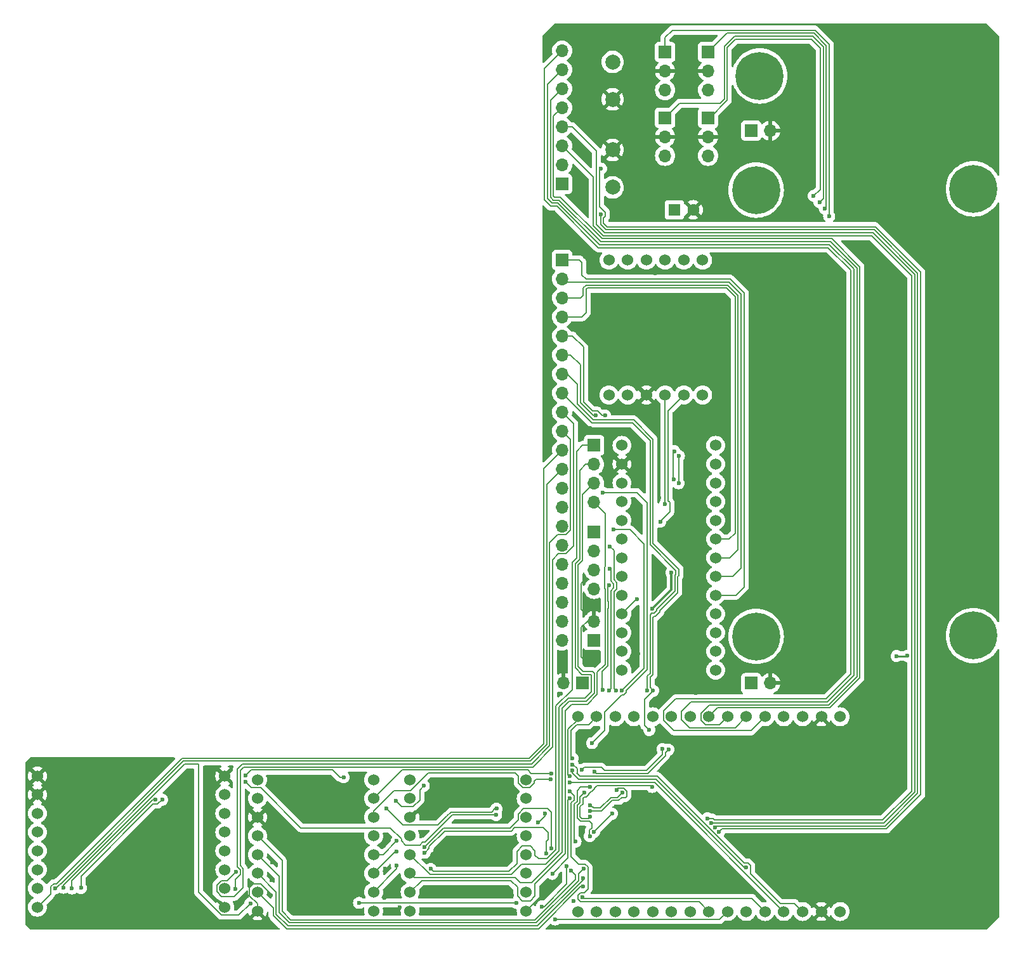
<source format=gbl>
G04 #@! TF.GenerationSoftware,KiCad,Pcbnew,8.0.8-8.0.8-0~ubuntu22.04.1*
G04 #@! TF.CreationDate,2025-02-11T23:42:30+01:00*
G04 #@! TF.ProjectId,aovv_rev_0,616f7676-5f72-4657-965f-302e6b696361,rev?*
G04 #@! TF.SameCoordinates,Original*
G04 #@! TF.FileFunction,Copper,L2,Bot*
G04 #@! TF.FilePolarity,Positive*
%FSLAX46Y46*%
G04 Gerber Fmt 4.6, Leading zero omitted, Abs format (unit mm)*
G04 Created by KiCad (PCBNEW 8.0.8-8.0.8-0~ubuntu22.04.1) date 2025-02-11 23:42:30*
%MOMM*%
%LPD*%
G01*
G04 APERTURE LIST*
G04 #@! TA.AperFunction,ComponentPad*
%ADD10C,1.524000*%
G04 #@! TD*
G04 #@! TA.AperFunction,ComponentPad*
%ADD11R,1.700000X1.700000*%
G04 #@! TD*
G04 #@! TA.AperFunction,ComponentPad*
%ADD12O,1.700000X1.700000*%
G04 #@! TD*
G04 #@! TA.AperFunction,ComponentPad*
%ADD13C,0.800000*%
G04 #@! TD*
G04 #@! TA.AperFunction,ComponentPad*
%ADD14C,6.400000*%
G04 #@! TD*
G04 #@! TA.AperFunction,ComponentPad*
%ADD15C,2.000000*%
G04 #@! TD*
G04 #@! TA.AperFunction,ComponentPad*
%ADD16R,1.600000X1.600000*%
G04 #@! TD*
G04 #@! TA.AperFunction,ComponentPad*
%ADD17C,1.600000*%
G04 #@! TD*
G04 #@! TA.AperFunction,ViaPad*
%ADD18C,0.600000*%
G04 #@! TD*
G04 #@! TA.AperFunction,Conductor*
%ADD19C,0.200000*%
G04 #@! TD*
G04 #@! TA.AperFunction,Conductor*
%ADD20C,0.250000*%
G04 #@! TD*
G04 #@! TA.AperFunction,Conductor*
%ADD21C,0.300000*%
G04 #@! TD*
G04 APERTURE END LIST*
D10*
X193250000Y-158087500D03*
X190750000Y-158087500D03*
X188250000Y-158087500D03*
X185750000Y-158087500D03*
X183250000Y-158087500D03*
X180750000Y-158087500D03*
X178250000Y-158087500D03*
X175750000Y-158087500D03*
X173250000Y-158087500D03*
X170750000Y-158087500D03*
X168250000Y-158087500D03*
X165750000Y-158087500D03*
X163250000Y-158087500D03*
X160750000Y-158087500D03*
X158250000Y-158087500D03*
X158250000Y-132087500D03*
X160750000Y-132087500D03*
X163250000Y-132087500D03*
X165750000Y-132087500D03*
X168250000Y-132087500D03*
X170750000Y-132087500D03*
X173250000Y-132087500D03*
X175750000Y-132087500D03*
X178250000Y-132087500D03*
X180750000Y-132087500D03*
X183250000Y-132087500D03*
X185750000Y-132087500D03*
X188250000Y-132087500D03*
X190750000Y-132087500D03*
X193250000Y-132087500D03*
D11*
X181400000Y-127600000D03*
D12*
X183940000Y-127600000D03*
D11*
X160400000Y-121850000D03*
D12*
X160400000Y-119310000D03*
D13*
X179650000Y-121350000D03*
X180352944Y-119652944D03*
X180352944Y-123047056D03*
X182050000Y-118950000D03*
D14*
X182050000Y-121350000D03*
D13*
X182050000Y-123750000D03*
X183747056Y-119652944D03*
X183747056Y-123047056D03*
X184450000Y-121350000D03*
D11*
X160425000Y-95840000D03*
D12*
X160425000Y-98380000D03*
X160425000Y-100920000D03*
X160425000Y-103460000D03*
D11*
X158900000Y-127600000D03*
D12*
X156360000Y-127600000D03*
D15*
X162900000Y-49640000D03*
X162900000Y-44640000D03*
D13*
X180130000Y-46520000D03*
X180832944Y-44822944D03*
X180832944Y-48217056D03*
X182530000Y-44120000D03*
D14*
X182530000Y-46520000D03*
D13*
X182530000Y-48920000D03*
X184227056Y-44822944D03*
X184227056Y-48217056D03*
X184930000Y-46520000D03*
D16*
X171150000Y-64390000D03*
D17*
X173650000Y-64390000D03*
D10*
X86137500Y-157500000D03*
X86137500Y-155000000D03*
X86137500Y-152500000D03*
X86137500Y-150000000D03*
X86137500Y-147500000D03*
X86137500Y-145000000D03*
X86137500Y-142500000D03*
X86137500Y-140000000D03*
X111137500Y-140000000D03*
X111137500Y-142500000D03*
X111137500Y-145000000D03*
X111137500Y-147500000D03*
X111137500Y-150000000D03*
X111137500Y-152500000D03*
X111137500Y-155000000D03*
X111137500Y-157500000D03*
X135862500Y-158000000D03*
X135862500Y-155500000D03*
X135862500Y-153000000D03*
X135862500Y-150500000D03*
X135862500Y-148000000D03*
X135862500Y-145500000D03*
X135862500Y-143000000D03*
X135862500Y-140500000D03*
X151362500Y-140500000D03*
X151362500Y-143000000D03*
X151362500Y-145500000D03*
X151362500Y-148000000D03*
X151362500Y-150500000D03*
X151362500Y-153000000D03*
X151362500Y-155500000D03*
X151362500Y-158000000D03*
D11*
X175650000Y-52100000D03*
D12*
X175650000Y-54640000D03*
X175650000Y-57180000D03*
D11*
X169900000Y-52100000D03*
D12*
X169900000Y-54640000D03*
X169900000Y-57180000D03*
D11*
X169900000Y-43310000D03*
D12*
X169900000Y-45850000D03*
X169900000Y-48390000D03*
D11*
X181400000Y-53825000D03*
D12*
X183940000Y-53825000D03*
D13*
X211050000Y-64000000D03*
X209352944Y-63297056D03*
X212747056Y-63297056D03*
X208650000Y-61600000D03*
D14*
X211050000Y-61600000D03*
D13*
X213450000Y-61600000D03*
X209352944Y-59902944D03*
X212747056Y-59902944D03*
X211050000Y-59200000D03*
D10*
X164150000Y-125850000D03*
X164150000Y-123350000D03*
X164150000Y-120850000D03*
X164150000Y-118350000D03*
X164150000Y-115850000D03*
X164150000Y-113350000D03*
X164150000Y-110850000D03*
X164150000Y-108350000D03*
X164150000Y-105850000D03*
X164150000Y-103350000D03*
X164150000Y-100850000D03*
X164150000Y-98350000D03*
X164150000Y-95850000D03*
X176650000Y-95850000D03*
X176650000Y-98350000D03*
X176650000Y-100850000D03*
X176650000Y-103350000D03*
X176650000Y-105850000D03*
X176650000Y-108350000D03*
X176650000Y-110850000D03*
X176650000Y-113350000D03*
X176650000Y-115850000D03*
X176650000Y-118350000D03*
X176650000Y-120850000D03*
X176650000Y-123350000D03*
X176650000Y-125850000D03*
D11*
X156150000Y-60920000D03*
D12*
X156150000Y-58380000D03*
X156150000Y-55840000D03*
X156150000Y-53300000D03*
X156150000Y-50760000D03*
X156150000Y-48220000D03*
X156150000Y-45680000D03*
X156150000Y-43140000D03*
D13*
X208652944Y-121252944D03*
X209355888Y-119555888D03*
X209355888Y-122950000D03*
X211052944Y-118852944D03*
D14*
X211052944Y-121252944D03*
D13*
X211052944Y-123652944D03*
X212750000Y-119555888D03*
X212750000Y-122950000D03*
X213452944Y-121252944D03*
D15*
X162900000Y-61390000D03*
X162900000Y-56390000D03*
D10*
X115500000Y-158000000D03*
X115500000Y-155500000D03*
X115500000Y-153000000D03*
X115500000Y-150500000D03*
X115500000Y-148000000D03*
X115500000Y-145500000D03*
X115500000Y-143000000D03*
X115500000Y-140500000D03*
X131000000Y-140500000D03*
X131000000Y-143000000D03*
X131000000Y-145500000D03*
X131000000Y-148000000D03*
X131000000Y-150500000D03*
X131000000Y-153000000D03*
X131000000Y-155500000D03*
X131000000Y-158000000D03*
D13*
X184450000Y-61755888D03*
X183747056Y-63452944D03*
X183747056Y-60058832D03*
X182050000Y-64155888D03*
D14*
X182050000Y-61755888D03*
D13*
X182050000Y-59355888D03*
X180352944Y-63452944D03*
X180352944Y-60058832D03*
X179650000Y-61755888D03*
D11*
X156150000Y-71080000D03*
D12*
X156150000Y-73620000D03*
X156150000Y-76160000D03*
X156150000Y-78700000D03*
X156150000Y-81240000D03*
X156150000Y-83780000D03*
X156150000Y-86320000D03*
X156150000Y-88860000D03*
X156150000Y-91400000D03*
X156150000Y-93940000D03*
X156150000Y-96480000D03*
X156150000Y-99020000D03*
X156150000Y-101560000D03*
X156150000Y-104100000D03*
X156150000Y-106640000D03*
X156150000Y-109180000D03*
X156150000Y-111720000D03*
X156150000Y-114260000D03*
X156150000Y-116800000D03*
X156150000Y-119340000D03*
X156150000Y-121880000D03*
D11*
X175650000Y-43310000D03*
D12*
X175650000Y-45850000D03*
X175650000Y-48390000D03*
D10*
X174912500Y-89112500D03*
X172412500Y-89112500D03*
X169912500Y-89112500D03*
X167412500Y-89112500D03*
X164912500Y-89112500D03*
X162412500Y-89112500D03*
X162412500Y-71112500D03*
X164912500Y-71112500D03*
X167412500Y-71112500D03*
X169912500Y-71112500D03*
X172412500Y-71112500D03*
X174912500Y-71112500D03*
D11*
X160425000Y-107380000D03*
D12*
X160425000Y-109920000D03*
X160425000Y-112460000D03*
X160425000Y-115000000D03*
D18*
X185950000Y-80550000D03*
X212150000Y-96500000D03*
X141700000Y-148350000D03*
X168600000Y-72850000D03*
X211500000Y-156950000D03*
X172750000Y-140300000D03*
X179350000Y-72050000D03*
X93600000Y-144250000D03*
X169500000Y-119550000D03*
X127650000Y-149700000D03*
X191850000Y-122850000D03*
X165000000Y-135900000D03*
X138900000Y-155800000D03*
X95100000Y-154400000D03*
X186900000Y-75450000D03*
X149450000Y-155950000D03*
X178600000Y-154400000D03*
X168150000Y-92100000D03*
X158700000Y-56300000D03*
X168200000Y-86050000D03*
X159250000Y-113750000D03*
X158700000Y-80150000D03*
X159900000Y-93550000D03*
X180700000Y-135950000D03*
X118550000Y-147600000D03*
X172800000Y-54350000D03*
X173150000Y-42850000D03*
X132550000Y-152350000D03*
X197150000Y-141750000D03*
X188100000Y-118750000D03*
X158600000Y-63200000D03*
X167250000Y-155250000D03*
X90600000Y-140150000D03*
X155950000Y-129000000D03*
X162950000Y-153400000D03*
X146950000Y-150950000D03*
X186900000Y-104300000D03*
X186850000Y-62900000D03*
X138650000Y-157950000D03*
X166400000Y-104150000D03*
X124050000Y-158050000D03*
X208400000Y-49200000D03*
X161950000Y-85150000D03*
X198100000Y-42650000D03*
X90100000Y-157450000D03*
X89050000Y-148950000D03*
X204100000Y-157950000D03*
X169600000Y-154450000D03*
X187450000Y-53950000D03*
X117450000Y-151500000D03*
X197800000Y-50150000D03*
X194500000Y-153250000D03*
X146650000Y-158200000D03*
X157700000Y-156650000D03*
X162100000Y-76350000D03*
X168850000Y-112300000D03*
X159250000Y-118250000D03*
X158550000Y-43050000D03*
X96450000Y-140600000D03*
X199350000Y-129350000D03*
X159150000Y-51350000D03*
X170600000Y-109250000D03*
X159700000Y-125050000D03*
X169100000Y-102800000D03*
X172400000Y-81200000D03*
X117300000Y-155950000D03*
X147300000Y-142200000D03*
X98200000Y-158000000D03*
X118900000Y-142300000D03*
X106050000Y-155850000D03*
X199150000Y-149600000D03*
X172500000Y-91800000D03*
X166350000Y-146100000D03*
X134450000Y-157550000D03*
X106400000Y-143850000D03*
X134450000Y-154350000D03*
X183650000Y-150400000D03*
X87600000Y-153450000D03*
X166350000Y-123700000D03*
X173850000Y-77200000D03*
X144200000Y-146100000D03*
X158350000Y-59650000D03*
X132450000Y-156300000D03*
X88700000Y-151550000D03*
X191400000Y-126800000D03*
X187800000Y-44400000D03*
X200950000Y-57850000D03*
X117400000Y-153900000D03*
X182850000Y-114100000D03*
X171600000Y-60050000D03*
X167550000Y-63650000D03*
X161050000Y-155400000D03*
X165400000Y-119550000D03*
X206400000Y-87800000D03*
X192250000Y-93550000D03*
X146550000Y-155100000D03*
X186800000Y-127450000D03*
X166900000Y-51350000D03*
X177550000Y-138950000D03*
X137850000Y-147500000D03*
X132350000Y-149300000D03*
X207600000Y-146750000D03*
X184150000Y-142000000D03*
X102250000Y-150900000D03*
X208150000Y-108200000D03*
X177400000Y-63050000D03*
X209200000Y-71150000D03*
X208850000Y-128450000D03*
X172100000Y-153300000D03*
X141400000Y-141450000D03*
X173150000Y-125500000D03*
X174050000Y-128900000D03*
X211400000Y-137150000D03*
X212050000Y-115850000D03*
X159850000Y-71000000D03*
X182850000Y-86850000D03*
X175300000Y-150800000D03*
X149600000Y-158050000D03*
X166650000Y-98950000D03*
X154650000Y-154600000D03*
X173950000Y-120950000D03*
X124450000Y-152300000D03*
X112150000Y-159400000D03*
X126800000Y-144000000D03*
X120600000Y-156150000D03*
X202200000Y-123950000D03*
X200800000Y-123975000D03*
X191800000Y-65250000D03*
X170750000Y-112800000D03*
X168200000Y-117675000D03*
X190500000Y-63350000D03*
X171750000Y-97250000D03*
X171700000Y-100900000D03*
X189725000Y-62525000D03*
X171068516Y-100408846D03*
X171150000Y-96635421D03*
X138605515Y-152394485D03*
X162488000Y-112300000D03*
X162411902Y-128562518D03*
X158950000Y-153650000D03*
X162550000Y-109350000D03*
X159000000Y-152400000D03*
X163350000Y-128550000D03*
X162412917Y-114529026D03*
X158932108Y-154782108D03*
X161550000Y-128500000D03*
X160412001Y-147457238D03*
X162834620Y-145034620D03*
X157350000Y-152592414D03*
X164150003Y-128550000D03*
X163000000Y-107100000D03*
X161900000Y-91850000D03*
X101900000Y-143150000D03*
X90750000Y-155000000D03*
X102783148Y-143150000D03*
X91950000Y-154950000D03*
X169256985Y-106044485D03*
X153850000Y-145000000D03*
X163400000Y-141850000D03*
X152950000Y-146150000D03*
X113925000Y-140775000D03*
X159912000Y-144660544D03*
X167500000Y-128600000D03*
X147350000Y-145200000D03*
X160627108Y-91850000D03*
X147400000Y-144350000D03*
X159912000Y-143860541D03*
X168300000Y-128600000D03*
X132700000Y-144350000D03*
X167788000Y-133850000D03*
X164161798Y-142250000D03*
X127000000Y-140150000D03*
X113925000Y-139925000D03*
X169912500Y-103700000D03*
X112600000Y-152800000D03*
X112569698Y-155069698D03*
X88552000Y-154970208D03*
X150100000Y-156950000D03*
X160150000Y-135600000D03*
X161600000Y-102150000D03*
X159846314Y-148022925D03*
X89593465Y-154925775D03*
X159150000Y-142189852D03*
X153467892Y-157417892D03*
X114550000Y-157000000D03*
X129050000Y-156938000D03*
X156749265Y-151999265D03*
X191200000Y-64200000D03*
X166150000Y-116400000D03*
X134100000Y-150075000D03*
X137800000Y-149449997D03*
X154685049Y-149685049D03*
X154675000Y-140425000D03*
X157150000Y-140049997D03*
X157550000Y-139250000D03*
X180705515Y-152194485D03*
X133950000Y-143300000D03*
X137700000Y-141300000D03*
X134100000Y-148675000D03*
X157550000Y-138449997D03*
X154750000Y-139628521D03*
X157150000Y-140850000D03*
X154035049Y-150335049D03*
X137800000Y-150250000D03*
X158885785Y-156150000D03*
X134100000Y-151950000D03*
X168156985Y-141450000D03*
X159912000Y-145460547D03*
X157150000Y-142050000D03*
X159912000Y-141450000D03*
X170346348Y-136476383D03*
X160500000Y-139450000D03*
X157950000Y-148750000D03*
X155250000Y-159150000D03*
X154850000Y-153050000D03*
X157550000Y-137600000D03*
X157150000Y-142950000D03*
X158750000Y-139200000D03*
X169550000Y-136400000D03*
X177103546Y-147461144D03*
X161350000Y-58900000D03*
X175543015Y-145643015D03*
X176537858Y-146895457D03*
X161350000Y-65000000D03*
X176056536Y-146256448D03*
D19*
X158710000Y-124060000D02*
X159700000Y-125050000D01*
X159250000Y-118250000D02*
X158710000Y-117710000D01*
X159540000Y-119310000D02*
X158710000Y-120140000D01*
X158710000Y-117710000D02*
X158710000Y-114290000D01*
X115500000Y-157050000D02*
X115500000Y-158000000D01*
X114438000Y-154912000D02*
X114438000Y-155988000D01*
X158710000Y-114290000D02*
X159250000Y-113750000D01*
X160400000Y-119310000D02*
X159540000Y-119310000D01*
X154650000Y-154712500D02*
X151362500Y-158000000D01*
X154650000Y-154600000D02*
X154650000Y-154712500D01*
X114912000Y-154438000D02*
X114438000Y-154912000D01*
X117300000Y-155798105D02*
X115939895Y-154438000D01*
X115939895Y-154438000D02*
X114912000Y-154438000D01*
X117300000Y-155950000D02*
X117300000Y-155798105D01*
X158710000Y-120140000D02*
X158710000Y-124060000D01*
X114438000Y-155988000D02*
X115500000Y-157050000D01*
D20*
X202175000Y-123975000D02*
X202200000Y-123950000D01*
X200800000Y-123975000D02*
X202175000Y-123975000D01*
D19*
X169900000Y-41350000D02*
X170850000Y-40400000D01*
X170850000Y-40400000D02*
X189900000Y-40400000D01*
X169900000Y-43310000D02*
X169900000Y-41350000D01*
X189900000Y-40400000D02*
X191800000Y-42300000D01*
X191800000Y-42300000D02*
X191800000Y-65250000D01*
D21*
X170750000Y-115125000D02*
X168200000Y-117675000D01*
X170750000Y-112800000D02*
X170750000Y-115125000D01*
D19*
X171750000Y-100850000D02*
X171750000Y-97250000D01*
X191000000Y-42631372D02*
X191000000Y-62850000D01*
X171850000Y-50150000D02*
X177250000Y-50150000D01*
X191000000Y-62850000D02*
X190500000Y-63350000D01*
X171700000Y-100900000D02*
X171750000Y-100850000D01*
X169900000Y-52100000D02*
X171850000Y-50150000D01*
X177800000Y-49600000D02*
X177800000Y-42550000D01*
X177250000Y-50150000D02*
X177800000Y-49600000D01*
X179150000Y-41200000D02*
X189568628Y-41200000D01*
X189568628Y-41200000D02*
X191000000Y-42631372D01*
X177800000Y-42550000D02*
X179150000Y-41200000D01*
X178200000Y-49765686D02*
X178200000Y-42715686D01*
X189725000Y-62525000D02*
X189600000Y-62650000D01*
X190600000Y-61650000D02*
X189725000Y-62525000D01*
X178200000Y-42715686D02*
X179315686Y-41600000D01*
X175865686Y-52100000D02*
X178200000Y-49765686D01*
X190600000Y-42797058D02*
X190600000Y-61650000D01*
X179315686Y-41600000D02*
X189402942Y-41600000D01*
X171000000Y-96785421D02*
X171150000Y-96635421D01*
X171000000Y-100340330D02*
X171000000Y-96785421D01*
X189402942Y-41600000D02*
X190600000Y-42797058D01*
X175650000Y-52100000D02*
X175865686Y-52100000D01*
X171068516Y-100408846D02*
X171000000Y-100340330D01*
X152550000Y-150000000D02*
X152550000Y-150550000D01*
X155350000Y-149868628D02*
X155350000Y-130650000D01*
X149050000Y-152750000D02*
X150150000Y-151650000D01*
X138961030Y-152750000D02*
X149050000Y-152750000D01*
X152550000Y-150550000D02*
X153050000Y-151050000D01*
X154168628Y-151050000D02*
X155350000Y-149868628D01*
X158100000Y-96650000D02*
X158910000Y-95840000D01*
X157510000Y-128490000D02*
X157510000Y-111453654D01*
X150150000Y-151650000D02*
X150150000Y-150050000D01*
X138605515Y-152394485D02*
X138961030Y-152750000D01*
X158910000Y-95840000D02*
X160425000Y-95840000D01*
X150150000Y-150050000D02*
X150850000Y-149350000D01*
X151900000Y-149350000D02*
X152550000Y-150000000D01*
X155350000Y-130650000D02*
X157510000Y-128490000D01*
X157510000Y-111453654D02*
X158100000Y-110863654D01*
X150850000Y-149350000D02*
X151900000Y-149350000D01*
X153050000Y-151050000D02*
X154168628Y-151050000D01*
X158100000Y-110863654D02*
X158100000Y-96650000D01*
X160450000Y-126284315D02*
X160215685Y-126050000D01*
X158310000Y-111785026D02*
X158900000Y-111195026D01*
X156150000Y-150200000D02*
X156150000Y-130981372D01*
X157131372Y-130000000D02*
X159365686Y-130000000D01*
X149876291Y-153550000D02*
X150576291Y-154250000D01*
X135862500Y-153000000D02*
X136412500Y-153550000D01*
X150576291Y-154250000D02*
X152100000Y-154250000D01*
X136412500Y-153550000D02*
X149876291Y-153550000D01*
X152100000Y-154250000D02*
X156150000Y-150200000D01*
X158900000Y-111195026D02*
X158900000Y-102445000D01*
X160215685Y-126050000D02*
X158965686Y-126050000D01*
X160450000Y-128915686D02*
X160450000Y-126284315D01*
X159365686Y-130000000D02*
X160450000Y-128915686D01*
X156150000Y-130981372D02*
X157131372Y-130000000D01*
X158965686Y-126050000D02*
X158310000Y-125394314D01*
X158900000Y-102445000D02*
X160425000Y-100920000D01*
X158310000Y-125394314D02*
X158310000Y-111785026D01*
X156965686Y-129600000D02*
X159200000Y-129600000D01*
X158500000Y-111029340D02*
X158500000Y-99200000D01*
X150750000Y-151800000D02*
X153984314Y-151800000D01*
X155750000Y-150034314D02*
X155750000Y-130815686D01*
X153984314Y-151800000D02*
X155750000Y-150034314D01*
X160050000Y-128750000D02*
X160050000Y-126450000D01*
X135862500Y-150500000D02*
X138512500Y-153150000D01*
X138512500Y-153150000D02*
X149400000Y-153150000D01*
X155750000Y-130815686D02*
X156965686Y-129600000D01*
X158800000Y-126450000D02*
X157910000Y-125560000D01*
X159200000Y-129600000D02*
X160050000Y-128750000D01*
X149400000Y-153150000D02*
X150750000Y-151800000D01*
X157910000Y-111619340D02*
X158500000Y-111029340D01*
X158500000Y-99200000D02*
X159320000Y-98380000D01*
X157910000Y-125560000D02*
X157910000Y-111619340D01*
X160050000Y-126450000D02*
X158800000Y-126450000D01*
X159320000Y-98380000D02*
X160425000Y-98380000D01*
X159531372Y-130400000D02*
X157450000Y-130400000D01*
X150200000Y-154850000D02*
X149300000Y-153950000D01*
X152550000Y-156000000D02*
X151900000Y-156650000D01*
X152550000Y-154365686D02*
X152550000Y-156000000D01*
X157450000Y-130400000D02*
X156550000Y-131300000D01*
X137412500Y-153950000D02*
X135862500Y-155500000D01*
X156550000Y-150365686D02*
X152550000Y-154365686D01*
X151900000Y-156650000D02*
X150850000Y-156650000D01*
X160425000Y-103460000D02*
X161950000Y-104985000D01*
X161888000Y-125080629D02*
X160850000Y-126118629D01*
X160850000Y-126118629D02*
X160850000Y-129081372D01*
X156550000Y-131300000D02*
X156550000Y-150365686D01*
X161950000Y-104985000D02*
X161950000Y-111989471D01*
X161812917Y-112126554D02*
X161812917Y-114919501D01*
X150200000Y-156000000D02*
X150200000Y-154850000D01*
X161888000Y-114994584D02*
X161888000Y-125080629D01*
X149300000Y-153950000D02*
X137412500Y-153950000D01*
X150850000Y-156650000D02*
X150200000Y-156000000D01*
X161812917Y-114919501D02*
X161888000Y-114994584D01*
X161950000Y-111989471D02*
X161812917Y-112126554D01*
X160850000Y-129081372D02*
X159531372Y-130400000D01*
X162688000Y-115244419D02*
X162688000Y-116455580D01*
X162700000Y-117732418D02*
X162688000Y-117744419D01*
X119550000Y-160000000D02*
X118000000Y-158450000D01*
X162688000Y-113955581D02*
X163050000Y-114317581D01*
X162688000Y-128286420D02*
X162411902Y-128562518D01*
X158950000Y-153915686D02*
X152865686Y-160000000D01*
X162488000Y-112300000D02*
X162688000Y-112500000D01*
X118000000Y-158450000D02*
X118000000Y-155500000D01*
X162688000Y-112500000D02*
X162688000Y-113955581D01*
X162688000Y-117744419D02*
X162688000Y-128286420D01*
X118000000Y-155500000D02*
X115500000Y-153000000D01*
X163050000Y-114317581D02*
X163050000Y-114882419D01*
X162700000Y-116467579D02*
X162700000Y-117732418D01*
X162688000Y-116455580D02*
X162700000Y-116467579D01*
X158950000Y-153650000D02*
X158950000Y-153915686D01*
X163050000Y-114882419D02*
X162688000Y-115244419D01*
X152865686Y-160000000D02*
X119550000Y-160000000D01*
X119750000Y-159600000D02*
X118400000Y-158250000D01*
X158350000Y-153950000D02*
X152700000Y-159600000D01*
X163088000Y-113789895D02*
X163450000Y-114151895D01*
X163450000Y-114151895D02*
X163450000Y-115048105D01*
X163450000Y-115048105D02*
X163088000Y-115410105D01*
X152700000Y-159600000D02*
X119750000Y-159600000D01*
X163088000Y-128288000D02*
X163350000Y-128550000D01*
X163100000Y-117898103D02*
X163088000Y-117910105D01*
X163088000Y-116289894D02*
X163100000Y-116301894D01*
X163088000Y-109888000D02*
X163088000Y-113789895D01*
X162550000Y-109350000D02*
X163088000Y-109888000D01*
X118400000Y-153400000D02*
X115500000Y-150500000D01*
X163088000Y-115410105D02*
X163088000Y-116289894D01*
X158350000Y-153050000D02*
X158350000Y-153950000D01*
X163100000Y-116301894D02*
X163100000Y-117898103D01*
X163088000Y-117910105D02*
X163088000Y-128288000D01*
X118400000Y-158250000D02*
X118400000Y-153400000D01*
X159000000Y-152400000D02*
X158350000Y-153050000D01*
X117600000Y-158615686D02*
X119384314Y-160400000D01*
X117600000Y-157600000D02*
X117600000Y-158615686D01*
X162288000Y-114653943D02*
X162288000Y-116621265D01*
X162288000Y-125246315D02*
X161500000Y-126034315D01*
X162288000Y-116621265D02*
X162300000Y-116633265D01*
X161500000Y-126034315D02*
X161500000Y-128450000D01*
X153031372Y-160400000D02*
X158649264Y-154782108D01*
X162288000Y-117578733D02*
X162288000Y-125246315D01*
X162300000Y-116633265D02*
X162300000Y-117566733D01*
X119384314Y-160400000D02*
X153031372Y-160400000D01*
X161500000Y-128450000D02*
X161550000Y-128500000D01*
X158649264Y-154782108D02*
X158932108Y-154782108D01*
X115500000Y-155500000D02*
X117600000Y-157600000D01*
X162300000Y-117566733D02*
X162288000Y-117578733D01*
X162412917Y-114529026D02*
X162288000Y-114653943D01*
X167100000Y-109000000D02*
X167100000Y-125600003D01*
X163000000Y-107100000D02*
X162850000Y-106950000D01*
X162834620Y-145034620D02*
X162834619Y-145034620D01*
X165200000Y-107100000D02*
X167100000Y-109000000D01*
X152534314Y-159200000D02*
X119915686Y-159200000D01*
X157950000Y-153192414D02*
X157950000Y-153784314D01*
X119915686Y-159200000D02*
X118800000Y-158084314D01*
X118800000Y-151300000D02*
X115500000Y-148000000D01*
X162834619Y-145034620D02*
X160412001Y-147457238D01*
X163000000Y-107100000D02*
X165200000Y-107100000D01*
X157350000Y-152592414D02*
X157950000Y-153192414D01*
X118800000Y-158084314D02*
X118800000Y-151300000D01*
X157950000Y-153784314D02*
X152534314Y-159200000D01*
X167100000Y-125600003D02*
X164150003Y-128550000D01*
X160237058Y-91250000D02*
X159000000Y-90012942D01*
X159000000Y-90012942D02*
X159000000Y-82700000D01*
X160875637Y-91250000D02*
X160237058Y-91250000D01*
X157540000Y-81240000D02*
X156150000Y-81240000D01*
X161475637Y-91850000D02*
X160875637Y-91250000D01*
X161900000Y-91850000D02*
X161475637Y-91850000D01*
X159000000Y-82700000D02*
X157540000Y-81240000D01*
X101581371Y-143150000D02*
X101900000Y-143150000D01*
X90750000Y-155000000D02*
X90750000Y-153981371D01*
X90750000Y-153981371D02*
X101581371Y-143150000D01*
X102783148Y-143150000D02*
X102183148Y-143750000D01*
X101547057Y-143750000D02*
X91950000Y-153347057D01*
X86137500Y-147500000D02*
X85500000Y-147500000D01*
X91950000Y-153347057D02*
X91950000Y-154950000D01*
X102183148Y-143750000D02*
X101547057Y-143750000D01*
X170312500Y-91212500D02*
X172412500Y-89112500D01*
X170312500Y-103251471D02*
X170312500Y-91212500D01*
X169125829Y-106124171D02*
X169150000Y-106100000D01*
X169177299Y-106124171D02*
X169125829Y-106124171D01*
X169256985Y-106044485D02*
X169177299Y-106124171D01*
X169125829Y-106124171D02*
X170512500Y-104737500D01*
X170512500Y-103451471D02*
X170312500Y-103251471D01*
X170512500Y-104737500D02*
X170512500Y-103451471D01*
X180050000Y-75665686D02*
X178434314Y-74050000D01*
X176650000Y-113350000D02*
X178900000Y-113350000D01*
X180050000Y-112200000D02*
X180050000Y-75665686D01*
X178900000Y-113350000D02*
X180050000Y-112200000D01*
X156580000Y-74050000D02*
X156150000Y-73620000D01*
X178434314Y-74050000D02*
X156580000Y-74050000D01*
X140146311Y-146538000D02*
X137834314Y-148849997D01*
X134700000Y-148650000D02*
X134700000Y-148426471D01*
X167900000Y-126265686D02*
X167900000Y-118500000D01*
X167900000Y-118500000D02*
X168125000Y-118275000D01*
X168448529Y-118275000D02*
X168800000Y-117923529D01*
X168800000Y-117923529D02*
X168800000Y-117711396D01*
X171350000Y-113048529D02*
X171350000Y-112551471D01*
X167900000Y-95200000D02*
X165550000Y-92850000D01*
X153000000Y-146150000D02*
X153850000Y-145300000D01*
X164127484Y-142850000D02*
X163727484Y-143250000D01*
X160140000Y-92850000D02*
X156150000Y-88860000D01*
X137834314Y-148849997D02*
X137551471Y-148849997D01*
X152950000Y-146150000D02*
X153000000Y-146150000D01*
X164623596Y-142850000D02*
X164127484Y-142850000D01*
X164761798Y-142001471D02*
X164761798Y-142711798D01*
X115939895Y-141562000D02*
X114712000Y-141562000D01*
X171200000Y-115311396D02*
X171200000Y-113198529D01*
X171350000Y-112551471D02*
X167900000Y-109101471D01*
X163400000Y-141850000D02*
X163600000Y-141650000D01*
X167900000Y-109101471D02*
X167900000Y-95200000D01*
X163600000Y-141650000D02*
X164410327Y-141650000D01*
X165550000Y-92850000D02*
X160140000Y-92850000D01*
X167500000Y-126665686D02*
X167900000Y-126265686D01*
X168800000Y-117711396D02*
X171200000Y-115311396D01*
X121315895Y-146938000D02*
X115939895Y-141562000D01*
X153850000Y-145300000D02*
X153850000Y-145000000D01*
X164410327Y-141650000D02*
X164761798Y-142001471D01*
X163727484Y-143250000D02*
X162848529Y-143250000D01*
X114712000Y-141562000D02*
X113925000Y-140775000D01*
X133211529Y-146938000D02*
X121315895Y-146938000D01*
X140162000Y-146538000D02*
X140146311Y-146538000D01*
X171200000Y-113198529D02*
X171350000Y-113048529D01*
X162848529Y-143250000D02*
X161437985Y-144660544D01*
X134700000Y-148426471D02*
X133211529Y-146938000D01*
X164761798Y-142711798D02*
X164623596Y-142850000D01*
X167500000Y-128600000D02*
X167500000Y-126665686D01*
X168125000Y-118275000D02*
X168448529Y-118275000D01*
X147350000Y-145200000D02*
X141500000Y-145200000D01*
X137201468Y-149200000D02*
X135250000Y-149200000D01*
X137551471Y-148849997D02*
X137201468Y-149200000D01*
X141500000Y-145200000D02*
X140162000Y-146538000D01*
X135250000Y-149200000D02*
X134700000Y-148650000D01*
X161437985Y-144660544D02*
X159912000Y-144660544D01*
X160271372Y-91850000D02*
X158600000Y-90178628D01*
X157280000Y-83780000D02*
X156150000Y-83780000D01*
X160627108Y-91850000D02*
X160271372Y-91850000D01*
X158600000Y-90178628D02*
X158600000Y-85100000D01*
X158600000Y-85100000D02*
X157280000Y-83780000D01*
X159350000Y-78150000D02*
X158800000Y-78700000D01*
X159350000Y-75015686D02*
X159350000Y-78150000D01*
X158800000Y-78700000D02*
X156150000Y-78700000D01*
X159515686Y-74850000D02*
X159350000Y-75015686D01*
X176650000Y-108350000D02*
X178450000Y-108350000D01*
X178102942Y-74850000D02*
X159515686Y-74850000D01*
X179250000Y-107550000D02*
X179250000Y-75997058D01*
X178450000Y-108350000D02*
X179250000Y-107550000D01*
X179250000Y-75997058D02*
X178102942Y-74850000D01*
X125550000Y-139200000D02*
X126500000Y-140150000D01*
X140792157Y-145342157D02*
X141334314Y-144800000D01*
X162682843Y-142850000D02*
X161272299Y-144260544D01*
X160305686Y-92450000D02*
X158200000Y-90344314D01*
X160112003Y-144060544D02*
X159912000Y-143860541D01*
X161272299Y-144260544D02*
X160360529Y-144260544D01*
X158200000Y-90344314D02*
X158200000Y-87650000D01*
X168300000Y-126431372D02*
X168300000Y-118800000D01*
X167900000Y-126831372D02*
X168300000Y-126431372D01*
X158200000Y-87650000D02*
X156870000Y-86320000D01*
X168300000Y-128551471D02*
X167900000Y-128151471D01*
X146750000Y-144800000D02*
X147200000Y-144350000D01*
X160360529Y-144260544D02*
X160160529Y-144060544D01*
X164161798Y-142250000D02*
X163561798Y-142850000D01*
X169200000Y-118089215D02*
X169200000Y-117900000D01*
X156870000Y-86320000D02*
X156150000Y-86320000D01*
X169200000Y-117900000D02*
X171600000Y-115500000D01*
X168300000Y-95034314D02*
X165715686Y-92450000D01*
X114650000Y-139200000D02*
X125550000Y-139200000D01*
X113925000Y-139925000D02*
X114650000Y-139200000D01*
X171750000Y-113214215D02*
X171750000Y-112385785D01*
X147200000Y-144350000D02*
X147400000Y-144350000D01*
X132700000Y-144350000D02*
X134912000Y-146562000D01*
X134912000Y-146562000D02*
X139556625Y-146562000D01*
X171600000Y-113364215D02*
X171750000Y-113214215D01*
X139556625Y-146562000D02*
X140776468Y-145342157D01*
X168614215Y-118675000D02*
X169200000Y-118089215D01*
X141334314Y-144800000D02*
X146750000Y-144800000D01*
X168300000Y-118800000D02*
X168425000Y-118675000D01*
X163561798Y-142850000D02*
X162682843Y-142850000D01*
X171750000Y-112385785D02*
X168300000Y-108935785D01*
X165715686Y-92450000D02*
X160305686Y-92450000D01*
X168300000Y-128648529D02*
X168300000Y-128600000D01*
X167900000Y-128151471D02*
X167900000Y-126831372D01*
X167788000Y-133850000D02*
X167188000Y-133250000D01*
X167188000Y-133250000D02*
X167188000Y-129760529D01*
X168425000Y-118675000D02*
X168614215Y-118675000D01*
X168300000Y-128600000D02*
X168300000Y-128551471D01*
X126500000Y-140150000D02*
X127000000Y-140150000D01*
X168300000Y-108935785D02*
X168300000Y-95034314D01*
X140776468Y-145342157D02*
X140792157Y-145342157D01*
X167188000Y-129760529D02*
X168300000Y-128648529D01*
X160160529Y-144060544D02*
X160112003Y-144060544D01*
X171600000Y-115500000D02*
X171600000Y-113364215D01*
X169912500Y-89112500D02*
X169912500Y-103700000D01*
X158950000Y-75800000D02*
X158590000Y-76160000D01*
X159350000Y-74450000D02*
X158950000Y-74850000D01*
X158950000Y-74850000D02*
X158950000Y-75800000D01*
X178268628Y-74450000D02*
X159350000Y-74450000D01*
X176650000Y-110850000D02*
X178550000Y-110850000D01*
X179650000Y-75831372D02*
X178268628Y-74450000D01*
X178550000Y-110850000D02*
X179650000Y-109750000D01*
X179650000Y-109750000D02*
X179650000Y-75831372D01*
X158590000Y-76160000D02*
X156150000Y-76160000D01*
X158480000Y-71080000D02*
X156150000Y-71080000D01*
X178600000Y-73650000D02*
X159350000Y-73650000D01*
X158800000Y-71400000D02*
X158480000Y-71080000D01*
X158800000Y-73100000D02*
X158800000Y-71400000D01*
X176650000Y-115850000D02*
X179350000Y-115850000D01*
X159350000Y-73650000D02*
X158800000Y-73100000D01*
X179350000Y-115850000D02*
X180450000Y-114750000D01*
X180450000Y-75500000D02*
X178600000Y-73650000D01*
X180450000Y-114750000D02*
X180450000Y-75500000D01*
X110697605Y-156062000D02*
X112425925Y-156062000D01*
X112600000Y-152800000D02*
X111462000Y-153938000D01*
X113600000Y-152384315D02*
X113200000Y-151984315D01*
X110075500Y-155439895D02*
X110697605Y-156062000D01*
X155673654Y-110330000D02*
X156626346Y-110330000D01*
X113200000Y-151984315D02*
X113200000Y-139265686D01*
X157700000Y-109256346D02*
X157700000Y-92950000D01*
X154900000Y-136145586D02*
X154900000Y-111103654D01*
X110075500Y-154560105D02*
X110075500Y-155439895D01*
X113600000Y-154887925D02*
X113600000Y-152384315D01*
X157700000Y-92950000D02*
X156150000Y-91400000D01*
X111462000Y-153938000D02*
X110697605Y-153938000D01*
X156626346Y-110330000D02*
X157700000Y-109256346D01*
X113200000Y-139265686D02*
X113665686Y-138800000D01*
X113665686Y-138800000D02*
X152245586Y-138800000D01*
X154900000Y-111103654D02*
X155673654Y-110330000D01*
X152245586Y-138800000D02*
X154900000Y-136145586D01*
X110697605Y-153938000D02*
X110075500Y-154560105D01*
X112425925Y-156062000D02*
X113600000Y-154887925D01*
X88915076Y-154112347D02*
X88921967Y-154112347D01*
X88657215Y-154370208D02*
X88915076Y-154112347D01*
X87900000Y-154773679D02*
X88303471Y-154370208D01*
X86137500Y-157500000D02*
X87900000Y-155737500D01*
X87900000Y-155737500D02*
X87900000Y-154773679D01*
X153700000Y-98930000D02*
X156150000Y-96480000D01*
X88303471Y-154370208D02*
X88657215Y-154370208D01*
X153700000Y-135648528D02*
X153700000Y-98930000D01*
X88921967Y-154112347D02*
X105434314Y-137600000D01*
X151748528Y-137600000D02*
X153700000Y-135648528D01*
X105434314Y-137600000D02*
X151748528Y-137600000D01*
X112800000Y-152150000D02*
X112800000Y-139100000D01*
X113500000Y-138400000D02*
X152079900Y-138400000D01*
X112569698Y-155069698D02*
X112569698Y-153780302D01*
X154500000Y-108850000D02*
X155560000Y-107790000D01*
X157300000Y-107116346D02*
X157300000Y-95090000D01*
X112800000Y-139100000D02*
X113500000Y-138400000D01*
X157300000Y-95090000D02*
X156150000Y-93940000D01*
X112569698Y-153780302D02*
X113200000Y-153150000D01*
X156626346Y-107790000D02*
X157300000Y-107116346D01*
X152079900Y-138400000D02*
X154500000Y-135979900D01*
X113200000Y-152550000D02*
X112800000Y-152150000D01*
X155560000Y-107790000D02*
X156626346Y-107790000D01*
X154500000Y-135979900D02*
X154500000Y-108850000D01*
X113200000Y-153150000D02*
X113200000Y-152550000D01*
X105600000Y-138000000D02*
X151914214Y-138000000D01*
X154100000Y-135814214D02*
X154100000Y-101070000D01*
X151914214Y-138000000D02*
X154100000Y-135814214D01*
X89087653Y-154512347D02*
X89321967Y-154278032D01*
X88552000Y-154970208D02*
X88629792Y-154970208D01*
X89080762Y-154512347D02*
X89087653Y-154512347D01*
X88700001Y-154893108D02*
X89080762Y-154512347D01*
X154100000Y-101070000D02*
X156150000Y-99020000D01*
X88700001Y-154899999D02*
X88700001Y-154893108D01*
X88629792Y-154970208D02*
X88700001Y-154899999D01*
X89321967Y-154278032D02*
X105600000Y-138000000D01*
X89593465Y-154572220D02*
X105765685Y-138400000D01*
X89593465Y-154925775D02*
X89593465Y-154572220D01*
X112988000Y-158562000D02*
X114550000Y-157000000D01*
X160112000Y-146362000D02*
X160112000Y-146908710D01*
X161600000Y-102150000D02*
X166150000Y-102150000D01*
X137638000Y-156938000D02*
X137650000Y-156950000D01*
X164750003Y-128549997D02*
X164750003Y-128798529D01*
X164398532Y-129150000D02*
X164150000Y-129150000D01*
X160112000Y-146908710D02*
X159812001Y-147208709D01*
X158150000Y-145600000D02*
X158600000Y-146050000D01*
X159812001Y-147208709D02*
X159812001Y-147988612D01*
X167500000Y-103500000D02*
X167500000Y-125800000D01*
X159812001Y-147988612D02*
X159846314Y-148022925D01*
X167500000Y-125800000D02*
X164750003Y-128549997D01*
X156749265Y-151999265D02*
X156749265Y-154419363D01*
X105765685Y-138400000D02*
X107650000Y-138400000D01*
X159800000Y-146050000D02*
X160112000Y-146362000D01*
X107650000Y-138400000D02*
X107650000Y-155514395D01*
X114550000Y-157000000D02*
X114700000Y-156850000D01*
X110697605Y-158562000D02*
X112988000Y-158562000D01*
X161812000Y-131488000D02*
X161812000Y-133938000D01*
X156749265Y-154419363D02*
X153750736Y-157417892D01*
X137650000Y-156950000D02*
X150100000Y-156950000D01*
X107650000Y-155514395D02*
X110697605Y-158562000D01*
X153750736Y-157417892D02*
X153467892Y-157417892D01*
X129050000Y-156938000D02*
X137638000Y-156938000D01*
X164750003Y-128798529D02*
X164398532Y-129150000D01*
X158600000Y-146050000D02*
X159800000Y-146050000D01*
X158550000Y-143529901D02*
X158150000Y-143929901D01*
X161812000Y-133938000D02*
X160150000Y-135600000D01*
X158550000Y-142789852D02*
X158550000Y-143529901D01*
X158150000Y-143929901D02*
X158150000Y-145600000D01*
X166150000Y-102150000D02*
X167500000Y-103500000D01*
X164150000Y-129150000D02*
X161812000Y-131488000D01*
X159150000Y-142189852D02*
X158550000Y-142789852D01*
X178160000Y-40800000D02*
X175650000Y-43310000D01*
X166100000Y-116400000D02*
X164150000Y-118350000D01*
X191200000Y-64200000D02*
X191400000Y-64000000D01*
X191400000Y-64000000D02*
X191400000Y-42465686D01*
X189734314Y-40800000D02*
X178160000Y-40800000D01*
X166150000Y-116400000D02*
X166100000Y-116400000D01*
X191400000Y-42465686D02*
X189734314Y-40800000D01*
X154685049Y-149685049D02*
X154700000Y-149670098D01*
X150300500Y-145849500D02*
X149212000Y-146938000D01*
X134100000Y-150075000D02*
X134150000Y-150025000D01*
X154700000Y-149670098D02*
X154700000Y-144850000D01*
X151010605Y-144350000D02*
X150300500Y-145060105D01*
X154700000Y-144850000D02*
X154200000Y-144350000D01*
X149212000Y-146938000D02*
X140311997Y-146938000D01*
X140311997Y-146938000D02*
X137800000Y-149449997D01*
X154200000Y-144350000D02*
X151010605Y-144350000D01*
X150300500Y-145060105D02*
X150300500Y-145849500D01*
X131000000Y-153000000D02*
X133925000Y-150075000D01*
X133925000Y-150075000D02*
X134100000Y-150075000D01*
X150300500Y-140939895D02*
X150300500Y-140000500D01*
X152424500Y-140725500D02*
X152424500Y-140939895D01*
X156950000Y-133734314D02*
X158250000Y-132434314D01*
X150922605Y-141562000D02*
X150300500Y-140939895D01*
X133712000Y-141938000D02*
X131000000Y-144650000D01*
X156950000Y-139849997D02*
X156950000Y-133734314D01*
X154675000Y-140425000D02*
X152725000Y-140425000D01*
X158250000Y-132434314D02*
X158250000Y-132087500D01*
X157150000Y-140049997D02*
X156950000Y-139849997D01*
X150300500Y-140000500D02*
X149900000Y-139600000D01*
X152725000Y-140425000D02*
X152424500Y-140725500D01*
X135926395Y-141938000D02*
X133712000Y-141938000D01*
X149900000Y-139600000D02*
X138264395Y-139600000D01*
X152424500Y-140939895D02*
X151802395Y-141562000D01*
X138264395Y-139600000D02*
X135926395Y-141938000D01*
X151802395Y-141562000D02*
X150922605Y-141562000D01*
X131000000Y-144650000D02*
X131000000Y-145500000D01*
X168678186Y-140450000D02*
X158398532Y-140450000D01*
X158398532Y-140450000D02*
X157550000Y-139601468D01*
X180705515Y-152194485D02*
X180422671Y-152194485D01*
X137165040Y-141834960D02*
X137165040Y-143199355D01*
X137165040Y-143199355D02*
X136302395Y-144062000D01*
X180422671Y-152194485D02*
X168678186Y-140450000D01*
X157550000Y-139601468D02*
X157550000Y-139250000D01*
X134712000Y-144062000D02*
X133950000Y-143300000D01*
X137700000Y-141300000D02*
X137165040Y-141834960D01*
X136302395Y-144062000D02*
X134712000Y-144062000D01*
X180954044Y-151594485D02*
X181305515Y-151945956D01*
X158132109Y-139617891D02*
X158564218Y-140050000D01*
X158564218Y-140050000D02*
X168843872Y-140050000D01*
X181305515Y-151945956D02*
X181305515Y-153077330D01*
X157598526Y-138449997D02*
X158150000Y-139001471D01*
X187188000Y-157025500D02*
X188250000Y-158087500D01*
X180422672Y-151628800D02*
X180456986Y-151594485D01*
X168843872Y-140050000D02*
X180422672Y-151628800D01*
X134100000Y-148675000D02*
X132275000Y-150500000D01*
X181305515Y-153077330D02*
X185253685Y-157025500D01*
X132275000Y-150500000D02*
X131000000Y-150500000D01*
X134100000Y-148675000D02*
X134100000Y-148550000D01*
X158150000Y-139001471D02*
X158150000Y-139600000D01*
X158150000Y-139600000D02*
X158132109Y-139617891D01*
X157550000Y-138449997D02*
X157598526Y-138449997D01*
X180456986Y-151594485D02*
X180954044Y-151594485D01*
X185253685Y-157025500D02*
X187188000Y-157025500D01*
X154750000Y-139628521D02*
X154728521Y-139650000D01*
X157150000Y-140850000D02*
X168512500Y-140850000D01*
X168512500Y-140850000D02*
X185750000Y-158087500D01*
X154728521Y-139650000D02*
X152014395Y-139650000D01*
X152014395Y-139650000D02*
X151564395Y-139200000D01*
X151564395Y-139200000D02*
X134800000Y-139200000D01*
X134800000Y-139200000D02*
X131000000Y-143000000D01*
X138400000Y-149415683D02*
X138400000Y-149698526D01*
X153650000Y-146900000D02*
X149815686Y-146900000D01*
X134100000Y-151950000D02*
X134200000Y-151850000D01*
X149377686Y-147338000D02*
X140477683Y-147338000D01*
X137848526Y-150250000D02*
X137800000Y-150250000D01*
X181512500Y-156350000D02*
X183250000Y-158087500D01*
X134100000Y-151950000D02*
X134100000Y-152400000D01*
X149815686Y-146900000D02*
X149377686Y-147338000D01*
X138400000Y-149698526D02*
X137848526Y-150250000D01*
X154035049Y-150335049D02*
X154035049Y-148766422D01*
X134100000Y-152400000D02*
X131000000Y-155500000D01*
X158885785Y-156150000D02*
X159085785Y-156350000D01*
X154300000Y-148501471D02*
X154300000Y-147550000D01*
X154035049Y-148766422D02*
X154300000Y-148501471D01*
X154300000Y-147550000D02*
X153650000Y-146900000D01*
X159085785Y-156350000D02*
X181512500Y-156350000D01*
X140477683Y-147338000D02*
X138400000Y-149415683D01*
X160050000Y-142050000D02*
X160160529Y-142050000D01*
X159912000Y-145460547D02*
X159722547Y-145650000D01*
X158765686Y-145650000D02*
X158550000Y-145434314D01*
X160512000Y-141588000D02*
X160850000Y-141250000D01*
X167956985Y-141250000D02*
X168156985Y-141450000D01*
X159115686Y-142789852D02*
X159398529Y-142789852D01*
X158550000Y-144095587D02*
X158950000Y-143695587D01*
X160512000Y-141698529D02*
X160512000Y-141588000D01*
X160160529Y-142050000D02*
X160512000Y-141698529D01*
X159750000Y-142438381D02*
X159750000Y-142350000D01*
X159722547Y-145650000D02*
X158765686Y-145650000D01*
X158950000Y-142955538D02*
X159115686Y-142789852D01*
X160850000Y-141250000D02*
X167956985Y-141250000D01*
X159398529Y-142789852D02*
X159750000Y-142438381D01*
X159750000Y-142350000D02*
X160050000Y-142050000D01*
X158550000Y-145434314D02*
X158550000Y-144095587D01*
X158950000Y-143695587D02*
X158950000Y-142955538D01*
X159134314Y-155550000D02*
X158637256Y-155550000D01*
X157350000Y-150750735D02*
X158399265Y-151800000D01*
X159600000Y-152151471D02*
X159600000Y-155084314D01*
X158285785Y-155901471D02*
X158285785Y-156398529D01*
X158285785Y-156398529D02*
X158637256Y-156750000D01*
X157700000Y-142550000D02*
X157750000Y-142600000D01*
X157350000Y-143598529D02*
X157350000Y-150750735D01*
X159600000Y-155084314D02*
X159134314Y-155550000D01*
X158637256Y-156750000D02*
X174412500Y-156750000D01*
X158399265Y-151800000D02*
X159248529Y-151800000D01*
X157150000Y-142050000D02*
X157650000Y-142550000D01*
X174412500Y-156750000D02*
X175750000Y-158087500D01*
X157650000Y-142550000D02*
X157700000Y-142550000D01*
X158637256Y-155550000D02*
X158285785Y-155901471D01*
X157750000Y-142600000D02*
X157750000Y-143198529D01*
X159248529Y-151800000D02*
X159600000Y-152151471D01*
X157750000Y-143198529D02*
X157350000Y-143598529D01*
X157750000Y-148550000D02*
X157950000Y-148750000D01*
X158650000Y-141450000D02*
X158150000Y-141950000D01*
X160700000Y-139650000D02*
X167567156Y-139650000D01*
X159912000Y-141450000D02*
X158650000Y-141450000D01*
X167567156Y-139650000D02*
X169950000Y-137267156D01*
X158150000Y-141950000D02*
X158150000Y-143364215D01*
X169950000Y-137267156D02*
X169950000Y-136872731D01*
X158150000Y-143364215D02*
X157750000Y-143764215D01*
X160500000Y-139450000D02*
X160700000Y-139650000D01*
X157750000Y-143764215D02*
X157750000Y-148550000D01*
X169950000Y-136872731D02*
X170346348Y-136476383D01*
X155250500Y-159149500D02*
X177188000Y-159149500D01*
X155250000Y-159150000D02*
X155250500Y-159149500D01*
X177188000Y-159149500D02*
X178250000Y-158087500D01*
X157550000Y-137600000D02*
X157350000Y-137400000D01*
X156950000Y-143150000D02*
X156950000Y-150950000D01*
X156950000Y-150950000D02*
X154850000Y-153050000D01*
X157150000Y-142950000D02*
X157200000Y-143000000D01*
X157350000Y-137400000D02*
X157350000Y-133900000D01*
X157350000Y-133900000D02*
X158100500Y-133149500D01*
X158100500Y-133149500D02*
X159688000Y-133149500D01*
X157150000Y-142950000D02*
X156950000Y-143150000D01*
X159688000Y-133149500D02*
X160750000Y-132087500D01*
X169550000Y-137101470D02*
X167401470Y-139250000D01*
X159100000Y-138850000D02*
X158750000Y-139200000D01*
X167401470Y-139250000D02*
X161850000Y-139250000D01*
X161450000Y-138850000D02*
X159100000Y-138850000D01*
X169550000Y-136400000D02*
X169550000Y-137101470D01*
X161850000Y-139250000D02*
X161450000Y-138850000D01*
X204000000Y-142497058D02*
X199440610Y-147056448D01*
X177508242Y-147056448D02*
X177103546Y-147461144D01*
X204000000Y-72702942D02*
X204000000Y-142497058D01*
X161700000Y-65498529D02*
X161700000Y-66200000D01*
X161150000Y-59100000D02*
X161150000Y-63951471D01*
X161950000Y-64751471D02*
X161950000Y-65248529D01*
X162150000Y-66650000D02*
X197947058Y-66650000D01*
X161150000Y-63951471D02*
X161950000Y-64751471D01*
X197947058Y-66650000D02*
X204000000Y-72702942D01*
X161700000Y-66200000D02*
X162150000Y-66650000D01*
X199440610Y-147056448D02*
X177508242Y-147056448D01*
X161350000Y-58900000D02*
X161150000Y-59100000D01*
X161950000Y-65248529D02*
X161700000Y-65498529D01*
X202800000Y-142000000D02*
X202800000Y-73200000D01*
X161652943Y-67850000D02*
X160350000Y-66547057D01*
X176505065Y-145856448D02*
X198943552Y-145856448D01*
X197450000Y-67850000D02*
X161652943Y-67850000D01*
X160350000Y-60040000D02*
X156150000Y-55840000D01*
X175543015Y-145643015D02*
X176291632Y-145643015D01*
X160350000Y-66547057D02*
X160350000Y-60040000D01*
X202800000Y-73200000D02*
X197450000Y-67850000D01*
X176291632Y-145643015D02*
X176505065Y-145856448D01*
X198943552Y-145856448D02*
X202800000Y-142000000D01*
X155937257Y-62700000D02*
X155131372Y-62700000D01*
X195900000Y-126850000D02*
X195900000Y-71984314D01*
X176937500Y-130900000D02*
X191850000Y-130900000D01*
X191850000Y-130900000D02*
X195900000Y-126850000D01*
X192165686Y-68250000D02*
X161487257Y-68250000D01*
X155000000Y-62568628D02*
X155000000Y-51910000D01*
X155000000Y-51910000D02*
X156150000Y-50760000D01*
X161487257Y-68250000D02*
X155937257Y-62700000D01*
X155131372Y-62700000D02*
X155000000Y-62568628D01*
X195900000Y-71984314D02*
X192165686Y-68250000D01*
X175750000Y-132087500D02*
X176937500Y-130900000D01*
X161350000Y-65000000D02*
X161300000Y-65050000D01*
X161300000Y-65050000D02*
X161300000Y-66365686D01*
X203600000Y-142331372D02*
X199274924Y-146656448D01*
X176776867Y-146656448D02*
X176537858Y-146895457D01*
X199274924Y-146656448D02*
X176776867Y-146656448D01*
X203600000Y-72868628D02*
X203600000Y-142331372D01*
X161300000Y-66365686D02*
X161984314Y-67050000D01*
X197781372Y-67050000D02*
X203600000Y-72868628D01*
X161984314Y-67050000D02*
X197781372Y-67050000D01*
X161155885Y-69050000D02*
X155605885Y-63500000D01*
X173199500Y-133549500D02*
X172100000Y-132450000D01*
X179288000Y-133549500D02*
X173199500Y-133549500D01*
X172100000Y-131350000D02*
X173350000Y-130100000D01*
X191518628Y-130100000D02*
X195100000Y-126518628D01*
X172100000Y-132450000D02*
X172100000Y-131350000D01*
X155605885Y-63500000D02*
X154800000Y-63500000D01*
X180750000Y-132087500D02*
X179288000Y-133549500D01*
X173350000Y-130100000D02*
X191518628Y-130100000D01*
X191834314Y-69050000D02*
X161155885Y-69050000D01*
X154800000Y-63500000D02*
X154200000Y-62900000D01*
X154200000Y-62900000D02*
X154200000Y-47630000D01*
X195100000Y-72315686D02*
X191834314Y-69050000D01*
X195100000Y-126518628D02*
X195100000Y-72315686D01*
X154200000Y-47630000D02*
X156150000Y-45680000D01*
X174688000Y-132527395D02*
X174688000Y-131647605D01*
X195500000Y-126684314D02*
X195500000Y-72150000D01*
X154600000Y-49770000D02*
X156150000Y-48220000D01*
X191684314Y-130500000D02*
X195500000Y-126684314D01*
X192000000Y-68650000D02*
X161321571Y-68650000D01*
X175310105Y-133149500D02*
X174688000Y-132527395D01*
X177188000Y-133149500D02*
X175310105Y-133149500D01*
X174688000Y-131647605D02*
X175835605Y-130500000D01*
X154965686Y-63100000D02*
X154600000Y-62734314D01*
X178250000Y-132087500D02*
X177188000Y-133149500D01*
X155771571Y-63100000D02*
X154965686Y-63100000D01*
X161321571Y-68650000D02*
X155771571Y-63100000D01*
X154600000Y-62734314D02*
X154600000Y-49770000D01*
X175835605Y-130500000D02*
X191684314Y-130500000D01*
X195500000Y-72150000D02*
X192000000Y-68650000D01*
X194700000Y-72481372D02*
X191668628Y-69450000D01*
X153800000Y-63065686D02*
X153800000Y-45490000D01*
X171061500Y-133949500D02*
X169688000Y-132576000D01*
X153800000Y-45490000D02*
X156150000Y-43140000D01*
X169688000Y-131312000D02*
X171300000Y-129700000D01*
X155440199Y-63900000D02*
X154634314Y-63900000D01*
X160990199Y-69450000D02*
X155440199Y-63900000D01*
X183250000Y-132087500D02*
X181388000Y-133949500D01*
X194700000Y-126352942D02*
X194700000Y-72481372D01*
X171300000Y-129700000D02*
X191352942Y-129700000D01*
X181388000Y-133949500D02*
X171061500Y-133949500D01*
X154634314Y-63900000D02*
X153800000Y-63065686D01*
X169688000Y-132576000D02*
X169688000Y-131312000D01*
X191352942Y-129700000D02*
X194700000Y-126352942D01*
X191668628Y-69450000D02*
X160990199Y-69450000D01*
X161818628Y-67450000D02*
X161584314Y-67215685D01*
X160750000Y-56550000D02*
X157500000Y-53300000D01*
X176056536Y-146256448D02*
X199109238Y-146256448D01*
X157500000Y-53300000D02*
X156150000Y-53300000D01*
X160750000Y-66381372D02*
X160750000Y-56550000D01*
X197615686Y-67450000D02*
X161818628Y-67450000D01*
X203200000Y-73034314D02*
X197615686Y-67450000D01*
X199109238Y-146256448D02*
X203200000Y-142165686D01*
X161326471Y-66957843D02*
X160750000Y-66381372D01*
X203200000Y-142165686D02*
X203200000Y-73034314D01*
X161584314Y-67215685D02*
X161326471Y-66957843D01*
G04 #@! TA.AperFunction,Conductor*
G36*
X104452256Y-137520185D02*
G01*
X104498011Y-137572989D01*
X104507955Y-137642147D01*
X104478930Y-137705703D01*
X104472898Y-137712181D01*
X88574209Y-153610868D01*
X88548538Y-153630568D01*
X88546369Y-153631820D01*
X88546357Y-153631829D01*
X88444798Y-153733389D01*
X88383475Y-153766874D01*
X88357117Y-153769708D01*
X88224414Y-153769708D01*
X88071685Y-153810631D01*
X88042337Y-153827576D01*
X88042336Y-153827576D01*
X87934758Y-153889685D01*
X87934753Y-153889689D01*
X87726912Y-154097531D01*
X87531286Y-154293157D01*
X87531284Y-154293159D01*
X87462061Y-154362382D01*
X87430951Y-154393492D01*
X87369627Y-154426976D01*
X87299936Y-154421992D01*
X87244003Y-154380120D01*
X87235884Y-154367811D01*
X87235036Y-154366343D01*
X87235034Y-154366340D01*
X87235034Y-154366339D01*
X87108326Y-154185380D01*
X86952120Y-154029174D01*
X86952116Y-154029171D01*
X86952115Y-154029170D01*
X86771166Y-153902468D01*
X86771158Y-153902464D01*
X86685201Y-153862382D01*
X86632761Y-153816210D01*
X86613609Y-153749017D01*
X86633824Y-153682136D01*
X86685201Y-153637618D01*
X86693685Y-153633662D01*
X86771162Y-153597534D01*
X86952120Y-153470826D01*
X87108326Y-153314620D01*
X87235034Y-153133662D01*
X87328394Y-152933450D01*
X87385570Y-152720068D01*
X87404823Y-152500000D01*
X87401452Y-152461474D01*
X87394660Y-152383839D01*
X87385570Y-152279932D01*
X87328394Y-152066550D01*
X87235034Y-151866339D01*
X87157211Y-151755195D01*
X87108327Y-151685381D01*
X87032061Y-151609115D01*
X86952120Y-151529174D01*
X86952116Y-151529171D01*
X86952115Y-151529170D01*
X86771166Y-151402468D01*
X86771158Y-151402464D01*
X86685201Y-151362382D01*
X86632761Y-151316210D01*
X86613609Y-151249017D01*
X86633824Y-151182136D01*
X86685201Y-151137618D01*
X86693687Y-151133661D01*
X86771162Y-151097534D01*
X86952120Y-150970826D01*
X87108326Y-150814620D01*
X87235034Y-150633662D01*
X87328394Y-150433450D01*
X87385570Y-150220068D01*
X87404823Y-150000000D01*
X87400360Y-149948992D01*
X87393347Y-149868822D01*
X87385570Y-149779932D01*
X87328394Y-149566550D01*
X87235034Y-149366339D01*
X87155157Y-149252262D01*
X87108327Y-149185381D01*
X87060564Y-149137618D01*
X86952120Y-149029174D01*
X86952116Y-149029171D01*
X86952115Y-149029170D01*
X86771166Y-148902468D01*
X86771158Y-148902464D01*
X86722972Y-148879994D01*
X86685200Y-148862381D01*
X86632761Y-148816210D01*
X86613609Y-148749017D01*
X86633824Y-148682136D01*
X86685201Y-148637618D01*
X86693687Y-148633661D01*
X86771162Y-148597534D01*
X86952120Y-148470826D01*
X87108326Y-148314620D01*
X87235034Y-148133662D01*
X87328394Y-147933450D01*
X87385570Y-147720068D01*
X87403057Y-147520185D01*
X87404823Y-147500002D01*
X87404823Y-147499997D01*
X87395547Y-147393977D01*
X87385570Y-147279932D01*
X87328394Y-147066550D01*
X87235034Y-146866339D01*
X87165077Y-146766429D01*
X87108327Y-146685381D01*
X87032523Y-146609577D01*
X86952120Y-146529174D01*
X86952116Y-146529171D01*
X86952115Y-146529170D01*
X86771166Y-146402468D01*
X86771158Y-146402464D01*
X86685201Y-146362382D01*
X86632761Y-146316210D01*
X86613609Y-146249017D01*
X86633824Y-146182136D01*
X86685201Y-146137618D01*
X86694223Y-146133411D01*
X86771162Y-146097534D01*
X86952120Y-145970826D01*
X87108326Y-145814620D01*
X87235034Y-145633662D01*
X87328394Y-145433450D01*
X87385570Y-145220068D01*
X87401104Y-145042514D01*
X87404823Y-145000002D01*
X87404823Y-144999997D01*
X87395305Y-144891209D01*
X87385570Y-144779932D01*
X87328394Y-144566550D01*
X87235034Y-144366339D01*
X87139932Y-144230518D01*
X87108327Y-144185381D01*
X87031447Y-144108501D01*
X86952120Y-144029174D01*
X86952116Y-144029171D01*
X86952115Y-144029170D01*
X86771166Y-143902468D01*
X86771163Y-143902466D01*
X86771162Y-143902466D01*
X86693966Y-143866469D01*
X86684608Y-143862105D01*
X86632169Y-143815932D01*
X86613017Y-143748739D01*
X86633233Y-143681858D01*
X86684610Y-143637340D01*
X86770912Y-143597097D01*
X86770917Y-143597094D01*
X86835688Y-143551741D01*
X86164948Y-142881000D01*
X86187660Y-142881000D01*
X86284561Y-142855036D01*
X86371440Y-142804876D01*
X86442376Y-142733940D01*
X86492536Y-142647061D01*
X86518500Y-142550160D01*
X86518500Y-142527447D01*
X87189241Y-143198188D01*
X87234594Y-143133417D01*
X87234600Y-143133407D01*
X87327919Y-142933284D01*
X87327924Y-142933270D01*
X87385073Y-142719986D01*
X87385075Y-142719976D01*
X87404321Y-142500000D01*
X87404321Y-142499999D01*
X87385075Y-142280023D01*
X87385073Y-142280013D01*
X87327924Y-142066729D01*
X87327920Y-142066720D01*
X87234596Y-141866586D01*
X87189241Y-141801811D01*
X87189240Y-141801810D01*
X86518500Y-142472551D01*
X86518500Y-142449840D01*
X86492536Y-142352939D01*
X86442376Y-142266060D01*
X86371440Y-142195124D01*
X86284561Y-142144964D01*
X86187660Y-142119000D01*
X86164947Y-142119000D01*
X86835688Y-141448258D01*
X86770911Y-141402901D01*
X86770905Y-141402898D01*
X86684017Y-141362382D01*
X86631577Y-141316210D01*
X86612425Y-141249017D01*
X86632640Y-141182136D01*
X86684017Y-141137618D01*
X86770907Y-141097100D01*
X86770917Y-141097094D01*
X86835688Y-141051741D01*
X86164948Y-140381000D01*
X86187660Y-140381000D01*
X86284561Y-140355036D01*
X86371440Y-140304876D01*
X86442376Y-140233940D01*
X86492536Y-140147061D01*
X86518500Y-140050160D01*
X86518500Y-140027447D01*
X87189241Y-140698188D01*
X87234594Y-140633417D01*
X87234600Y-140633407D01*
X87327919Y-140433284D01*
X87327924Y-140433270D01*
X87385073Y-140219986D01*
X87385075Y-140219976D01*
X87404321Y-140000000D01*
X87404321Y-139999999D01*
X87385075Y-139780023D01*
X87385073Y-139780013D01*
X87327924Y-139566729D01*
X87327920Y-139566720D01*
X87234596Y-139366586D01*
X87189241Y-139301811D01*
X87189240Y-139301810D01*
X86518500Y-139972551D01*
X86518500Y-139949840D01*
X86492536Y-139852939D01*
X86442376Y-139766060D01*
X86371440Y-139695124D01*
X86284561Y-139644964D01*
X86187660Y-139619000D01*
X86164947Y-139619000D01*
X86835688Y-138948258D01*
X86770911Y-138902901D01*
X86770905Y-138902898D01*
X86570784Y-138809580D01*
X86570770Y-138809575D01*
X86357486Y-138752426D01*
X86357476Y-138752424D01*
X86137501Y-138733179D01*
X86137499Y-138733179D01*
X85917523Y-138752424D01*
X85917513Y-138752426D01*
X85704229Y-138809575D01*
X85704220Y-138809579D01*
X85504090Y-138902901D01*
X85439311Y-138948258D01*
X86110054Y-139619000D01*
X86087340Y-139619000D01*
X85990439Y-139644964D01*
X85903560Y-139695124D01*
X85832624Y-139766060D01*
X85782464Y-139852939D01*
X85756500Y-139949840D01*
X85756500Y-139972553D01*
X85085758Y-139301811D01*
X85040401Y-139366590D01*
X84947079Y-139566720D01*
X84947075Y-139566729D01*
X84889926Y-139780013D01*
X84889924Y-139780023D01*
X84870679Y-139999999D01*
X84870679Y-140000000D01*
X84889924Y-140219976D01*
X84889926Y-140219986D01*
X84947075Y-140433270D01*
X84947080Y-140433284D01*
X85040398Y-140633405D01*
X85040401Y-140633411D01*
X85085758Y-140698187D01*
X85085758Y-140698188D01*
X85756500Y-140027446D01*
X85756500Y-140050160D01*
X85782464Y-140147061D01*
X85832624Y-140233940D01*
X85903560Y-140304876D01*
X85990439Y-140355036D01*
X86087340Y-140381000D01*
X86110053Y-140381000D01*
X85439310Y-141051740D01*
X85504089Y-141097098D01*
X85590983Y-141137618D01*
X85643422Y-141183790D01*
X85662574Y-141250984D01*
X85642358Y-141317865D01*
X85590983Y-141362382D01*
X85504090Y-141402901D01*
X85439311Y-141448258D01*
X86110054Y-142119000D01*
X86087340Y-142119000D01*
X85990439Y-142144964D01*
X85903560Y-142195124D01*
X85832624Y-142266060D01*
X85782464Y-142352939D01*
X85756500Y-142449840D01*
X85756500Y-142472553D01*
X85085758Y-141801811D01*
X85040401Y-141866590D01*
X84947079Y-142066720D01*
X84947075Y-142066729D01*
X84889926Y-142280013D01*
X84889924Y-142280023D01*
X84870679Y-142499999D01*
X84870679Y-142500000D01*
X84889924Y-142719976D01*
X84889926Y-142719986D01*
X84947075Y-142933270D01*
X84947080Y-142933284D01*
X85040398Y-143133405D01*
X85040401Y-143133411D01*
X85085758Y-143198187D01*
X85085758Y-143198188D01*
X85756500Y-142527446D01*
X85756500Y-142550160D01*
X85782464Y-142647061D01*
X85832624Y-142733940D01*
X85903560Y-142804876D01*
X85990439Y-142855036D01*
X86087340Y-142881000D01*
X86110053Y-142881000D01*
X85439310Y-143551740D01*
X85504089Y-143597098D01*
X85590391Y-143637342D01*
X85642830Y-143683514D01*
X85661982Y-143750708D01*
X85641766Y-143817589D01*
X85590391Y-143862106D01*
X85503840Y-143902465D01*
X85503838Y-143902466D01*
X85322877Y-144029175D01*
X85166675Y-144185377D01*
X85039966Y-144366338D01*
X85039965Y-144366340D01*
X84946607Y-144566548D01*
X84946604Y-144566554D01*
X84889430Y-144779929D01*
X84889429Y-144779937D01*
X84870177Y-144999997D01*
X84870177Y-145000002D01*
X84889429Y-145220062D01*
X84889430Y-145220070D01*
X84946604Y-145433445D01*
X84946605Y-145433447D01*
X84946606Y-145433450D01*
X84977639Y-145500000D01*
X85039966Y-145633662D01*
X85039968Y-145633666D01*
X85166670Y-145814615D01*
X85166675Y-145814621D01*
X85322878Y-145970824D01*
X85322884Y-145970829D01*
X85503833Y-146097531D01*
X85503835Y-146097532D01*
X85503838Y-146097534D01*
X85580777Y-146133411D01*
X85589799Y-146137618D01*
X85642238Y-146183790D01*
X85661390Y-146250984D01*
X85641174Y-146317865D01*
X85589799Y-146362382D01*
X85503840Y-146402465D01*
X85503838Y-146402466D01*
X85322877Y-146529175D01*
X85166675Y-146685377D01*
X85039966Y-146866338D01*
X85039965Y-146866340D01*
X84946607Y-147066548D01*
X84946604Y-147066554D01*
X84889430Y-147279929D01*
X84889429Y-147279937D01*
X84870177Y-147499997D01*
X84870177Y-147500002D01*
X84889429Y-147720062D01*
X84889430Y-147720070D01*
X84946604Y-147933445D01*
X84946605Y-147933447D01*
X84946606Y-147933450D01*
X85020867Y-148092704D01*
X85039966Y-148133662D01*
X85039968Y-148133666D01*
X85166670Y-148314615D01*
X85166675Y-148314621D01*
X85322878Y-148470824D01*
X85322884Y-148470829D01*
X85503833Y-148597531D01*
X85503835Y-148597532D01*
X85503838Y-148597534D01*
X85581313Y-148633661D01*
X85589799Y-148637618D01*
X85642238Y-148683790D01*
X85661390Y-148750984D01*
X85641174Y-148817865D01*
X85589799Y-148862382D01*
X85503840Y-148902465D01*
X85503838Y-148902466D01*
X85322877Y-149029175D01*
X85166675Y-149185377D01*
X85039966Y-149366338D01*
X85039965Y-149366340D01*
X84946607Y-149566548D01*
X84946604Y-149566554D01*
X84889430Y-149779929D01*
X84889429Y-149779937D01*
X84870177Y-149999997D01*
X84870177Y-150000002D01*
X84889429Y-150220062D01*
X84889430Y-150220070D01*
X84946604Y-150433445D01*
X84946605Y-150433447D01*
X84946606Y-150433450D01*
X84977639Y-150500000D01*
X85039966Y-150633662D01*
X85039968Y-150633666D01*
X85166670Y-150814615D01*
X85166675Y-150814621D01*
X85322878Y-150970824D01*
X85322884Y-150970829D01*
X85503833Y-151097531D01*
X85503835Y-151097532D01*
X85503838Y-151097534D01*
X85539075Y-151113965D01*
X85589799Y-151137618D01*
X85642238Y-151183790D01*
X85661390Y-151250984D01*
X85641174Y-151317865D01*
X85589799Y-151362382D01*
X85503840Y-151402465D01*
X85503838Y-151402466D01*
X85322877Y-151529175D01*
X85166675Y-151685377D01*
X85039966Y-151866338D01*
X85039965Y-151866340D01*
X84946607Y-152066548D01*
X84946604Y-152066554D01*
X84889430Y-152279929D01*
X84889429Y-152279937D01*
X84870177Y-152499997D01*
X84870177Y-152500002D01*
X84889429Y-152720062D01*
X84889430Y-152720070D01*
X84946604Y-152933445D01*
X84946605Y-152933447D01*
X84946606Y-152933450D01*
X84977639Y-153000000D01*
X85039966Y-153133662D01*
X85039968Y-153133666D01*
X85166670Y-153314615D01*
X85166675Y-153314621D01*
X85322878Y-153470824D01*
X85322884Y-153470829D01*
X85503833Y-153597531D01*
X85503835Y-153597532D01*
X85503838Y-153597534D01*
X85581315Y-153633662D01*
X85589799Y-153637618D01*
X85642238Y-153683790D01*
X85661390Y-153750984D01*
X85641174Y-153817865D01*
X85589799Y-153862382D01*
X85503840Y-153902465D01*
X85503838Y-153902466D01*
X85322877Y-154029175D01*
X85166675Y-154185377D01*
X85039966Y-154366338D01*
X85039965Y-154366340D01*
X84946607Y-154566548D01*
X84946604Y-154566554D01*
X84889430Y-154779929D01*
X84889429Y-154779937D01*
X84870177Y-154999997D01*
X84870177Y-155000002D01*
X84889429Y-155220062D01*
X84889430Y-155220070D01*
X84946604Y-155433445D01*
X84946605Y-155433447D01*
X84946606Y-155433450D01*
X85021216Y-155593452D01*
X85039966Y-155633662D01*
X85039968Y-155633666D01*
X85166670Y-155814615D01*
X85166675Y-155814621D01*
X85322878Y-155970824D01*
X85322884Y-155970829D01*
X85503833Y-156097531D01*
X85503835Y-156097532D01*
X85503838Y-156097534D01*
X85578684Y-156132435D01*
X85589799Y-156137618D01*
X85642238Y-156183790D01*
X85661390Y-156250984D01*
X85641174Y-156317865D01*
X85589799Y-156362382D01*
X85503840Y-156402465D01*
X85503838Y-156402466D01*
X85322877Y-156529175D01*
X85166675Y-156685377D01*
X85039966Y-156866338D01*
X85039965Y-156866340D01*
X84946607Y-157066548D01*
X84946604Y-157066554D01*
X84889430Y-157279929D01*
X84889429Y-157279937D01*
X84870177Y-157499997D01*
X84870177Y-157500002D01*
X84889429Y-157720062D01*
X84889430Y-157720070D01*
X84946604Y-157933445D01*
X84946605Y-157933447D01*
X84946606Y-157933450D01*
X85026439Y-158104654D01*
X85039966Y-158133662D01*
X85039968Y-158133666D01*
X85166670Y-158314615D01*
X85166675Y-158314621D01*
X85322878Y-158470824D01*
X85322884Y-158470829D01*
X85503833Y-158597531D01*
X85503835Y-158597532D01*
X85503838Y-158597534D01*
X85704050Y-158690894D01*
X85917432Y-158748070D01*
X86074623Y-158761822D01*
X86137498Y-158767323D01*
X86137500Y-158767323D01*
X86137502Y-158767323D01*
X86192517Y-158762509D01*
X86357568Y-158748070D01*
X86570950Y-158690894D01*
X86771162Y-158597534D01*
X86952120Y-158470826D01*
X87108326Y-158314620D01*
X87235034Y-158133662D01*
X87328394Y-157933450D01*
X87385570Y-157720068D01*
X87404823Y-157500000D01*
X87385570Y-157279932D01*
X87383681Y-157272881D01*
X87366321Y-157208095D01*
X87367982Y-157138245D01*
X87398412Y-157088321D01*
X88258506Y-156228228D01*
X88258511Y-156228224D01*
X88268714Y-156218020D01*
X88268716Y-156218020D01*
X88380520Y-156106216D01*
X88459577Y-155969284D01*
X88488284Y-155862145D01*
X88524648Y-155802487D01*
X88587494Y-155771958D01*
X88594172Y-155771021D01*
X88616477Y-155768508D01*
X88731249Y-155755577D01*
X88731252Y-155755576D01*
X88731255Y-155755576D01*
X88901522Y-155695997D01*
X89042118Y-155607654D01*
X89109353Y-155588654D01*
X89174059Y-155607653D01*
X89243943Y-155651564D01*
X89243946Y-155651565D01*
X89414202Y-155711141D01*
X89414208Y-155711142D01*
X89414210Y-155711143D01*
X89414211Y-155711143D01*
X89414215Y-155711144D01*
X89593461Y-155731340D01*
X89593465Y-155731340D01*
X89593469Y-155731340D01*
X89772714Y-155711144D01*
X89772717Y-155711143D01*
X89772720Y-155711143D01*
X89942987Y-155651564D01*
X90059768Y-155578185D01*
X90127003Y-155559185D01*
X90193838Y-155579552D01*
X90213420Y-155595498D01*
X90247738Y-155629816D01*
X90314372Y-155671685D01*
X90391374Y-155720069D01*
X90400478Y-155725789D01*
X90537511Y-155773739D01*
X90570745Y-155785368D01*
X90570750Y-155785369D01*
X90749996Y-155805565D01*
X90750000Y-155805565D01*
X90750004Y-155805565D01*
X90929249Y-155785369D01*
X90929252Y-155785368D01*
X90929255Y-155785368D01*
X91099522Y-155725789D01*
X91252262Y-155629816D01*
X91288475Y-155593602D01*
X91349795Y-155560118D01*
X91419487Y-155565102D01*
X91442127Y-155576290D01*
X91447737Y-155579815D01*
X91447738Y-155579816D01*
X91600478Y-155675789D01*
X91759234Y-155731340D01*
X91770745Y-155735368D01*
X91770750Y-155735369D01*
X91949996Y-155755565D01*
X91950000Y-155755565D01*
X91950004Y-155755565D01*
X92129249Y-155735369D01*
X92129252Y-155735368D01*
X92129255Y-155735368D01*
X92299522Y-155675789D01*
X92452262Y-155579816D01*
X92579816Y-155452262D01*
X92675789Y-155299522D01*
X92735368Y-155129255D01*
X92735369Y-155129249D01*
X92755565Y-154950003D01*
X92755565Y-154949996D01*
X92735369Y-154770750D01*
X92735368Y-154770745D01*
X92675788Y-154600476D01*
X92630986Y-154529174D01*
X92579816Y-154447738D01*
X92579814Y-154447736D01*
X92579813Y-154447734D01*
X92577550Y-154444896D01*
X92576659Y-154442715D01*
X92576111Y-154441842D01*
X92576264Y-154441745D01*
X92551144Y-154380209D01*
X92550500Y-154367587D01*
X92550500Y-153647154D01*
X92570185Y-153580115D01*
X92586819Y-153559473D01*
X101759473Y-144386819D01*
X101820796Y-144353334D01*
X101847154Y-144350500D01*
X102096479Y-144350500D01*
X102096495Y-144350501D01*
X102104091Y-144350501D01*
X102262202Y-144350501D01*
X102262205Y-144350501D01*
X102414933Y-144309577D01*
X102476188Y-144274211D01*
X102551864Y-144230520D01*
X102663668Y-144118716D01*
X102663668Y-144118714D01*
X102673872Y-144108511D01*
X102673876Y-144108506D01*
X102801683Y-143980698D01*
X102863004Y-143947215D01*
X102875459Y-143945163D01*
X102962403Y-143935368D01*
X103132670Y-143875789D01*
X103285410Y-143779816D01*
X103412964Y-143652262D01*
X103508937Y-143499522D01*
X103568516Y-143329255D01*
X103570166Y-143314615D01*
X103588713Y-143150003D01*
X103588713Y-143149996D01*
X103568517Y-142970750D01*
X103568516Y-142970745D01*
X103531785Y-142865774D01*
X103508937Y-142800478D01*
X103507215Y-142797738D01*
X103455520Y-142715465D01*
X103412964Y-142647738D01*
X103285410Y-142520184D01*
X103253291Y-142500002D01*
X103132671Y-142424211D01*
X102962402Y-142364631D01*
X102962397Y-142364630D01*
X102937762Y-142361855D01*
X102873348Y-142334789D01*
X102833792Y-142277194D01*
X102831655Y-142207357D01*
X102863962Y-142150956D01*
X105978101Y-139036819D01*
X106039424Y-139003334D01*
X106065782Y-139000500D01*
X106925500Y-139000500D01*
X106992539Y-139020185D01*
X107038294Y-139072989D01*
X107049500Y-139124500D01*
X107049500Y-155427725D01*
X107049499Y-155427743D01*
X107049499Y-155593449D01*
X107049498Y-155593449D01*
X107090423Y-155746180D01*
X107107508Y-155775773D01*
X107115967Y-155790423D01*
X107150569Y-155850356D01*
X107169479Y-155883109D01*
X107169481Y-155883112D01*
X107288349Y-156001980D01*
X107288355Y-156001985D01*
X110212744Y-158926374D01*
X110212754Y-158926385D01*
X110217084Y-158930715D01*
X110217085Y-158930716D01*
X110328889Y-159042520D01*
X110328891Y-159042521D01*
X110378120Y-159070943D01*
X110378119Y-159070943D01*
X110378122Y-159070944D01*
X110465814Y-159121574D01*
X110465815Y-159121574D01*
X110465820Y-159121577D01*
X110618547Y-159162500D01*
X110618548Y-159162500D01*
X112901331Y-159162500D01*
X112901347Y-159162501D01*
X112908943Y-159162501D01*
X113067054Y-159162501D01*
X113067057Y-159162501D01*
X113219785Y-159121577D01*
X113307485Y-159070943D01*
X113356716Y-159042520D01*
X113468520Y-158930716D01*
X113468520Y-158930714D01*
X113478724Y-158920511D01*
X113478727Y-158920506D01*
X114085096Y-158314138D01*
X114146416Y-158280655D01*
X114216108Y-158285639D01*
X114272041Y-158327511D01*
X114292549Y-158369727D01*
X114309576Y-158433272D01*
X114309580Y-158433284D01*
X114402898Y-158633405D01*
X114402901Y-158633411D01*
X114448258Y-158698187D01*
X114448258Y-158698188D01*
X115119000Y-158027446D01*
X115119000Y-158050160D01*
X115144964Y-158147061D01*
X115195124Y-158233940D01*
X115266060Y-158304876D01*
X115352939Y-158355036D01*
X115449840Y-158381000D01*
X115472553Y-158381000D01*
X114801810Y-159051740D01*
X114866590Y-159097099D01*
X114866592Y-159097100D01*
X115066715Y-159190419D01*
X115066729Y-159190424D01*
X115280013Y-159247573D01*
X115280023Y-159247575D01*
X115499999Y-159266821D01*
X115500001Y-159266821D01*
X115719976Y-159247575D01*
X115719986Y-159247573D01*
X115933270Y-159190424D01*
X115933284Y-159190419D01*
X116133407Y-159097100D01*
X116133417Y-159097094D01*
X116198188Y-159051741D01*
X115527448Y-158381000D01*
X115550160Y-158381000D01*
X115647061Y-158355036D01*
X115733940Y-158304876D01*
X115804876Y-158233940D01*
X115855036Y-158147061D01*
X115881000Y-158050160D01*
X115881000Y-158027447D01*
X116551741Y-158698188D01*
X116597094Y-158633417D01*
X116597100Y-158633407D01*
X116690419Y-158433284D01*
X116690424Y-158433270D01*
X116747573Y-158219986D01*
X116747575Y-158219975D01*
X116751972Y-158169723D01*
X116777424Y-158104654D01*
X116834015Y-158063675D01*
X116903777Y-158059797D01*
X116964561Y-158094251D01*
X116997069Y-158156098D01*
X116999500Y-158180530D01*
X116999500Y-158529016D01*
X116999499Y-158529034D01*
X116999499Y-158694740D01*
X116999498Y-158694740D01*
X117040423Y-158847471D01*
X117069358Y-158897586D01*
X117069359Y-158897590D01*
X117069360Y-158897590D01*
X117085984Y-158926385D01*
X117119479Y-158984400D01*
X117119481Y-158984403D01*
X117238349Y-159103271D01*
X117238355Y-159103276D01*
X118422898Y-160287819D01*
X118456383Y-160349142D01*
X118451399Y-160418834D01*
X118409527Y-160474767D01*
X118344063Y-160499184D01*
X118335217Y-160499500D01*
X85258676Y-160499500D01*
X85191637Y-160479815D01*
X85170995Y-160463181D01*
X84536819Y-159829005D01*
X84503334Y-159767682D01*
X84500500Y-159741324D01*
X84500500Y-138258676D01*
X84520185Y-138191637D01*
X84536819Y-138170995D01*
X85170995Y-137536819D01*
X85232318Y-137503334D01*
X85258676Y-137500500D01*
X104385217Y-137500500D01*
X104452256Y-137520185D01*
G37*
G04 #@! TD.AperFunction*
G04 #@! TA.AperFunction,Conductor*
G36*
X212808363Y-39520185D02*
G01*
X212829005Y-39536819D01*
X214463181Y-41170995D01*
X214496666Y-41232318D01*
X214499500Y-41258676D01*
X214499500Y-59702475D01*
X214479815Y-59769514D01*
X214427011Y-59815269D01*
X214357853Y-59825213D01*
X214294297Y-59796188D01*
X214265016Y-59758772D01*
X214259123Y-59747207D01*
X214047877Y-59421917D01*
X213909796Y-59251401D01*
X213803781Y-59120484D01*
X213529516Y-58846219D01*
X213244495Y-58615413D01*
X213228082Y-58602122D01*
X212902793Y-58390877D01*
X212557197Y-58214787D01*
X212195094Y-58075788D01*
X212195087Y-58075786D01*
X211820433Y-57975398D01*
X211820429Y-57975397D01*
X211820428Y-57975397D01*
X211437339Y-57914722D01*
X211050001Y-57894422D01*
X211049999Y-57894422D01*
X210662660Y-57914722D01*
X210279572Y-57975397D01*
X210279570Y-57975397D01*
X209904905Y-58075788D01*
X209542802Y-58214787D01*
X209197206Y-58390877D01*
X208871917Y-58602122D01*
X208570488Y-58846215D01*
X208570480Y-58846222D01*
X208296222Y-59120480D01*
X208296215Y-59120488D01*
X208052122Y-59421917D01*
X207840877Y-59747206D01*
X207664787Y-60092802D01*
X207525788Y-60454905D01*
X207425397Y-60829570D01*
X207425397Y-60829572D01*
X207364722Y-61212660D01*
X207344422Y-61599999D01*
X207344422Y-61600000D01*
X207364722Y-61987339D01*
X207370329Y-62022738D01*
X207425398Y-62370433D01*
X207455340Y-62482180D01*
X207525788Y-62745094D01*
X207664787Y-63107197D01*
X207840877Y-63452793D01*
X208052122Y-63778082D01*
X208112192Y-63852262D01*
X208296219Y-64079516D01*
X208570484Y-64353781D01*
X208615211Y-64390000D01*
X208871917Y-64597877D01*
X209167761Y-64790000D01*
X209197211Y-64809125D01*
X209542806Y-64985214D01*
X209904913Y-65124214D01*
X210279567Y-65224602D01*
X210662662Y-65285278D01*
X211028576Y-65304455D01*
X211049999Y-65305578D01*
X211050000Y-65305578D01*
X211050001Y-65305578D01*
X211070301Y-65304514D01*
X211437338Y-65285278D01*
X211820433Y-65224602D01*
X212195087Y-65124214D01*
X212557194Y-64985214D01*
X212902789Y-64809125D01*
X213228084Y-64597876D01*
X213529516Y-64353781D01*
X213803781Y-64079516D01*
X214047876Y-63778084D01*
X214201111Y-63542123D01*
X214259124Y-63452791D01*
X214259125Y-63452789D01*
X214265015Y-63441230D01*
X214312989Y-63390434D01*
X214380809Y-63373638D01*
X214446944Y-63396175D01*
X214490397Y-63450889D01*
X214499500Y-63497524D01*
X214499500Y-119349641D01*
X214479815Y-119416680D01*
X214427011Y-119462435D01*
X214357853Y-119472379D01*
X214294297Y-119443354D01*
X214265017Y-119405940D01*
X214262067Y-119400151D01*
X214050821Y-119074861D01*
X213873094Y-118855387D01*
X213806725Y-118773428D01*
X213532460Y-118499163D01*
X213348259Y-118350000D01*
X213231026Y-118255066D01*
X212905737Y-118043821D01*
X212560141Y-117867731D01*
X212198038Y-117728732D01*
X212198031Y-117728730D01*
X211823377Y-117628342D01*
X211823373Y-117628341D01*
X211823372Y-117628341D01*
X211440283Y-117567666D01*
X211052945Y-117547366D01*
X211052943Y-117547366D01*
X210665604Y-117567666D01*
X210282516Y-117628341D01*
X210282514Y-117628341D01*
X209907849Y-117728732D01*
X209545746Y-117867731D01*
X209200150Y-118043821D01*
X208874861Y-118255066D01*
X208573432Y-118499159D01*
X208573424Y-118499166D01*
X208299166Y-118773424D01*
X208299159Y-118773432D01*
X208055066Y-119074861D01*
X207843821Y-119400150D01*
X207667731Y-119745746D01*
X207528732Y-120107849D01*
X207428341Y-120482514D01*
X207428341Y-120482516D01*
X207367666Y-120865604D01*
X207347366Y-121252943D01*
X207347366Y-121252944D01*
X207367666Y-121640283D01*
X207428341Y-122023371D01*
X207428341Y-122023373D01*
X207528732Y-122398038D01*
X207667731Y-122760141D01*
X207843821Y-123105737D01*
X208055066Y-123431026D01*
X208167660Y-123570068D01*
X208299163Y-123732460D01*
X208573428Y-124006725D01*
X208573432Y-124006728D01*
X208874861Y-124250821D01*
X209200150Y-124462066D01*
X209200155Y-124462069D01*
X209545750Y-124638158D01*
X209907857Y-124777158D01*
X210282511Y-124877546D01*
X210665606Y-124938222D01*
X211031520Y-124957399D01*
X211052943Y-124958522D01*
X211052944Y-124958522D01*
X211052945Y-124958522D01*
X211073245Y-124957458D01*
X211440282Y-124938222D01*
X211823377Y-124877546D01*
X212198031Y-124777158D01*
X212560138Y-124638158D01*
X212905733Y-124462069D01*
X213231028Y-124250820D01*
X213532460Y-124006725D01*
X213806725Y-123732460D01*
X214050820Y-123431028D01*
X214204689Y-123194091D01*
X214262068Y-123105735D01*
X214262074Y-123105725D01*
X214265015Y-123099953D01*
X214312988Y-123049156D01*
X214380809Y-123032360D01*
X214446944Y-123054896D01*
X214490396Y-123109611D01*
X214499500Y-123156246D01*
X214499500Y-158741324D01*
X214479815Y-158808363D01*
X214463181Y-158829005D01*
X212829005Y-160463181D01*
X212767682Y-160496666D01*
X212741324Y-160499500D01*
X154080469Y-160499500D01*
X154013430Y-160479815D01*
X153967675Y-160427011D01*
X153957731Y-160357853D01*
X153986756Y-160294297D01*
X153992788Y-160287819D01*
X154536583Y-159744023D01*
X154597906Y-159710538D01*
X154667597Y-159715522D01*
X154711945Y-159744023D01*
X154747738Y-159779816D01*
X154900478Y-159875789D01*
X155067144Y-159934108D01*
X155070745Y-159935368D01*
X155070750Y-159935369D01*
X155249996Y-159955565D01*
X155250000Y-159955565D01*
X155250004Y-159955565D01*
X155429249Y-159935369D01*
X155429252Y-159935368D01*
X155429255Y-159935368D01*
X155599522Y-159875789D01*
X155752262Y-159779816D01*
X155752267Y-159779810D01*
X155755724Y-159777055D01*
X155820410Y-159750645D01*
X155833039Y-159750000D01*
X177101331Y-159750000D01*
X177101347Y-159750001D01*
X177108943Y-159750001D01*
X177267054Y-159750001D01*
X177267057Y-159750001D01*
X177419785Y-159709077D01*
X177471781Y-159679057D01*
X177471782Y-159679057D01*
X177556709Y-159630024D01*
X177556708Y-159630024D01*
X177556716Y-159630020D01*
X177668520Y-159518216D01*
X177668520Y-159518214D01*
X177678724Y-159508011D01*
X177678728Y-159508006D01*
X177838321Y-159348412D01*
X177899642Y-159314929D01*
X177958095Y-159316321D01*
X178029924Y-159335568D01*
X178029925Y-159335568D01*
X178029932Y-159335570D01*
X178217226Y-159351955D01*
X178249998Y-159354823D01*
X178250000Y-159354823D01*
X178250002Y-159354823D01*
X178305017Y-159350009D01*
X178470068Y-159335570D01*
X178683450Y-159278394D01*
X178883662Y-159185034D01*
X179064620Y-159058326D01*
X179220826Y-158902120D01*
X179347534Y-158721162D01*
X179387618Y-158635200D01*
X179433790Y-158582761D01*
X179500983Y-158563609D01*
X179567864Y-158583824D01*
X179612382Y-158635201D01*
X179652464Y-158721158D01*
X179652468Y-158721166D01*
X179779170Y-158902115D01*
X179779175Y-158902121D01*
X179935378Y-159058324D01*
X179935384Y-159058329D01*
X180116333Y-159185031D01*
X180116335Y-159185032D01*
X180116338Y-159185034D01*
X180316550Y-159278394D01*
X180529932Y-159335570D01*
X180676743Y-159348414D01*
X180749998Y-159354823D01*
X180750000Y-159354823D01*
X180750002Y-159354823D01*
X180805017Y-159350009D01*
X180970068Y-159335570D01*
X181183450Y-159278394D01*
X181383662Y-159185034D01*
X181564620Y-159058326D01*
X181720826Y-158902120D01*
X181847534Y-158721162D01*
X181887618Y-158635200D01*
X181933790Y-158582761D01*
X182000983Y-158563609D01*
X182067864Y-158583824D01*
X182112382Y-158635201D01*
X182152464Y-158721158D01*
X182152468Y-158721166D01*
X182279170Y-158902115D01*
X182279175Y-158902121D01*
X182435378Y-159058324D01*
X182435384Y-159058329D01*
X182616333Y-159185031D01*
X182616335Y-159185032D01*
X182616338Y-159185034D01*
X182816550Y-159278394D01*
X183029932Y-159335570D01*
X183176743Y-159348414D01*
X183249998Y-159354823D01*
X183250000Y-159354823D01*
X183250002Y-159354823D01*
X183305017Y-159350009D01*
X183470068Y-159335570D01*
X183683450Y-159278394D01*
X183883662Y-159185034D01*
X184064620Y-159058326D01*
X184220826Y-158902120D01*
X184347534Y-158721162D01*
X184387618Y-158635200D01*
X184433790Y-158582761D01*
X184500983Y-158563609D01*
X184567864Y-158583824D01*
X184612382Y-158635201D01*
X184652464Y-158721158D01*
X184652468Y-158721166D01*
X184779170Y-158902115D01*
X184779175Y-158902121D01*
X184935378Y-159058324D01*
X184935384Y-159058329D01*
X185116333Y-159185031D01*
X185116335Y-159185032D01*
X185116338Y-159185034D01*
X185316550Y-159278394D01*
X185529932Y-159335570D01*
X185676743Y-159348414D01*
X185749998Y-159354823D01*
X185750000Y-159354823D01*
X185750002Y-159354823D01*
X185805017Y-159350009D01*
X185970068Y-159335570D01*
X186183450Y-159278394D01*
X186383662Y-159185034D01*
X186564620Y-159058326D01*
X186720826Y-158902120D01*
X186847534Y-158721162D01*
X186887618Y-158635200D01*
X186933790Y-158582761D01*
X187000983Y-158563609D01*
X187067864Y-158583824D01*
X187112382Y-158635201D01*
X187152464Y-158721158D01*
X187152468Y-158721166D01*
X187279170Y-158902115D01*
X187279175Y-158902121D01*
X187435378Y-159058324D01*
X187435384Y-159058329D01*
X187616333Y-159185031D01*
X187616335Y-159185032D01*
X187616338Y-159185034D01*
X187816550Y-159278394D01*
X188029932Y-159335570D01*
X188176743Y-159348414D01*
X188249998Y-159354823D01*
X188250000Y-159354823D01*
X188250002Y-159354823D01*
X188305017Y-159350009D01*
X188470068Y-159335570D01*
X188683450Y-159278394D01*
X188883662Y-159185034D01*
X189064620Y-159058326D01*
X189220826Y-158902120D01*
X189347534Y-158721162D01*
X189387894Y-158634608D01*
X189434066Y-158582169D01*
X189501259Y-158563017D01*
X189568140Y-158583232D01*
X189612658Y-158634609D01*
X189652898Y-158720905D01*
X189652901Y-158720911D01*
X189698258Y-158785687D01*
X189698258Y-158785688D01*
X190369000Y-158114946D01*
X190369000Y-158137660D01*
X190394964Y-158234561D01*
X190445124Y-158321440D01*
X190516060Y-158392376D01*
X190602939Y-158442536D01*
X190699840Y-158468500D01*
X190722553Y-158468500D01*
X190051810Y-159139240D01*
X190116590Y-159184599D01*
X190116592Y-159184600D01*
X190316715Y-159277919D01*
X190316729Y-159277924D01*
X190530013Y-159335073D01*
X190530023Y-159335075D01*
X190749999Y-159354321D01*
X190750001Y-159354321D01*
X190969976Y-159335075D01*
X190969986Y-159335073D01*
X191183270Y-159277924D01*
X191183284Y-159277919D01*
X191383407Y-159184600D01*
X191383417Y-159184594D01*
X191448188Y-159139241D01*
X190777448Y-158468500D01*
X190800160Y-158468500D01*
X190897061Y-158442536D01*
X190983940Y-158392376D01*
X191054876Y-158321440D01*
X191105036Y-158234561D01*
X191131000Y-158137660D01*
X191131000Y-158114947D01*
X191801741Y-158785688D01*
X191847094Y-158720917D01*
X191847097Y-158720912D01*
X191887340Y-158634610D01*
X191933512Y-158582170D01*
X192000705Y-158563017D01*
X192067587Y-158583232D01*
X192112105Y-158634608D01*
X192112106Y-158634610D01*
X192152464Y-158721158D01*
X192152466Y-158721161D01*
X192152468Y-158721166D01*
X192279170Y-158902115D01*
X192279175Y-158902121D01*
X192435378Y-159058324D01*
X192435384Y-159058329D01*
X192616333Y-159185031D01*
X192616335Y-159185032D01*
X192616338Y-159185034D01*
X192816550Y-159278394D01*
X193029932Y-159335570D01*
X193176743Y-159348414D01*
X193249998Y-159354823D01*
X193250000Y-159354823D01*
X193250002Y-159354823D01*
X193305017Y-159350009D01*
X193470068Y-159335570D01*
X193683450Y-159278394D01*
X193883662Y-159185034D01*
X194064620Y-159058326D01*
X194220826Y-158902120D01*
X194347534Y-158721162D01*
X194440894Y-158520950D01*
X194498070Y-158307568D01*
X194515822Y-158104654D01*
X194517323Y-158087502D01*
X194517323Y-158087497D01*
X194506052Y-157958666D01*
X194498070Y-157867432D01*
X194440894Y-157654050D01*
X194347534Y-157453839D01*
X194237889Y-157297249D01*
X194220827Y-157272881D01*
X194143070Y-157195124D01*
X194064620Y-157116674D01*
X194064616Y-157116671D01*
X194064615Y-157116670D01*
X193883666Y-156989968D01*
X193883662Y-156989966D01*
X193799633Y-156950783D01*
X193683450Y-156896606D01*
X193683447Y-156896605D01*
X193683445Y-156896604D01*
X193470070Y-156839430D01*
X193470062Y-156839429D01*
X193250002Y-156820177D01*
X193249998Y-156820177D01*
X193029937Y-156839429D01*
X193029929Y-156839430D01*
X192816554Y-156896604D01*
X192816548Y-156896607D01*
X192616340Y-156989965D01*
X192616338Y-156989966D01*
X192435377Y-157116675D01*
X192279175Y-157272877D01*
X192152466Y-157453838D01*
X192152462Y-157453845D01*
X192112104Y-157540392D01*
X192065931Y-157592831D01*
X191998738Y-157611982D01*
X191931857Y-157591765D01*
X191887341Y-157540390D01*
X191847098Y-157454089D01*
X191847097Y-157454087D01*
X191801741Y-157389311D01*
X191801740Y-157389310D01*
X191131000Y-158060051D01*
X191131000Y-158037340D01*
X191105036Y-157940439D01*
X191054876Y-157853560D01*
X190983940Y-157782624D01*
X190897061Y-157732464D01*
X190800160Y-157706500D01*
X190777447Y-157706500D01*
X191448188Y-157035758D01*
X191383411Y-156990401D01*
X191383405Y-156990398D01*
X191183284Y-156897080D01*
X191183270Y-156897075D01*
X190969986Y-156839926D01*
X190969976Y-156839924D01*
X190750001Y-156820679D01*
X190749999Y-156820679D01*
X190530023Y-156839924D01*
X190530013Y-156839926D01*
X190316729Y-156897075D01*
X190316720Y-156897079D01*
X190116590Y-156990401D01*
X190051811Y-157035758D01*
X190722554Y-157706500D01*
X190699840Y-157706500D01*
X190602939Y-157732464D01*
X190516060Y-157782624D01*
X190445124Y-157853560D01*
X190394964Y-157940439D01*
X190369000Y-158037340D01*
X190369000Y-158060053D01*
X189698258Y-157389311D01*
X189652901Y-157454090D01*
X189612658Y-157540391D01*
X189566485Y-157592830D01*
X189499292Y-157611982D01*
X189432411Y-157591766D01*
X189387894Y-157540391D01*
X189347651Y-157454090D01*
X189347534Y-157453839D01*
X189237889Y-157297249D01*
X189220827Y-157272881D01*
X189143070Y-157195124D01*
X189064620Y-157116674D01*
X189064616Y-157116671D01*
X189064615Y-157116670D01*
X188883666Y-156989968D01*
X188883662Y-156989966D01*
X188799633Y-156950783D01*
X188683450Y-156896606D01*
X188683447Y-156896605D01*
X188683445Y-156896604D01*
X188470070Y-156839430D01*
X188470062Y-156839429D01*
X188250002Y-156820177D01*
X188249998Y-156820177D01*
X188029937Y-156839429D01*
X188029923Y-156839432D01*
X187958092Y-156858678D01*
X187888242Y-156857014D01*
X187838319Y-156826584D01*
X187675590Y-156663855D01*
X187675588Y-156663852D01*
X187556717Y-156544981D01*
X187556716Y-156544980D01*
X187469904Y-156494860D01*
X187469904Y-156494859D01*
X187469900Y-156494858D01*
X187419785Y-156465923D01*
X187267057Y-156424999D01*
X187108943Y-156424999D01*
X187101347Y-156424999D01*
X187101331Y-156425000D01*
X185553783Y-156425000D01*
X185486744Y-156405315D01*
X185466102Y-156388681D01*
X181942334Y-152864913D01*
X181908849Y-152803590D01*
X181906015Y-152777232D01*
X181906015Y-151866902D01*
X181906014Y-151866895D01*
X181892188Y-151815294D01*
X181865092Y-151714171D01*
X181863016Y-151710576D01*
X181848469Y-151685380D01*
X181819329Y-151634908D01*
X181786035Y-151577240D01*
X181674231Y-151465436D01*
X181674230Y-151465435D01*
X181669900Y-151461105D01*
X181669889Y-151461095D01*
X181441634Y-151232840D01*
X181441632Y-151232837D01*
X181322761Y-151113966D01*
X181322760Y-151113965D01*
X181232620Y-151061923D01*
X181232619Y-151061922D01*
X181185834Y-151034910D01*
X181185833Y-151034909D01*
X181172961Y-151031460D01*
X181033101Y-150993984D01*
X180874987Y-150993984D01*
X180867391Y-150993984D01*
X180867375Y-150993985D01*
X180688454Y-150993985D01*
X180621415Y-150974300D01*
X180600773Y-150957666D01*
X177754337Y-148111230D01*
X177720852Y-148049907D01*
X177725836Y-147980215D01*
X177737025Y-147957577D01*
X177829331Y-147810673D01*
X177829334Y-147810667D01*
X177829335Y-147810666D01*
X177854064Y-147739993D01*
X177894786Y-147683218D01*
X177959739Y-147657470D01*
X177971106Y-147656948D01*
X199353941Y-147656948D01*
X199353957Y-147656949D01*
X199361553Y-147656949D01*
X199519664Y-147656949D01*
X199519667Y-147656949D01*
X199672395Y-147616025D01*
X199736425Y-147579057D01*
X199809326Y-147536968D01*
X199921130Y-147425164D01*
X199921130Y-147425162D01*
X199931334Y-147414959D01*
X199931338Y-147414954D01*
X204358506Y-142987786D01*
X204358511Y-142987782D01*
X204368714Y-142977578D01*
X204368716Y-142977578D01*
X204480520Y-142865774D01*
X204515679Y-142804876D01*
X204559408Y-142729136D01*
X204559417Y-142729141D01*
X204559476Y-142729016D01*
X204559577Y-142728843D01*
X204600500Y-142576115D01*
X204600500Y-142418001D01*
X204600500Y-72792002D01*
X204600501Y-72791989D01*
X204600501Y-72623886D01*
X204589145Y-72581505D01*
X204559577Y-72471158D01*
X204531664Y-72422810D01*
X204480524Y-72334232D01*
X204480518Y-72334224D01*
X198434648Y-66288355D01*
X198434646Y-66288352D01*
X198315775Y-66169481D01*
X198315774Y-66169480D01*
X198228962Y-66119360D01*
X198228962Y-66119359D01*
X198228958Y-66119358D01*
X198178843Y-66090423D01*
X198026115Y-66049499D01*
X197868001Y-66049499D01*
X197860405Y-66049499D01*
X197860389Y-66049500D01*
X192431940Y-66049500D01*
X192364901Y-66029815D01*
X192319146Y-65977011D01*
X192309202Y-65907853D01*
X192338227Y-65844297D01*
X192344259Y-65837819D01*
X192383451Y-65798627D01*
X192429816Y-65752262D01*
X192525789Y-65599522D01*
X192585368Y-65429255D01*
X192585369Y-65429249D01*
X192605565Y-65250003D01*
X192605565Y-65249996D01*
X192585369Y-65070750D01*
X192585368Y-65070745D01*
X192544478Y-64953888D01*
X192525789Y-64900478D01*
X192429816Y-64747738D01*
X192429814Y-64747736D01*
X192429813Y-64747734D01*
X192427550Y-64744896D01*
X192426659Y-64742715D01*
X192426111Y-64741842D01*
X192426264Y-64741745D01*
X192401144Y-64680209D01*
X192400500Y-64667587D01*
X192400500Y-42389060D01*
X192400501Y-42389047D01*
X192400501Y-42220944D01*
X192399624Y-42217671D01*
X192359577Y-42068216D01*
X192359573Y-42068209D01*
X192280524Y-41931290D01*
X192280518Y-41931282D01*
X191349736Y-41000500D01*
X190387589Y-40038354D01*
X190387588Y-40038352D01*
X190268717Y-39919481D01*
X190268716Y-39919480D01*
X190181904Y-39869360D01*
X190181904Y-39869359D01*
X190181900Y-39869358D01*
X190131785Y-39840423D01*
X189979057Y-39799499D01*
X189820943Y-39799499D01*
X189813347Y-39799499D01*
X189813331Y-39799500D01*
X170936669Y-39799500D01*
X170936653Y-39799499D01*
X170929057Y-39799499D01*
X170770943Y-39799499D01*
X170663587Y-39828265D01*
X170618210Y-39840424D01*
X170618209Y-39840425D01*
X170568096Y-39869359D01*
X170568095Y-39869360D01*
X170524689Y-39894420D01*
X170481285Y-39919479D01*
X170481282Y-39919481D01*
X169419481Y-40981282D01*
X169419479Y-40981285D01*
X169370633Y-41065891D01*
X169370631Y-41065893D01*
X169340425Y-41118209D01*
X169340424Y-41118210D01*
X169340423Y-41118215D01*
X169299499Y-41270943D01*
X169299499Y-41270945D01*
X169299499Y-41439046D01*
X169299500Y-41439059D01*
X169299500Y-41835500D01*
X169279815Y-41902539D01*
X169227011Y-41948294D01*
X169175501Y-41959500D01*
X169002130Y-41959500D01*
X169002123Y-41959501D01*
X168942516Y-41965908D01*
X168807671Y-42016202D01*
X168807664Y-42016206D01*
X168692455Y-42102452D01*
X168692452Y-42102455D01*
X168606206Y-42217664D01*
X168606202Y-42217671D01*
X168555908Y-42352517D01*
X168551981Y-42389047D01*
X168549501Y-42412123D01*
X168549500Y-42412135D01*
X168549500Y-44207870D01*
X168549501Y-44207876D01*
X168555908Y-44267483D01*
X168606202Y-44402328D01*
X168606206Y-44402335D01*
X168692452Y-44517544D01*
X168692455Y-44517547D01*
X168807664Y-44603793D01*
X168807671Y-44603797D01*
X168807674Y-44603798D01*
X168939598Y-44653002D01*
X168995531Y-44694873D01*
X169019949Y-44760337D01*
X169005098Y-44828610D01*
X168983947Y-44856865D01*
X168861886Y-44978926D01*
X168726400Y-45172420D01*
X168726399Y-45172422D01*
X168626570Y-45386507D01*
X168626567Y-45386513D01*
X168569364Y-45599999D01*
X168569364Y-45600000D01*
X169466988Y-45600000D01*
X169434075Y-45657007D01*
X169400000Y-45784174D01*
X169400000Y-45915826D01*
X169434075Y-46042993D01*
X169466988Y-46100000D01*
X168569364Y-46100000D01*
X168626567Y-46313486D01*
X168626570Y-46313492D01*
X168726399Y-46527578D01*
X168861894Y-46721082D01*
X169028917Y-46888105D01*
X169214595Y-47018119D01*
X169258219Y-47072696D01*
X169265412Y-47142195D01*
X169233890Y-47204549D01*
X169214595Y-47221269D01*
X169028594Y-47351508D01*
X168861505Y-47518597D01*
X168725965Y-47712169D01*
X168725964Y-47712171D01*
X168626098Y-47926335D01*
X168626094Y-47926344D01*
X168564938Y-48154586D01*
X168564936Y-48154596D01*
X168544341Y-48389999D01*
X168544341Y-48390000D01*
X168564936Y-48625403D01*
X168564938Y-48625413D01*
X168626094Y-48853655D01*
X168626096Y-48853659D01*
X168626097Y-48853663D01*
X168658725Y-48923633D01*
X168725965Y-49067830D01*
X168725967Y-49067834D01*
X168834281Y-49222521D01*
X168861505Y-49261401D01*
X169028599Y-49428495D01*
X169055037Y-49447007D01*
X169222165Y-49564032D01*
X169222167Y-49564033D01*
X169222170Y-49564035D01*
X169436337Y-49663903D01*
X169436343Y-49663904D01*
X169436344Y-49663905D01*
X169491285Y-49678626D01*
X169664592Y-49725063D01*
X169852918Y-49741539D01*
X169899999Y-49745659D01*
X169900000Y-49745659D01*
X169900001Y-49745659D01*
X169939234Y-49742226D01*
X170135408Y-49725063D01*
X170363663Y-49663903D01*
X170577830Y-49564035D01*
X170771401Y-49428495D01*
X170938495Y-49261401D01*
X171074035Y-49067830D01*
X171173903Y-48853663D01*
X171235063Y-48625408D01*
X171255659Y-48390000D01*
X171254779Y-48379947D01*
X171251539Y-48342918D01*
X171235063Y-48154592D01*
X171173903Y-47926337D01*
X171074035Y-47712171D01*
X171056095Y-47686549D01*
X170938494Y-47518597D01*
X170771402Y-47351506D01*
X170771401Y-47351505D01*
X170585405Y-47221269D01*
X170541781Y-47166692D01*
X170534588Y-47097193D01*
X170566110Y-47034839D01*
X170585405Y-47018119D01*
X170771082Y-46888105D01*
X170938105Y-46721082D01*
X171073600Y-46527578D01*
X171173429Y-46313492D01*
X171173432Y-46313486D01*
X171230636Y-46100000D01*
X170333012Y-46100000D01*
X170365925Y-46042993D01*
X170400000Y-45915826D01*
X170400000Y-45784174D01*
X170365925Y-45657007D01*
X170333012Y-45600000D01*
X171230636Y-45600000D01*
X171230635Y-45599999D01*
X171173432Y-45386513D01*
X171173429Y-45386507D01*
X171073600Y-45172422D01*
X171073599Y-45172420D01*
X170938113Y-44978926D01*
X170938108Y-44978920D01*
X170816053Y-44856865D01*
X170782568Y-44795542D01*
X170787552Y-44725850D01*
X170829424Y-44669917D01*
X170860400Y-44653002D01*
X170992331Y-44603796D01*
X171107546Y-44517546D01*
X171193796Y-44402331D01*
X171244091Y-44267483D01*
X171250500Y-44207873D01*
X171250499Y-42412128D01*
X171244091Y-42352517D01*
X171200938Y-42236819D01*
X171193797Y-42217671D01*
X171193793Y-42217664D01*
X171107547Y-42102455D01*
X171107544Y-42102452D01*
X170992335Y-42016206D01*
X170992328Y-42016202D01*
X170857482Y-41965908D01*
X170857483Y-41965908D01*
X170797883Y-41959501D01*
X170797881Y-41959500D01*
X170797873Y-41959500D01*
X170797865Y-41959500D01*
X170624500Y-41959500D01*
X170557461Y-41939815D01*
X170511706Y-41887011D01*
X170500500Y-41835500D01*
X170500500Y-41650097D01*
X170520185Y-41583058D01*
X170536819Y-41562416D01*
X171062416Y-41036819D01*
X171123739Y-41003334D01*
X171150097Y-41000500D01*
X176810903Y-41000500D01*
X176877942Y-41020185D01*
X176923697Y-41072989D01*
X176933641Y-41142147D01*
X176904616Y-41205703D01*
X176898586Y-41212177D01*
X176527706Y-41583058D01*
X176187583Y-41923181D01*
X176126260Y-41956666D01*
X176099902Y-41959500D01*
X174752129Y-41959500D01*
X174752123Y-41959501D01*
X174692516Y-41965908D01*
X174557671Y-42016202D01*
X174557664Y-42016206D01*
X174442455Y-42102452D01*
X174442452Y-42102455D01*
X174356206Y-42217664D01*
X174356202Y-42217671D01*
X174305908Y-42352517D01*
X174301981Y-42389047D01*
X174299501Y-42412123D01*
X174299500Y-42412135D01*
X174299500Y-44207870D01*
X174299501Y-44207876D01*
X174305908Y-44267483D01*
X174356202Y-44402328D01*
X174356206Y-44402335D01*
X174442452Y-44517544D01*
X174442455Y-44517547D01*
X174557664Y-44603793D01*
X174557671Y-44603797D01*
X174557674Y-44603798D01*
X174689598Y-44653002D01*
X174745531Y-44694873D01*
X174769949Y-44760337D01*
X174755098Y-44828610D01*
X174733947Y-44856865D01*
X174611886Y-44978926D01*
X174476400Y-45172420D01*
X174476399Y-45172422D01*
X174376570Y-45386507D01*
X174376567Y-45386513D01*
X174319364Y-45599999D01*
X174319364Y-45600000D01*
X175216988Y-45600000D01*
X175184075Y-45657007D01*
X175150000Y-45784174D01*
X175150000Y-45915826D01*
X175184075Y-46042993D01*
X175216988Y-46100000D01*
X174319364Y-46100000D01*
X174376567Y-46313486D01*
X174376570Y-46313492D01*
X174476399Y-46527578D01*
X174611894Y-46721082D01*
X174778917Y-46888105D01*
X174964595Y-47018119D01*
X175008219Y-47072696D01*
X175015412Y-47142195D01*
X174983890Y-47204549D01*
X174964595Y-47221269D01*
X174778594Y-47351508D01*
X174611505Y-47518597D01*
X174475965Y-47712169D01*
X174475964Y-47712171D01*
X174376098Y-47926335D01*
X174376094Y-47926344D01*
X174314938Y-48154586D01*
X174314936Y-48154596D01*
X174294341Y-48389999D01*
X174294341Y-48390000D01*
X174314936Y-48625403D01*
X174314938Y-48625413D01*
X174376094Y-48853655D01*
X174376096Y-48853659D01*
X174376097Y-48853663D01*
X174408725Y-48923633D01*
X174475965Y-49067830D01*
X174475967Y-49067834D01*
X174611501Y-49261395D01*
X174611506Y-49261402D01*
X174687923Y-49337819D01*
X174721408Y-49399142D01*
X174716424Y-49468834D01*
X174674552Y-49524767D01*
X174609088Y-49549184D01*
X174600242Y-49549500D01*
X171770940Y-49549500D01*
X171730019Y-49560464D01*
X171730019Y-49560465D01*
X171716700Y-49564034D01*
X171618214Y-49590423D01*
X171618209Y-49590426D01*
X171481290Y-49669475D01*
X171481282Y-49669481D01*
X171369478Y-49781286D01*
X170437582Y-50713181D01*
X170376259Y-50746666D01*
X170349901Y-50749500D01*
X169002129Y-50749500D01*
X169002123Y-50749501D01*
X168942516Y-50755908D01*
X168807671Y-50806202D01*
X168807664Y-50806206D01*
X168692455Y-50892452D01*
X168692452Y-50892455D01*
X168606206Y-51007664D01*
X168606202Y-51007671D01*
X168555908Y-51142517D01*
X168549501Y-51202116D01*
X168549500Y-51202135D01*
X168549500Y-52997870D01*
X168549501Y-52997876D01*
X168555908Y-53057483D01*
X168606202Y-53192328D01*
X168606206Y-53192335D01*
X168692452Y-53307544D01*
X168692455Y-53307547D01*
X168807664Y-53393793D01*
X168807671Y-53393797D01*
X168807674Y-53393798D01*
X168939598Y-53443002D01*
X168995531Y-53484873D01*
X169019949Y-53550337D01*
X169005098Y-53618610D01*
X168983947Y-53646865D01*
X168861886Y-53768926D01*
X168726400Y-53962420D01*
X168726399Y-53962422D01*
X168626570Y-54176507D01*
X168626567Y-54176513D01*
X168569364Y-54389999D01*
X168569364Y-54390000D01*
X169466988Y-54390000D01*
X169434075Y-54447007D01*
X169400000Y-54574174D01*
X169400000Y-54705826D01*
X169434075Y-54832993D01*
X169466988Y-54890000D01*
X168569364Y-54890000D01*
X168626567Y-55103486D01*
X168626570Y-55103492D01*
X168726399Y-55317578D01*
X168861894Y-55511082D01*
X169028917Y-55678105D01*
X169214595Y-55808119D01*
X169258219Y-55862696D01*
X169265412Y-55932195D01*
X169233890Y-55994549D01*
X169214595Y-56011269D01*
X169028594Y-56141508D01*
X168861505Y-56308597D01*
X168725965Y-56502169D01*
X168725964Y-56502171D01*
X168626098Y-56716335D01*
X168626094Y-56716344D01*
X168564938Y-56944586D01*
X168564936Y-56944596D01*
X168544341Y-57179999D01*
X168544341Y-57180000D01*
X168564936Y-57415403D01*
X168564938Y-57415413D01*
X168626094Y-57643655D01*
X168626096Y-57643659D01*
X168626097Y-57643663D01*
X168629079Y-57650057D01*
X168725965Y-57857830D01*
X168725967Y-57857834D01*
X168765801Y-57914722D01*
X168861505Y-58051401D01*
X169028599Y-58218495D01*
X169121660Y-58283657D01*
X169222165Y-58354032D01*
X169222167Y-58354033D01*
X169222170Y-58354035D01*
X169436337Y-58453903D01*
X169664592Y-58515063D01*
X169852918Y-58531539D01*
X169899999Y-58535659D01*
X169900000Y-58535659D01*
X169900001Y-58535659D01*
X169939234Y-58532226D01*
X170135408Y-58515063D01*
X170363663Y-58453903D01*
X170577830Y-58354035D01*
X170771401Y-58218495D01*
X170938495Y-58051401D01*
X171074035Y-57857830D01*
X171173903Y-57643663D01*
X171235063Y-57415408D01*
X171255659Y-57180000D01*
X171235063Y-56944592D01*
X171173903Y-56716337D01*
X171074035Y-56502171D01*
X170995493Y-56390000D01*
X170938494Y-56308597D01*
X170771402Y-56141506D01*
X170771401Y-56141505D01*
X170585405Y-56011269D01*
X170541781Y-55956692D01*
X170534588Y-55887193D01*
X170566110Y-55824839D01*
X170585405Y-55808119D01*
X170771082Y-55678105D01*
X170938105Y-55511082D01*
X171073600Y-55317578D01*
X171173429Y-55103492D01*
X171173432Y-55103486D01*
X171230636Y-54890000D01*
X170333012Y-54890000D01*
X170365925Y-54832993D01*
X170400000Y-54705826D01*
X170400000Y-54574174D01*
X170365925Y-54447007D01*
X170333012Y-54390000D01*
X171230636Y-54390000D01*
X171230635Y-54389999D01*
X171173432Y-54176513D01*
X171173429Y-54176507D01*
X171073600Y-53962422D01*
X171073599Y-53962420D01*
X170938113Y-53768926D01*
X170938108Y-53768920D01*
X170816053Y-53646865D01*
X170782568Y-53585542D01*
X170787552Y-53515850D01*
X170829424Y-53459917D01*
X170860400Y-53443002D01*
X170992331Y-53393796D01*
X171107546Y-53307546D01*
X171193796Y-53192331D01*
X171244091Y-53057483D01*
X171250500Y-52997873D01*
X171250499Y-51650096D01*
X171270184Y-51583058D01*
X171286818Y-51562416D01*
X172062416Y-50786819D01*
X172123739Y-50753334D01*
X172150097Y-50750500D01*
X174300999Y-50750500D01*
X174368038Y-50770185D01*
X174413793Y-50822989D01*
X174423737Y-50892147D01*
X174400265Y-50948810D01*
X174380238Y-50975562D01*
X174356204Y-51007668D01*
X174356202Y-51007671D01*
X174305908Y-51142517D01*
X174299501Y-51202116D01*
X174299500Y-51202135D01*
X174299500Y-52997870D01*
X174299501Y-52997876D01*
X174305908Y-53057483D01*
X174356202Y-53192328D01*
X174356206Y-53192335D01*
X174442452Y-53307544D01*
X174442455Y-53307547D01*
X174557664Y-53393793D01*
X174557671Y-53393797D01*
X174557674Y-53393798D01*
X174689598Y-53443002D01*
X174745531Y-53484873D01*
X174769949Y-53550337D01*
X174755098Y-53618610D01*
X174733947Y-53646865D01*
X174611886Y-53768926D01*
X174476400Y-53962420D01*
X174476399Y-53962422D01*
X174376570Y-54176507D01*
X174376567Y-54176513D01*
X174319364Y-54389999D01*
X174319364Y-54390000D01*
X175216988Y-54390000D01*
X175184075Y-54447007D01*
X175150000Y-54574174D01*
X175150000Y-54705826D01*
X175184075Y-54832993D01*
X175216988Y-54890000D01*
X174319364Y-54890000D01*
X174376567Y-55103486D01*
X174376570Y-55103492D01*
X174476399Y-55317578D01*
X174611894Y-55511082D01*
X174778917Y-55678105D01*
X174964595Y-55808119D01*
X175008219Y-55862696D01*
X175015412Y-55932195D01*
X174983890Y-55994549D01*
X174964595Y-56011269D01*
X174778594Y-56141508D01*
X174611505Y-56308597D01*
X174475965Y-56502169D01*
X174475964Y-56502171D01*
X174376098Y-56716335D01*
X174376094Y-56716344D01*
X174314938Y-56944586D01*
X174314936Y-56944596D01*
X174294341Y-57179999D01*
X174294341Y-57180000D01*
X174314936Y-57415403D01*
X174314938Y-57415413D01*
X174376094Y-57643655D01*
X174376096Y-57643659D01*
X174376097Y-57643663D01*
X174379079Y-57650057D01*
X174475965Y-57857830D01*
X174475967Y-57857834D01*
X174515801Y-57914722D01*
X174611505Y-58051401D01*
X174778599Y-58218495D01*
X174871660Y-58283657D01*
X174972165Y-58354032D01*
X174972167Y-58354033D01*
X174972170Y-58354035D01*
X175186337Y-58453903D01*
X175414592Y-58515063D01*
X175602918Y-58531539D01*
X175649999Y-58535659D01*
X175650000Y-58535659D01*
X175650001Y-58535659D01*
X175689234Y-58532226D01*
X175885408Y-58515063D01*
X176113663Y-58453903D01*
X176327830Y-58354035D01*
X176521401Y-58218495D01*
X176688495Y-58051401D01*
X176824035Y-57857830D01*
X176923903Y-57643663D01*
X176985063Y-57415408D01*
X177005659Y-57180000D01*
X176985063Y-56944592D01*
X176923903Y-56716337D01*
X176824035Y-56502171D01*
X176745493Y-56390000D01*
X176688494Y-56308597D01*
X176521402Y-56141506D01*
X176521401Y-56141505D01*
X176335405Y-56011269D01*
X176291781Y-55956692D01*
X176284588Y-55887193D01*
X176316110Y-55824839D01*
X176335405Y-55808119D01*
X176521082Y-55678105D01*
X176688105Y-55511082D01*
X176823600Y-55317578D01*
X176923429Y-55103492D01*
X176923432Y-55103486D01*
X176980636Y-54890000D01*
X176083012Y-54890000D01*
X176115925Y-54832993D01*
X176150000Y-54705826D01*
X176150000Y-54574174D01*
X176115925Y-54447007D01*
X176083012Y-54390000D01*
X176980636Y-54390000D01*
X176980635Y-54389999D01*
X176923432Y-54176513D01*
X176923429Y-54176507D01*
X176823600Y-53962422D01*
X176823599Y-53962420D01*
X176688113Y-53768926D01*
X176688108Y-53768920D01*
X176566053Y-53646865D01*
X176532568Y-53585542D01*
X176537552Y-53515850D01*
X176579424Y-53459917D01*
X176610400Y-53443002D01*
X176742331Y-53393796D01*
X176857546Y-53307546D01*
X176943796Y-53192331D01*
X176994091Y-53057483D01*
X177000500Y-52997873D01*
X177000500Y-52927135D01*
X180049500Y-52927135D01*
X180049500Y-54722870D01*
X180049501Y-54722876D01*
X180055908Y-54782483D01*
X180106202Y-54917328D01*
X180106206Y-54917335D01*
X180192452Y-55032544D01*
X180192455Y-55032547D01*
X180307664Y-55118793D01*
X180307671Y-55118797D01*
X180442517Y-55169091D01*
X180442516Y-55169091D01*
X180449444Y-55169835D01*
X180502127Y-55175500D01*
X182297872Y-55175499D01*
X182357483Y-55169091D01*
X182492331Y-55118796D01*
X182607546Y-55032546D01*
X182693796Y-54917331D01*
X182743002Y-54785401D01*
X182784872Y-54729468D01*
X182850337Y-54705050D01*
X182918610Y-54719901D01*
X182946865Y-54741053D01*
X183068917Y-54863105D01*
X183262421Y-54998600D01*
X183476507Y-55098429D01*
X183476516Y-55098433D01*
X183690000Y-55155634D01*
X183690000Y-54258012D01*
X183747007Y-54290925D01*
X183874174Y-54325000D01*
X184005826Y-54325000D01*
X184132993Y-54290925D01*
X184190000Y-54258012D01*
X184190000Y-55155633D01*
X184403483Y-55098433D01*
X184403492Y-55098429D01*
X184617578Y-54998600D01*
X184811082Y-54863105D01*
X184978105Y-54696082D01*
X185113600Y-54502578D01*
X185213429Y-54288492D01*
X185213432Y-54288486D01*
X185270636Y-54075000D01*
X184373012Y-54075000D01*
X184405925Y-54017993D01*
X184440000Y-53890826D01*
X184440000Y-53759174D01*
X184405925Y-53632007D01*
X184373012Y-53575000D01*
X185270636Y-53575000D01*
X185270635Y-53574999D01*
X185213432Y-53361513D01*
X185213429Y-53361507D01*
X185113600Y-53147422D01*
X185113599Y-53147420D01*
X184978113Y-52953926D01*
X184978108Y-52953920D01*
X184811082Y-52786894D01*
X184617578Y-52651399D01*
X184403492Y-52551570D01*
X184403486Y-52551567D01*
X184190000Y-52494364D01*
X184190000Y-53391988D01*
X184132993Y-53359075D01*
X184005826Y-53325000D01*
X183874174Y-53325000D01*
X183747007Y-53359075D01*
X183690000Y-53391988D01*
X183690000Y-52494364D01*
X183689999Y-52494364D01*
X183476513Y-52551567D01*
X183476507Y-52551570D01*
X183262422Y-52651399D01*
X183262420Y-52651400D01*
X183068926Y-52786886D01*
X182946865Y-52908947D01*
X182885542Y-52942431D01*
X182815850Y-52937447D01*
X182759917Y-52895575D01*
X182743002Y-52864598D01*
X182693797Y-52732671D01*
X182693793Y-52732664D01*
X182607547Y-52617455D01*
X182607544Y-52617452D01*
X182492335Y-52531206D01*
X182492328Y-52531202D01*
X182357482Y-52480908D01*
X182357483Y-52480908D01*
X182297883Y-52474501D01*
X182297881Y-52474500D01*
X182297873Y-52474500D01*
X182297864Y-52474500D01*
X180502129Y-52474500D01*
X180502123Y-52474501D01*
X180442516Y-52480908D01*
X180307671Y-52531202D01*
X180307664Y-52531206D01*
X180192455Y-52617452D01*
X180192452Y-52617455D01*
X180106206Y-52732664D01*
X180106202Y-52732671D01*
X180055908Y-52867517D01*
X180049501Y-52927116D01*
X180049500Y-52927135D01*
X177000500Y-52927135D01*
X177000499Y-51865781D01*
X177020184Y-51798743D01*
X177036813Y-51778106D01*
X178680520Y-50134402D01*
X178759577Y-49997470D01*
X178800501Y-49844743D01*
X178800501Y-49686628D01*
X178800501Y-49679033D01*
X178800500Y-49679015D01*
X178800500Y-47799343D01*
X178820185Y-47732304D01*
X178872989Y-47686549D01*
X178942147Y-47676605D01*
X179005703Y-47705630D01*
X179040264Y-47754905D01*
X179144787Y-48027197D01*
X179320877Y-48372793D01*
X179532122Y-48698082D01*
X179561937Y-48734900D01*
X179776219Y-48999516D01*
X180050484Y-49273781D01*
X180050488Y-49273784D01*
X180351917Y-49517877D01*
X180670953Y-49725061D01*
X180677211Y-49729125D01*
X181022806Y-49905214D01*
X181384913Y-50044214D01*
X181759567Y-50144602D01*
X182142662Y-50205278D01*
X182508576Y-50224455D01*
X182529999Y-50225578D01*
X182530000Y-50225578D01*
X182530001Y-50225578D01*
X182550301Y-50224514D01*
X182917338Y-50205278D01*
X183300433Y-50144602D01*
X183675087Y-50044214D01*
X184037194Y-49905214D01*
X184382789Y-49729125D01*
X184708084Y-49517876D01*
X185009516Y-49273781D01*
X185283781Y-48999516D01*
X185527876Y-48698084D01*
X185739125Y-48372789D01*
X185915214Y-48027194D01*
X186054214Y-47665087D01*
X186154602Y-47290433D01*
X186215278Y-46907338D01*
X186235578Y-46520000D01*
X186215278Y-46132662D01*
X186154602Y-45749567D01*
X186054214Y-45374913D01*
X185915214Y-45012806D01*
X185739125Y-44667211D01*
X185729898Y-44653002D01*
X185527877Y-44341917D01*
X185395539Y-44178493D01*
X185283781Y-44040484D01*
X185009516Y-43766219D01*
X184833310Y-43623530D01*
X184708082Y-43522122D01*
X184382793Y-43310877D01*
X184037197Y-43134787D01*
X183675094Y-42995788D01*
X183675087Y-42995786D01*
X183300433Y-42895398D01*
X183300429Y-42895397D01*
X183300428Y-42895397D01*
X182917339Y-42834722D01*
X182530001Y-42814422D01*
X182529999Y-42814422D01*
X182142660Y-42834722D01*
X181759572Y-42895397D01*
X181759570Y-42895397D01*
X181384905Y-42995788D01*
X181022802Y-43134787D01*
X180677206Y-43310877D01*
X180351917Y-43522122D01*
X180050488Y-43766215D01*
X180050480Y-43766222D01*
X179776222Y-44040480D01*
X179776215Y-44040488D01*
X179532122Y-44341917D01*
X179320877Y-44667206D01*
X179144787Y-45012802D01*
X179040264Y-45285094D01*
X178997862Y-45340626D01*
X178932168Y-45364419D01*
X178864039Y-45348917D01*
X178815107Y-45299044D01*
X178800500Y-45240656D01*
X178800500Y-43015783D01*
X178820185Y-42948744D01*
X178836819Y-42928102D01*
X179528102Y-42236819D01*
X179589425Y-42203334D01*
X179615783Y-42200500D01*
X189102845Y-42200500D01*
X189169884Y-42220185D01*
X189190526Y-42236819D01*
X189963181Y-43009474D01*
X189996666Y-43070797D01*
X189999500Y-43097155D01*
X189999500Y-61349902D01*
X189979815Y-61416941D01*
X189963181Y-61437583D01*
X189706465Y-61694298D01*
X189645142Y-61727783D01*
X189632668Y-61729837D01*
X189545750Y-61739630D01*
X189375478Y-61799210D01*
X189222737Y-61895184D01*
X189095184Y-62022737D01*
X188999211Y-62175476D01*
X188939631Y-62345745D01*
X188939630Y-62345750D01*
X188919435Y-62524996D01*
X188919435Y-62525003D01*
X188939630Y-62704249D01*
X188939631Y-62704254D01*
X188999211Y-62874523D01*
X189095184Y-63027262D01*
X189222738Y-63154816D01*
X189375478Y-63250789D01*
X189545745Y-63310368D01*
X189593559Y-63315755D01*
X189657971Y-63342820D01*
X189697527Y-63400414D01*
X189702895Y-63425091D01*
X189714630Y-63529250D01*
X189714631Y-63529254D01*
X189774211Y-63699523D01*
X189823575Y-63778084D01*
X189870184Y-63852262D01*
X189997738Y-63979816D01*
X190013946Y-63990000D01*
X190150478Y-64075789D01*
X190316335Y-64133825D01*
X190373112Y-64174547D01*
X190398601Y-64236983D01*
X190414630Y-64379250D01*
X190414631Y-64379254D01*
X190474211Y-64549523D01*
X190504594Y-64597877D01*
X190570184Y-64702262D01*
X190697738Y-64829816D01*
X190810193Y-64900476D01*
X190850478Y-64925789D01*
X190930780Y-64953888D01*
X190987556Y-64994610D01*
X191013304Y-65059563D01*
X191013046Y-65084813D01*
X190994435Y-65249996D01*
X190994435Y-65250003D01*
X191014630Y-65429249D01*
X191014631Y-65429254D01*
X191074211Y-65599523D01*
X191170184Y-65752262D01*
X191255741Y-65837819D01*
X191289226Y-65899142D01*
X191284242Y-65968834D01*
X191242370Y-66024767D01*
X191176906Y-66049184D01*
X191168060Y-66049500D01*
X162450097Y-66049500D01*
X162383058Y-66029815D01*
X162362416Y-66013181D01*
X162336819Y-65987584D01*
X162303334Y-65926261D01*
X162300500Y-65899903D01*
X162300500Y-65798627D01*
X162320185Y-65731588D01*
X162336819Y-65710946D01*
X162372626Y-65675139D01*
X162430520Y-65617245D01*
X162509577Y-65480313D01*
X162550500Y-65327586D01*
X162550500Y-64840530D01*
X162550501Y-64840517D01*
X162550501Y-64672416D01*
X162550501Y-64672414D01*
X162509577Y-64519686D01*
X162469055Y-64449500D01*
X162430520Y-64382755D01*
X162318716Y-64270951D01*
X162318715Y-64270950D01*
X162314385Y-64266620D01*
X162314374Y-64266610D01*
X161786819Y-63739055D01*
X161753334Y-63677732D01*
X161750500Y-63651374D01*
X161750500Y-63542135D01*
X169849500Y-63542135D01*
X169849500Y-65237870D01*
X169849501Y-65237876D01*
X169855908Y-65297483D01*
X169906202Y-65432328D01*
X169906206Y-65432335D01*
X169992452Y-65547544D01*
X169992455Y-65547547D01*
X170107664Y-65633793D01*
X170107671Y-65633797D01*
X170242517Y-65684091D01*
X170242516Y-65684091D01*
X170249444Y-65684835D01*
X170302127Y-65690500D01*
X171997872Y-65690499D01*
X172057483Y-65684091D01*
X172192331Y-65633796D01*
X172307546Y-65547546D01*
X172393796Y-65432331D01*
X172444091Y-65297483D01*
X172450500Y-65237873D01*
X172450499Y-65237845D01*
X172450678Y-65234547D01*
X172452183Y-65234627D01*
X172470112Y-65173326D01*
X172522868Y-65127514D01*
X172566465Y-65119981D01*
X173250000Y-64436446D01*
X173250000Y-64442661D01*
X173277259Y-64544394D01*
X173329920Y-64635606D01*
X173404394Y-64710080D01*
X173495606Y-64762741D01*
X173597339Y-64790000D01*
X173603553Y-64790000D01*
X172924526Y-65469025D01*
X172997513Y-65520132D01*
X172997521Y-65520136D01*
X173203668Y-65616264D01*
X173203682Y-65616269D01*
X173423389Y-65675139D01*
X173423400Y-65675141D01*
X173649998Y-65694966D01*
X173650002Y-65694966D01*
X173876599Y-65675141D01*
X173876610Y-65675139D01*
X174096317Y-65616269D01*
X174096331Y-65616264D01*
X174302478Y-65520136D01*
X174375471Y-65469024D01*
X173696447Y-64790000D01*
X173702661Y-64790000D01*
X173804394Y-64762741D01*
X173895606Y-64710080D01*
X173970080Y-64635606D01*
X174022741Y-64544394D01*
X174050000Y-64442661D01*
X174050000Y-64436447D01*
X174729024Y-65115471D01*
X174780136Y-65042478D01*
X174876264Y-64836331D01*
X174876269Y-64836317D01*
X174935139Y-64616610D01*
X174935141Y-64616599D01*
X174954966Y-64390002D01*
X174954966Y-64389997D01*
X174935141Y-64163400D01*
X174935139Y-64163389D01*
X174876269Y-63943682D01*
X174876264Y-63943668D01*
X174780136Y-63737521D01*
X174780132Y-63737513D01*
X174729025Y-63664526D01*
X174050000Y-64343551D01*
X174050000Y-64337339D01*
X174022741Y-64235606D01*
X173970080Y-64144394D01*
X173895606Y-64069920D01*
X173804394Y-64017259D01*
X173702661Y-63990000D01*
X173696445Y-63990000D01*
X174375472Y-63310974D01*
X174302478Y-63259863D01*
X174096331Y-63163735D01*
X174096317Y-63163730D01*
X173876610Y-63104860D01*
X173876599Y-63104858D01*
X173650002Y-63085034D01*
X173649998Y-63085034D01*
X173423400Y-63104858D01*
X173423389Y-63104860D01*
X173203682Y-63163730D01*
X173203673Y-63163734D01*
X172997516Y-63259866D01*
X172997512Y-63259868D01*
X172924526Y-63310973D01*
X172924526Y-63310974D01*
X173603553Y-63990000D01*
X173597339Y-63990000D01*
X173495606Y-64017259D01*
X173404394Y-64069920D01*
X173329920Y-64144394D01*
X173277259Y-64235606D01*
X173250000Y-64337339D01*
X173250000Y-64343552D01*
X172565799Y-63659351D01*
X172516805Y-63649505D01*
X172466622Y-63600889D01*
X172451981Y-63545366D01*
X172450900Y-63545423D01*
X172450854Y-63545429D01*
X172450853Y-63545426D01*
X172450676Y-63545436D01*
X172450499Y-63542135D01*
X172450499Y-63542128D01*
X172444091Y-63482517D01*
X172433003Y-63452789D01*
X172393797Y-63347671D01*
X172393793Y-63347664D01*
X172307547Y-63232455D01*
X172307544Y-63232452D01*
X172192335Y-63146206D01*
X172192328Y-63146202D01*
X172057482Y-63095908D01*
X172057483Y-63095908D01*
X171997883Y-63089501D01*
X171997881Y-63089500D01*
X171997873Y-63089500D01*
X171997864Y-63089500D01*
X170302129Y-63089500D01*
X170302123Y-63089501D01*
X170242516Y-63095908D01*
X170107671Y-63146202D01*
X170107664Y-63146206D01*
X169992455Y-63232452D01*
X169992452Y-63232455D01*
X169906206Y-63347664D01*
X169906202Y-63347671D01*
X169855908Y-63482517D01*
X169850884Y-63529250D01*
X169849501Y-63542123D01*
X169849500Y-63542135D01*
X161750500Y-63542135D01*
X161750500Y-62650390D01*
X161770185Y-62583351D01*
X161822989Y-62537596D01*
X161892147Y-62527652D01*
X161950660Y-62552535D01*
X162076491Y-62650474D01*
X162295190Y-62768828D01*
X162530386Y-62849571D01*
X162775665Y-62890500D01*
X163024335Y-62890500D01*
X163269614Y-62849571D01*
X163504810Y-62768828D01*
X163723509Y-62650474D01*
X163919744Y-62497738D01*
X164088164Y-62314785D01*
X164224173Y-62106607D01*
X164324063Y-61878881D01*
X164355209Y-61755888D01*
X178344422Y-61755888D01*
X178364722Y-62143226D01*
X178425398Y-62526321D01*
X178490377Y-62768828D01*
X178525788Y-62900982D01*
X178664787Y-63263085D01*
X178840877Y-63608681D01*
X179052122Y-63933970D01*
X179237902Y-64163389D01*
X179296219Y-64235404D01*
X179570484Y-64509669D01*
X179702545Y-64616610D01*
X179871917Y-64753765D01*
X180136811Y-64925789D01*
X180197211Y-64965013D01*
X180542806Y-65141102D01*
X180904913Y-65280102D01*
X181279567Y-65380490D01*
X181662662Y-65441166D01*
X182028576Y-65460343D01*
X182049999Y-65461466D01*
X182050000Y-65461466D01*
X182050001Y-65461466D01*
X182070301Y-65460402D01*
X182437338Y-65441166D01*
X182820433Y-65380490D01*
X183195087Y-65280102D01*
X183557194Y-65141102D01*
X183902789Y-64965013D01*
X184228084Y-64753764D01*
X184529516Y-64509669D01*
X184803781Y-64235404D01*
X185047876Y-63933972D01*
X185259125Y-63608677D01*
X185435214Y-63263082D01*
X185574214Y-62900975D01*
X185674602Y-62526321D01*
X185735278Y-62143226D01*
X185755578Y-61755888D01*
X185735278Y-61368550D01*
X185674602Y-60985455D01*
X185574214Y-60610801D01*
X185435214Y-60248694D01*
X185259125Y-59903099D01*
X185250294Y-59889500D01*
X185047877Y-59577805D01*
X184905725Y-59402262D01*
X184803781Y-59276372D01*
X184529516Y-59002107D01*
X184403428Y-58900003D01*
X184228082Y-58758010D01*
X183902793Y-58546765D01*
X183557197Y-58370675D01*
X183195094Y-58231676D01*
X183145902Y-58218495D01*
X182820433Y-58131286D01*
X182820429Y-58131285D01*
X182820428Y-58131285D01*
X182437339Y-58070610D01*
X182050001Y-58050310D01*
X182049999Y-58050310D01*
X181662660Y-58070610D01*
X181279572Y-58131285D01*
X181279570Y-58131285D01*
X180904905Y-58231676D01*
X180542802Y-58370675D01*
X180197206Y-58546765D01*
X179871917Y-58758010D01*
X179570488Y-59002103D01*
X179570480Y-59002110D01*
X179296222Y-59276368D01*
X179296215Y-59276376D01*
X179052122Y-59577805D01*
X178840877Y-59903094D01*
X178664787Y-60248690D01*
X178525788Y-60610793D01*
X178425397Y-60985458D01*
X178425397Y-60985460D01*
X178364722Y-61368548D01*
X178363007Y-61401265D01*
X178344422Y-61755888D01*
X164355209Y-61755888D01*
X164385108Y-61637821D01*
X164388242Y-61599999D01*
X164405643Y-61390005D01*
X164405643Y-61389994D01*
X164385109Y-61142187D01*
X164385107Y-61142175D01*
X164324063Y-60901118D01*
X164224173Y-60673393D01*
X164088166Y-60465217D01*
X164049499Y-60423214D01*
X163919744Y-60282262D01*
X163723509Y-60129526D01*
X163723507Y-60129525D01*
X163723506Y-60129524D01*
X163504811Y-60011172D01*
X163504802Y-60011169D01*
X163269616Y-59930429D01*
X163024335Y-59889500D01*
X162775665Y-59889500D01*
X162530383Y-59930429D01*
X162295197Y-60011169D01*
X162295188Y-60011172D01*
X162076493Y-60129524D01*
X161950662Y-60227463D01*
X161885668Y-60253105D01*
X161817128Y-60239538D01*
X161766803Y-60191070D01*
X161750500Y-60129609D01*
X161750500Y-59662289D01*
X161770185Y-59595250D01*
X161808529Y-59557295D01*
X161813717Y-59554035D01*
X161852262Y-59529816D01*
X161979816Y-59402262D01*
X162075789Y-59249522D01*
X162135368Y-59079255D01*
X162144060Y-59002110D01*
X162155565Y-58900003D01*
X162155565Y-58899996D01*
X162135369Y-58720750D01*
X162135368Y-58720745D01*
X162075788Y-58550476D01*
X162015107Y-58453903D01*
X161979816Y-58397738D01*
X161852262Y-58270184D01*
X161825974Y-58253666D01*
X161699521Y-58174210D01*
X161529249Y-58114630D01*
X161460616Y-58106897D01*
X161396202Y-58079830D01*
X161356647Y-58022235D01*
X161350500Y-57983677D01*
X161350500Y-57177313D01*
X161370185Y-57110274D01*
X161422989Y-57064519D01*
X161492147Y-57054575D01*
X161555703Y-57083600D01*
X161578309Y-57109492D01*
X161676562Y-57259881D01*
X162417037Y-56519408D01*
X162434075Y-56582993D01*
X162499901Y-56697007D01*
X162592993Y-56790099D01*
X162707007Y-56855925D01*
X162770591Y-56872962D01*
X162029943Y-57613609D01*
X162076768Y-57650055D01*
X162076771Y-57650057D01*
X162295385Y-57768364D01*
X162295396Y-57768369D01*
X162530506Y-57849083D01*
X162775707Y-57890000D01*
X163024293Y-57890000D01*
X163269493Y-57849083D01*
X163504603Y-57768369D01*
X163504614Y-57768364D01*
X163723230Y-57650056D01*
X163723236Y-57650051D01*
X163770055Y-57613610D01*
X163770056Y-57613609D01*
X163029408Y-56872962D01*
X163092993Y-56855925D01*
X163207007Y-56790099D01*
X163300099Y-56697007D01*
X163365925Y-56582993D01*
X163382962Y-56519409D01*
X164123435Y-57259882D01*
X164223733Y-57106364D01*
X164323587Y-56878717D01*
X164384612Y-56637738D01*
X164384614Y-56637729D01*
X164405141Y-56390005D01*
X164405141Y-56389994D01*
X164384614Y-56142270D01*
X164384612Y-56142261D01*
X164323587Y-55901282D01*
X164223732Y-55673632D01*
X164123435Y-55520116D01*
X163382962Y-56260590D01*
X163365925Y-56197007D01*
X163300099Y-56082993D01*
X163207007Y-55989901D01*
X163092993Y-55924075D01*
X163029409Y-55907037D01*
X163770055Y-55166389D01*
X163770055Y-55166388D01*
X163723236Y-55129947D01*
X163723231Y-55129944D01*
X163504614Y-55011635D01*
X163504603Y-55011630D01*
X163269493Y-54930916D01*
X163024293Y-54890000D01*
X162775707Y-54890000D01*
X162530506Y-54930916D01*
X162295396Y-55011630D01*
X162295385Y-55011635D01*
X162076770Y-55129943D01*
X162029943Y-55166389D01*
X162770591Y-55907037D01*
X162707007Y-55924075D01*
X162592993Y-55989901D01*
X162499901Y-56082993D01*
X162434075Y-56197007D01*
X162417037Y-56260591D01*
X161676563Y-55520117D01*
X161576267Y-55673633D01*
X161576265Y-55673637D01*
X161476411Y-55901284D01*
X161476408Y-55901292D01*
X161423718Y-56109356D01*
X161388179Y-56169512D01*
X161325758Y-56200903D01*
X161256275Y-56193565D01*
X161215834Y-56166598D01*
X161118716Y-56069480D01*
X161118715Y-56069479D01*
X161114385Y-56065149D01*
X161114374Y-56065139D01*
X157987590Y-52938355D01*
X157987588Y-52938352D01*
X157868717Y-52819481D01*
X157868716Y-52819480D01*
X157781904Y-52769360D01*
X157781904Y-52769359D01*
X157781900Y-52769358D01*
X157731785Y-52740423D01*
X157579057Y-52699499D01*
X157439090Y-52699499D01*
X157372051Y-52679814D01*
X157326708Y-52627903D01*
X157324037Y-52622176D01*
X157324034Y-52622170D01*
X157320730Y-52617452D01*
X157260341Y-52531206D01*
X157188494Y-52428597D01*
X157021402Y-52261506D01*
X157021396Y-52261501D01*
X156835842Y-52131575D01*
X156792217Y-52076998D01*
X156785023Y-52007500D01*
X156816546Y-51945145D01*
X156835842Y-51928425D01*
X156998656Y-51814421D01*
X157021401Y-51798495D01*
X157188495Y-51631401D01*
X157324035Y-51437830D01*
X157423903Y-51223663D01*
X157485063Y-50995408D01*
X157505659Y-50760000D01*
X157504740Y-50749501D01*
X157485063Y-50524596D01*
X157485063Y-50524592D01*
X157423903Y-50296337D01*
X157324035Y-50082171D01*
X157297458Y-50044214D01*
X157188494Y-49888597D01*
X157021402Y-49721506D01*
X157021396Y-49721501D01*
X156904992Y-49639994D01*
X161394859Y-49639994D01*
X161394859Y-49640005D01*
X161415385Y-49887729D01*
X161415387Y-49887738D01*
X161476412Y-50128717D01*
X161576267Y-50356367D01*
X161676562Y-50509881D01*
X162417037Y-49769408D01*
X162434075Y-49832993D01*
X162499901Y-49947007D01*
X162592993Y-50040099D01*
X162707007Y-50105925D01*
X162770591Y-50122962D01*
X162029943Y-50863609D01*
X162076768Y-50900055D01*
X162076771Y-50900057D01*
X162295385Y-51018364D01*
X162295396Y-51018369D01*
X162530506Y-51099083D01*
X162775707Y-51140000D01*
X163024293Y-51140000D01*
X163269493Y-51099083D01*
X163504603Y-51018369D01*
X163504614Y-51018364D01*
X163723230Y-50900056D01*
X163723236Y-50900051D01*
X163770055Y-50863610D01*
X163770056Y-50863609D01*
X163029408Y-50122962D01*
X163092993Y-50105925D01*
X163207007Y-50040099D01*
X163300099Y-49947007D01*
X163365925Y-49832993D01*
X163382962Y-49769409D01*
X164123435Y-50509882D01*
X164223733Y-50356364D01*
X164323587Y-50128717D01*
X164384612Y-49887738D01*
X164384614Y-49887729D01*
X164405141Y-49640005D01*
X164405141Y-49639994D01*
X164384614Y-49392270D01*
X164384612Y-49392261D01*
X164323587Y-49151282D01*
X164223732Y-48923632D01*
X164123435Y-48770116D01*
X163382962Y-49510590D01*
X163365925Y-49447007D01*
X163300099Y-49332993D01*
X163207007Y-49239901D01*
X163092993Y-49174075D01*
X163029409Y-49157037D01*
X163770055Y-48416389D01*
X163770055Y-48416388D01*
X163723236Y-48379947D01*
X163723231Y-48379944D01*
X163504614Y-48261635D01*
X163504603Y-48261630D01*
X163269493Y-48180916D01*
X163024293Y-48140000D01*
X162775707Y-48140000D01*
X162530506Y-48180916D01*
X162295396Y-48261630D01*
X162295385Y-48261635D01*
X162076770Y-48379943D01*
X162029943Y-48416389D01*
X162770591Y-49157037D01*
X162707007Y-49174075D01*
X162592993Y-49239901D01*
X162499901Y-49332993D01*
X162434075Y-49447007D01*
X162417037Y-49510591D01*
X161676563Y-48770117D01*
X161576267Y-48923633D01*
X161576265Y-48923637D01*
X161476412Y-49151282D01*
X161415387Y-49392261D01*
X161415385Y-49392270D01*
X161394859Y-49639994D01*
X156904992Y-49639994D01*
X156835842Y-49591575D01*
X156792217Y-49536998D01*
X156785023Y-49467500D01*
X156816546Y-49405145D01*
X156835842Y-49388425D01*
X156898863Y-49344297D01*
X157021401Y-49258495D01*
X157188495Y-49091401D01*
X157324035Y-48897830D01*
X157423903Y-48683663D01*
X157485063Y-48455408D01*
X157505659Y-48220000D01*
X157485063Y-47984592D01*
X157423903Y-47756337D01*
X157324035Y-47542171D01*
X157307529Y-47518597D01*
X157188494Y-47348597D01*
X157021402Y-47181506D01*
X157021396Y-47181501D01*
X156835842Y-47051575D01*
X156792217Y-46996998D01*
X156785023Y-46927500D01*
X156816546Y-46865145D01*
X156835842Y-46848425D01*
X157017706Y-46721082D01*
X157021401Y-46718495D01*
X157188495Y-46551401D01*
X157324035Y-46357830D01*
X157423903Y-46143663D01*
X157485063Y-45915408D01*
X157505659Y-45680000D01*
X157485063Y-45444592D01*
X157423903Y-45216337D01*
X157324035Y-45002171D01*
X157280689Y-44940265D01*
X157188494Y-44808597D01*
X157021402Y-44641506D01*
X157021396Y-44641501D01*
X157019244Y-44639994D01*
X161394357Y-44639994D01*
X161394357Y-44640005D01*
X161414890Y-44887812D01*
X161414892Y-44887824D01*
X161475936Y-45128881D01*
X161575826Y-45356606D01*
X161711833Y-45564782D01*
X161711836Y-45564785D01*
X161880256Y-45747738D01*
X162076491Y-45900474D01*
X162295190Y-46018828D01*
X162530386Y-46099571D01*
X162775665Y-46140500D01*
X163024335Y-46140500D01*
X163269614Y-46099571D01*
X163504810Y-46018828D01*
X163723509Y-45900474D01*
X163919744Y-45747738D01*
X164088164Y-45564785D01*
X164224173Y-45356607D01*
X164324063Y-45128881D01*
X164385108Y-44887821D01*
X164387673Y-44856865D01*
X164405643Y-44640005D01*
X164405643Y-44639994D01*
X164385109Y-44392187D01*
X164385107Y-44392175D01*
X164324063Y-44151118D01*
X164224173Y-43923393D01*
X164088166Y-43715217D01*
X163985473Y-43603663D01*
X163919744Y-43532262D01*
X163723509Y-43379526D01*
X163723507Y-43379525D01*
X163723506Y-43379524D01*
X163504811Y-43261172D01*
X163504802Y-43261169D01*
X163269616Y-43180429D01*
X163024335Y-43139500D01*
X162775665Y-43139500D01*
X162530383Y-43180429D01*
X162295197Y-43261169D01*
X162295188Y-43261172D01*
X162076493Y-43379524D01*
X161880257Y-43532261D01*
X161711833Y-43715217D01*
X161575826Y-43923393D01*
X161475936Y-44151118D01*
X161414892Y-44392175D01*
X161414890Y-44392187D01*
X161394357Y-44639994D01*
X157019244Y-44639994D01*
X156835842Y-44511575D01*
X156792217Y-44456998D01*
X156785023Y-44387500D01*
X156816546Y-44325145D01*
X156835842Y-44308425D01*
X156894313Y-44267483D01*
X157021401Y-44178495D01*
X157188495Y-44011401D01*
X157324035Y-43817830D01*
X157423903Y-43603663D01*
X157485063Y-43375408D01*
X157505659Y-43140000D01*
X157485063Y-42904592D01*
X157423903Y-42676337D01*
X157324035Y-42462171D01*
X157288996Y-42412129D01*
X157188494Y-42268597D01*
X157021402Y-42101506D01*
X157021395Y-42101501D01*
X156827834Y-41965967D01*
X156827830Y-41965965D01*
X156807888Y-41956666D01*
X156613663Y-41866097D01*
X156613659Y-41866096D01*
X156613655Y-41866094D01*
X156385413Y-41804938D01*
X156385403Y-41804936D01*
X156150001Y-41784341D01*
X156149999Y-41784341D01*
X155914596Y-41804936D01*
X155914586Y-41804938D01*
X155686344Y-41866094D01*
X155686335Y-41866098D01*
X155472171Y-41965964D01*
X155472169Y-41965965D01*
X155278597Y-42101505D01*
X155111505Y-42268597D01*
X154975965Y-42462169D01*
X154975964Y-42462171D01*
X154876098Y-42676335D01*
X154876094Y-42676344D01*
X154814938Y-42904586D01*
X154814936Y-42904596D01*
X154794341Y-43139999D01*
X154794341Y-43140000D01*
X154814936Y-43375403D01*
X154814938Y-43375413D01*
X154849327Y-43503756D01*
X154847664Y-43573606D01*
X154817233Y-43623530D01*
X153712181Y-44728583D01*
X153650858Y-44762068D01*
X153581166Y-44757084D01*
X153525233Y-44715212D01*
X153500816Y-44649748D01*
X153500500Y-44640902D01*
X153500500Y-41258676D01*
X153520185Y-41191637D01*
X153536819Y-41170995D01*
X155170995Y-39536819D01*
X155232318Y-39503334D01*
X155258676Y-39500500D01*
X198934108Y-39500500D01*
X212741324Y-39500500D01*
X212808363Y-39520185D01*
G37*
G04 #@! TD.AperFunction*
G04 #@! TA.AperFunction,Conductor*
G36*
X116861206Y-143345109D02*
G01*
X116900077Y-143371417D01*
X120831034Y-147302374D01*
X120831044Y-147302385D01*
X120835374Y-147306715D01*
X120835375Y-147306716D01*
X120947179Y-147418520D01*
X121021007Y-147461144D01*
X121084110Y-147497577D01*
X121236838Y-147538500D01*
X129655022Y-147538500D01*
X129722061Y-147558185D01*
X129767816Y-147610989D01*
X129777760Y-147680147D01*
X129774798Y-147694585D01*
X129767972Y-147720062D01*
X129751930Y-147779930D01*
X129751929Y-147779937D01*
X129732677Y-147999997D01*
X129732677Y-148000002D01*
X129751929Y-148220062D01*
X129751930Y-148220070D01*
X129809104Y-148433445D01*
X129809105Y-148433447D01*
X129809106Y-148433450D01*
X129873130Y-148570750D01*
X129902466Y-148633662D01*
X129902468Y-148633666D01*
X130029170Y-148814615D01*
X130029175Y-148814621D01*
X130185378Y-148970824D01*
X130185384Y-148970829D01*
X130366333Y-149097531D01*
X130366335Y-149097532D01*
X130366338Y-149097534D01*
X130452299Y-149137618D01*
X130504738Y-149183790D01*
X130523890Y-149250984D01*
X130503674Y-149317865D01*
X130452299Y-149362382D01*
X130366340Y-149402465D01*
X130366338Y-149402466D01*
X130185377Y-149529175D01*
X130029175Y-149685377D01*
X129902466Y-149866338D01*
X129902465Y-149866340D01*
X129809107Y-150066548D01*
X129809104Y-150066554D01*
X129751930Y-150279929D01*
X129751929Y-150279937D01*
X129732677Y-150499997D01*
X129732677Y-150500002D01*
X129751929Y-150720062D01*
X129751930Y-150720070D01*
X129809104Y-150933445D01*
X129809105Y-150933447D01*
X129809106Y-150933450D01*
X129866049Y-151055565D01*
X129902466Y-151133662D01*
X129902468Y-151133666D01*
X130029170Y-151314615D01*
X130029175Y-151314621D01*
X130185378Y-151470824D01*
X130185384Y-151470829D01*
X130366333Y-151597531D01*
X130366335Y-151597532D01*
X130366338Y-151597534D01*
X130452299Y-151637618D01*
X130504738Y-151683790D01*
X130523890Y-151750984D01*
X130503674Y-151817865D01*
X130452299Y-151862382D01*
X130366340Y-151902465D01*
X130366338Y-151902466D01*
X130185377Y-152029175D01*
X130029175Y-152185377D01*
X129902466Y-152366338D01*
X129902465Y-152366340D01*
X129809107Y-152566548D01*
X129809104Y-152566554D01*
X129751930Y-152779929D01*
X129751929Y-152779937D01*
X129732677Y-152999997D01*
X129732677Y-153000002D01*
X129751929Y-153220062D01*
X129751930Y-153220070D01*
X129809104Y-153433445D01*
X129809105Y-153433447D01*
X129809106Y-153433450D01*
X129872446Y-153569284D01*
X129902466Y-153633662D01*
X129902468Y-153633666D01*
X130029170Y-153814615D01*
X130029175Y-153814621D01*
X130185378Y-153970824D01*
X130185384Y-153970829D01*
X130366333Y-154097531D01*
X130366335Y-154097532D01*
X130366338Y-154097534D01*
X130452299Y-154137618D01*
X130504738Y-154183790D01*
X130523890Y-154250984D01*
X130503674Y-154317865D01*
X130452299Y-154362382D01*
X130366340Y-154402465D01*
X130366338Y-154402466D01*
X130185377Y-154529175D01*
X130029175Y-154685377D01*
X129902466Y-154866338D01*
X129902465Y-154866340D01*
X129809107Y-155066548D01*
X129809104Y-155066554D01*
X129751930Y-155279929D01*
X129751929Y-155279937D01*
X129732677Y-155499997D01*
X129732677Y-155500002D01*
X129751260Y-155712416D01*
X129751930Y-155720068D01*
X129761445Y-155755577D01*
X129809104Y-155933445D01*
X129809105Y-155933447D01*
X129809106Y-155933450D01*
X129885618Y-156097531D01*
X129902466Y-156133662D01*
X129902468Y-156133666D01*
X129908568Y-156142377D01*
X129930895Y-156208583D01*
X129913885Y-156276350D01*
X129862937Y-156324163D01*
X129806993Y-156337500D01*
X129632412Y-156337500D01*
X129565373Y-156317815D01*
X129555097Y-156310445D01*
X129552263Y-156308185D01*
X129552262Y-156308184D01*
X129480760Y-156263256D01*
X129399523Y-156212211D01*
X129229254Y-156152631D01*
X129229249Y-156152630D01*
X129050004Y-156132435D01*
X129049996Y-156132435D01*
X128870750Y-156152630D01*
X128870745Y-156152631D01*
X128700476Y-156212211D01*
X128547737Y-156308184D01*
X128420184Y-156435737D01*
X128324211Y-156588476D01*
X128264631Y-156758745D01*
X128264630Y-156758750D01*
X128244435Y-156937996D01*
X128244435Y-156938003D01*
X128264630Y-157117249D01*
X128264631Y-157117254D01*
X128324211Y-157287523D01*
X128388169Y-157389311D01*
X128420184Y-157440262D01*
X128547738Y-157567816D01*
X128617086Y-157611390D01*
X128673855Y-157647061D01*
X128700478Y-157663789D01*
X128822539Y-157706500D01*
X128870745Y-157723368D01*
X128870750Y-157723369D01*
X129049996Y-157743565D01*
X129050000Y-157743565D01*
X129050004Y-157743565D01*
X129229249Y-157723369D01*
X129229252Y-157723368D01*
X129229255Y-157723368D01*
X129399522Y-157663789D01*
X129552262Y-157567816D01*
X129552267Y-157567810D01*
X129555097Y-157565555D01*
X129557275Y-157564665D01*
X129558158Y-157564111D01*
X129558255Y-157564265D01*
X129619783Y-157539145D01*
X129632412Y-157538500D01*
X129655540Y-157538500D01*
X129722579Y-157558185D01*
X129768334Y-157610989D01*
X129778278Y-157680147D01*
X129775315Y-157694594D01*
X129752425Y-157780017D01*
X129752424Y-157780023D01*
X129733179Y-157999999D01*
X129733179Y-158000000D01*
X129752424Y-158219976D01*
X129752426Y-158219986D01*
X129810979Y-158438508D01*
X129809872Y-158438804D01*
X129813940Y-158502820D01*
X129779968Y-158563875D01*
X129718381Y-158596872D01*
X129692987Y-158599500D01*
X120215783Y-158599500D01*
X120148744Y-158579815D01*
X120128102Y-158563181D01*
X119436819Y-157871898D01*
X119403334Y-157810575D01*
X119400500Y-157784217D01*
X119400500Y-151389060D01*
X119400501Y-151389047D01*
X119400501Y-151220944D01*
X119400501Y-151220943D01*
X119359577Y-151068216D01*
X119340613Y-151035369D01*
X119280524Y-150931290D01*
X119280518Y-150931282D01*
X118029756Y-149680520D01*
X116760913Y-148411678D01*
X116727429Y-148350356D01*
X116728821Y-148291902D01*
X116729219Y-148290420D01*
X116748070Y-148220068D01*
X116767323Y-148000000D01*
X116748070Y-147779932D01*
X116690894Y-147566550D01*
X116597534Y-147366339D01*
X116503988Y-147232741D01*
X116470827Y-147185381D01*
X116407019Y-147121573D01*
X116314620Y-147029174D01*
X116314616Y-147029171D01*
X116314615Y-147029170D01*
X116133666Y-146902468D01*
X116133663Y-146902466D01*
X116133662Y-146902466D01*
X116085691Y-146880096D01*
X116047108Y-146862105D01*
X115994669Y-146815932D01*
X115975517Y-146748739D01*
X115995733Y-146681858D01*
X116047110Y-146637340D01*
X116133412Y-146597097D01*
X116133417Y-146597094D01*
X116198188Y-146551741D01*
X115527448Y-145881000D01*
X115550160Y-145881000D01*
X115647061Y-145855036D01*
X115733940Y-145804876D01*
X115804876Y-145733940D01*
X115855036Y-145647061D01*
X115881000Y-145550160D01*
X115881000Y-145527447D01*
X116551741Y-146198188D01*
X116597094Y-146133417D01*
X116597100Y-146133407D01*
X116690419Y-145933284D01*
X116690424Y-145933270D01*
X116747573Y-145719986D01*
X116747575Y-145719976D01*
X116766821Y-145500000D01*
X116766821Y-145499999D01*
X116747575Y-145280023D01*
X116747573Y-145280013D01*
X116690424Y-145066729D01*
X116690420Y-145066720D01*
X116597096Y-144866586D01*
X116551741Y-144801811D01*
X116551740Y-144801810D01*
X115881000Y-145472551D01*
X115881000Y-145449840D01*
X115855036Y-145352939D01*
X115804876Y-145266060D01*
X115733940Y-145195124D01*
X115647061Y-145144964D01*
X115550160Y-145119000D01*
X115527447Y-145119000D01*
X116198188Y-144448258D01*
X116133411Y-144402901D01*
X116133405Y-144402898D01*
X116047109Y-144362658D01*
X115994669Y-144316486D01*
X115975517Y-144249293D01*
X115995732Y-144182412D01*
X116047109Y-144137894D01*
X116052063Y-144135584D01*
X116133662Y-144097534D01*
X116314620Y-143970826D01*
X116470826Y-143814620D01*
X116597534Y-143633662D01*
X116690894Y-143433450D01*
X116692620Y-143427005D01*
X116728984Y-143367346D01*
X116791830Y-143336815D01*
X116861206Y-143345109D01*
G37*
G04 #@! TD.AperFunction*
G04 #@! TA.AperFunction,Conductor*
G36*
X134585079Y-157558185D02*
G01*
X134630834Y-157610989D01*
X134640778Y-157680147D01*
X134637815Y-157694594D01*
X134614925Y-157780017D01*
X134614924Y-157780023D01*
X134595679Y-157999999D01*
X134595679Y-158000000D01*
X134614924Y-158219976D01*
X134614926Y-158219986D01*
X134673479Y-158438508D01*
X134672372Y-158438804D01*
X134676440Y-158502820D01*
X134642468Y-158563875D01*
X134580881Y-158596872D01*
X134555487Y-158599500D01*
X132307013Y-158599500D01*
X132239974Y-158579815D01*
X132194219Y-158527011D01*
X132184275Y-158457853D01*
X132189123Y-158438535D01*
X132189021Y-158438508D01*
X132247573Y-158219986D01*
X132247575Y-158219976D01*
X132266821Y-158000000D01*
X132266821Y-157999999D01*
X132247575Y-157780023D01*
X132247574Y-157780017D01*
X132224685Y-157694594D01*
X132226348Y-157624744D01*
X132265510Y-157566881D01*
X132329739Y-157539377D01*
X132344460Y-157538500D01*
X134518040Y-157538500D01*
X134585079Y-157558185D01*
G37*
G04 #@! TD.AperFunction*
G04 #@! TA.AperFunction,Conductor*
G36*
X137541922Y-157542724D02*
G01*
X137570943Y-157550501D01*
X137570944Y-157550501D01*
X137736654Y-157550501D01*
X137736670Y-157550500D01*
X149517588Y-157550500D01*
X149584627Y-157570185D01*
X149594903Y-157577555D01*
X149597736Y-157579814D01*
X149597738Y-157579816D01*
X149701420Y-157644964D01*
X149731378Y-157663788D01*
X149750478Y-157675789D01*
X149877003Y-157720062D01*
X149920745Y-157735368D01*
X149920750Y-157735369D01*
X149980305Y-157742078D01*
X149996710Y-157743927D01*
X150061124Y-157770993D01*
X150100680Y-157828587D01*
X150106356Y-157877954D01*
X150095679Y-157999997D01*
X150095679Y-158000000D01*
X150114924Y-158219976D01*
X150114926Y-158219986D01*
X150173479Y-158438508D01*
X150172372Y-158438804D01*
X150176440Y-158502820D01*
X150142468Y-158563875D01*
X150080881Y-158596872D01*
X150055487Y-158599500D01*
X137169513Y-158599500D01*
X137102474Y-158579815D01*
X137056719Y-158527011D01*
X137046775Y-158457853D01*
X137051623Y-158438535D01*
X137051521Y-158438508D01*
X137110073Y-158219986D01*
X137110075Y-158219976D01*
X137129321Y-158000000D01*
X137129321Y-157999999D01*
X137110075Y-157780023D01*
X137110074Y-157780017D01*
X137087185Y-157694594D01*
X137088848Y-157624744D01*
X137128010Y-157566881D01*
X137192239Y-157539377D01*
X137206960Y-157538500D01*
X137509830Y-157538500D01*
X137541922Y-157542724D01*
G37*
G04 #@! TD.AperFunction*
G04 #@! TA.AperFunction,Conductor*
G36*
X114160710Y-155278964D02*
G01*
X114216643Y-155320836D01*
X114241060Y-155386300D01*
X114240904Y-155405952D01*
X114232677Y-155499996D01*
X114232677Y-155500002D01*
X114251260Y-155712416D01*
X114251930Y-155720068D01*
X114261445Y-155755577D01*
X114309104Y-155933445D01*
X114309108Y-155933456D01*
X114372566Y-156069542D01*
X114383058Y-156138619D01*
X114354538Y-156202403D01*
X114301139Y-156238987D01*
X114200480Y-156274209D01*
X114047737Y-156370184D01*
X113920184Y-156497737D01*
X113824210Y-156650478D01*
X113764630Y-156820750D01*
X113754837Y-156907667D01*
X113727770Y-156972081D01*
X113719298Y-156981464D01*
X112775584Y-157925181D01*
X112714261Y-157958666D01*
X112687903Y-157961500D01*
X112481960Y-157961500D01*
X112414921Y-157941815D01*
X112369166Y-157889011D01*
X112359222Y-157819853D01*
X112362185Y-157805406D01*
X112385074Y-157719982D01*
X112385075Y-157719976D01*
X112404321Y-157500000D01*
X112404321Y-157499999D01*
X112385075Y-157280023D01*
X112385073Y-157280013D01*
X112327924Y-157066729D01*
X112327920Y-157066720D01*
X112234599Y-156866591D01*
X112234598Y-156866589D01*
X112228320Y-156857623D01*
X112205992Y-156791416D01*
X112223004Y-156723649D01*
X112273952Y-156675837D01*
X112329895Y-156662500D01*
X112339256Y-156662500D01*
X112339272Y-156662501D01*
X112346868Y-156662501D01*
X112504979Y-156662501D01*
X112504982Y-156662501D01*
X112657710Y-156621577D01*
X112745410Y-156570943D01*
X112794641Y-156542520D01*
X112906445Y-156430716D01*
X112906445Y-156430714D01*
X112916649Y-156420511D01*
X112916652Y-156420506D01*
X114029697Y-155307463D01*
X114091018Y-155273980D01*
X114160710Y-155278964D01*
G37*
G04 #@! TD.AperFunction*
G04 #@! TA.AperFunction,Conductor*
G36*
X110660303Y-138620185D02*
G01*
X110706058Y-138672989D01*
X110716002Y-138742147D01*
X110686977Y-138805703D01*
X110645669Y-138836882D01*
X110504090Y-138902901D01*
X110439311Y-138948258D01*
X111110054Y-139619000D01*
X111087340Y-139619000D01*
X110990439Y-139644964D01*
X110903560Y-139695124D01*
X110832624Y-139766060D01*
X110782464Y-139852939D01*
X110756500Y-139949840D01*
X110756500Y-139972553D01*
X110085758Y-139301811D01*
X110040401Y-139366590D01*
X109947079Y-139566720D01*
X109947075Y-139566729D01*
X109889926Y-139780013D01*
X109889924Y-139780023D01*
X109870679Y-139999999D01*
X109870679Y-140000000D01*
X109889924Y-140219976D01*
X109889926Y-140219986D01*
X109947075Y-140433270D01*
X109947080Y-140433284D01*
X110040398Y-140633405D01*
X110040401Y-140633411D01*
X110085758Y-140698187D01*
X110085758Y-140698188D01*
X110756500Y-140027446D01*
X110756500Y-140050160D01*
X110782464Y-140147061D01*
X110832624Y-140233940D01*
X110903560Y-140304876D01*
X110990439Y-140355036D01*
X111087340Y-140381000D01*
X111110053Y-140381000D01*
X110439310Y-141051740D01*
X110504089Y-141097098D01*
X110590391Y-141137342D01*
X110642830Y-141183514D01*
X110661982Y-141250708D01*
X110641766Y-141317589D01*
X110590391Y-141362106D01*
X110503840Y-141402465D01*
X110503838Y-141402466D01*
X110322877Y-141529175D01*
X110166675Y-141685377D01*
X110039966Y-141866338D01*
X110039965Y-141866340D01*
X109946607Y-142066548D01*
X109946604Y-142066554D01*
X109889430Y-142279929D01*
X109889429Y-142279937D01*
X109870177Y-142499997D01*
X109870177Y-142500002D01*
X109889429Y-142720062D01*
X109889430Y-142720070D01*
X109946604Y-142933445D01*
X109946605Y-142933447D01*
X109946606Y-142933450D01*
X109977639Y-143000000D01*
X110039966Y-143133662D01*
X110039968Y-143133666D01*
X110166670Y-143314615D01*
X110166675Y-143314621D01*
X110322878Y-143470824D01*
X110322884Y-143470829D01*
X110503833Y-143597531D01*
X110503835Y-143597532D01*
X110503838Y-143597534D01*
X110581315Y-143633662D01*
X110589799Y-143637618D01*
X110642238Y-143683790D01*
X110661390Y-143750984D01*
X110641174Y-143817865D01*
X110589799Y-143862382D01*
X110503840Y-143902465D01*
X110503838Y-143902466D01*
X110322877Y-144029175D01*
X110166675Y-144185377D01*
X110039966Y-144366338D01*
X110039965Y-144366340D01*
X109946607Y-144566548D01*
X109946604Y-144566554D01*
X109889430Y-144779929D01*
X109889429Y-144779937D01*
X109870177Y-144999997D01*
X109870177Y-145000002D01*
X109889429Y-145220062D01*
X109889430Y-145220070D01*
X109946604Y-145433445D01*
X109946605Y-145433447D01*
X109946606Y-145433450D01*
X109977639Y-145500000D01*
X110039966Y-145633662D01*
X110039968Y-145633666D01*
X110166670Y-145814615D01*
X110166675Y-145814621D01*
X110322878Y-145970824D01*
X110322884Y-145970829D01*
X110503833Y-146097531D01*
X110503835Y-146097532D01*
X110503838Y-146097534D01*
X110580777Y-146133411D01*
X110589799Y-146137618D01*
X110642238Y-146183790D01*
X110661390Y-146250984D01*
X110641174Y-146317865D01*
X110589799Y-146362382D01*
X110503840Y-146402465D01*
X110503838Y-146402466D01*
X110322877Y-146529175D01*
X110166675Y-146685377D01*
X110039966Y-146866338D01*
X110039965Y-146866340D01*
X109946607Y-147066548D01*
X109946604Y-147066554D01*
X109889430Y-147279929D01*
X109889429Y-147279937D01*
X109870177Y-147499997D01*
X109870177Y-147500002D01*
X109889429Y-147720062D01*
X109889430Y-147720070D01*
X109946604Y-147933445D01*
X109946605Y-147933447D01*
X109946606Y-147933450D01*
X110020867Y-148092704D01*
X110039966Y-148133662D01*
X110039968Y-148133666D01*
X110166670Y-148314615D01*
X110166675Y-148314621D01*
X110322878Y-148470824D01*
X110322884Y-148470829D01*
X110503833Y-148597531D01*
X110503835Y-148597532D01*
X110503838Y-148597534D01*
X110581313Y-148633661D01*
X110589799Y-148637618D01*
X110642238Y-148683790D01*
X110661390Y-148750984D01*
X110641174Y-148817865D01*
X110589799Y-148862382D01*
X110503840Y-148902465D01*
X110503838Y-148902466D01*
X110322877Y-149029175D01*
X110166675Y-149185377D01*
X110039966Y-149366338D01*
X110039965Y-149366340D01*
X109946607Y-149566548D01*
X109946604Y-149566554D01*
X109889430Y-149779929D01*
X109889429Y-149779937D01*
X109870177Y-149999997D01*
X109870177Y-150000002D01*
X109889429Y-150220062D01*
X109889430Y-150220070D01*
X109946604Y-150433445D01*
X109946605Y-150433447D01*
X109946606Y-150433450D01*
X109977639Y-150500000D01*
X110039966Y-150633662D01*
X110039968Y-150633666D01*
X110166670Y-150814615D01*
X110166675Y-150814621D01*
X110322878Y-150970824D01*
X110322884Y-150970829D01*
X110503833Y-151097531D01*
X110503835Y-151097532D01*
X110503838Y-151097534D01*
X110539075Y-151113965D01*
X110589799Y-151137618D01*
X110642238Y-151183790D01*
X110661390Y-151250984D01*
X110641174Y-151317865D01*
X110589799Y-151362382D01*
X110503840Y-151402465D01*
X110503838Y-151402466D01*
X110322877Y-151529175D01*
X110166675Y-151685377D01*
X110039966Y-151866338D01*
X110039965Y-151866340D01*
X109946607Y-152066548D01*
X109946604Y-152066554D01*
X109889430Y-152279929D01*
X109889429Y-152279937D01*
X109870177Y-152499997D01*
X109870177Y-152500002D01*
X109889429Y-152720062D01*
X109889430Y-152720070D01*
X109946604Y-152933445D01*
X109946605Y-152933447D01*
X109946606Y-152933450D01*
X109977639Y-153000000D01*
X110039966Y-153133662D01*
X110039968Y-153133666D01*
X110166670Y-153314615D01*
X110166675Y-153314621D01*
X110231529Y-153379475D01*
X110265014Y-153440798D01*
X110260030Y-153510490D01*
X110231535Y-153554831D01*
X110217090Y-153569278D01*
X110217089Y-153569277D01*
X110217083Y-153569286D01*
X109594981Y-154191387D01*
X109594979Y-154191390D01*
X109562257Y-154248068D01*
X109562256Y-154248070D01*
X109515923Y-154328319D01*
X109515923Y-154328320D01*
X109474999Y-154481048D01*
X109474999Y-154481050D01*
X109474999Y-154649151D01*
X109475000Y-154649164D01*
X109475000Y-155353225D01*
X109474999Y-155353243D01*
X109474999Y-155518949D01*
X109474998Y-155518949D01*
X109515924Y-155671684D01*
X109515925Y-155671685D01*
X109543859Y-155720067D01*
X109543860Y-155720069D01*
X109594975Y-155808604D01*
X109594981Y-155808612D01*
X109713849Y-155927480D01*
X109713855Y-155927485D01*
X110212744Y-156426374D01*
X110212754Y-156426385D01*
X110217084Y-156430715D01*
X110217085Y-156430716D01*
X110328889Y-156542520D01*
X110328891Y-156542521D01*
X110328895Y-156542524D01*
X110465814Y-156621573D01*
X110465817Y-156621575D01*
X110465821Y-156621577D01*
X110573681Y-156650478D01*
X110573680Y-156650478D01*
X110593784Y-156655864D01*
X110618547Y-156662500D01*
X110618548Y-156662500D01*
X110626397Y-156664603D01*
X110625963Y-156666221D01*
X110681024Y-156690579D01*
X110688624Y-156697571D01*
X111110053Y-157119000D01*
X111087340Y-157119000D01*
X110990439Y-157144964D01*
X110903560Y-157195124D01*
X110832624Y-157266060D01*
X110782464Y-157352939D01*
X110756500Y-157449840D01*
X110756500Y-157472553D01*
X110085757Y-156801810D01*
X110047338Y-156856682D01*
X109992762Y-156900308D01*
X109923263Y-156907502D01*
X109860908Y-156875980D01*
X109858081Y-156873241D01*
X108286819Y-155301979D01*
X108253334Y-155240656D01*
X108250500Y-155214298D01*
X108250500Y-138724500D01*
X108270185Y-138657461D01*
X108322989Y-138611706D01*
X108374500Y-138600500D01*
X110593264Y-138600500D01*
X110660303Y-138620185D01*
G37*
G04 #@! TD.AperFunction*
G04 #@! TA.AperFunction,Conductor*
G36*
X156068099Y-152783649D02*
G01*
X156124032Y-152825521D01*
X156148449Y-152890985D01*
X156148765Y-152899831D01*
X156148765Y-154119265D01*
X156129080Y-154186304D01*
X156112446Y-154206946D01*
X153725071Y-156594320D01*
X153663748Y-156627805D01*
X153623507Y-156629859D01*
X153467896Y-156612327D01*
X153467888Y-156612327D01*
X153288642Y-156632522D01*
X153288637Y-156632523D01*
X153118368Y-156692103D01*
X152965629Y-156788076D01*
X152838076Y-156915629D01*
X152742103Y-157068368D01*
X152682523Y-157238637D01*
X152682523Y-157238640D01*
X152675919Y-157297249D01*
X152648852Y-157361662D01*
X152591257Y-157401217D01*
X152521420Y-157403354D01*
X152461514Y-157367395D01*
X152451124Y-157354487D01*
X152343443Y-157200702D01*
X152321116Y-157134496D01*
X152338126Y-157066729D01*
X152357331Y-157041904D01*
X152380520Y-157018716D01*
X152380521Y-157018713D01*
X152908506Y-156490728D01*
X152908511Y-156490724D01*
X152918714Y-156480520D01*
X152918716Y-156480520D01*
X153030520Y-156368716D01*
X153047917Y-156338584D01*
X153087813Y-156269482D01*
X153087814Y-156269480D01*
X153109574Y-156231790D01*
X153109575Y-156231789D01*
X153109575Y-156231787D01*
X153109577Y-156231785D01*
X153150501Y-156079057D01*
X153150501Y-155920943D01*
X153150501Y-155913348D01*
X153150500Y-155913330D01*
X153150500Y-154665782D01*
X153170185Y-154598743D01*
X153186814Y-154578105D01*
X154128741Y-153636178D01*
X154190062Y-153602695D01*
X154259753Y-153607679D01*
X154304100Y-153636179D01*
X154335301Y-153667379D01*
X154347738Y-153679816D01*
X154354063Y-153683790D01*
X154462506Y-153751930D01*
X154500478Y-153775789D01*
X154648477Y-153827576D01*
X154670745Y-153835368D01*
X154670750Y-153835369D01*
X154849996Y-153855565D01*
X154850000Y-153855565D01*
X154850004Y-153855565D01*
X155029249Y-153835369D01*
X155029252Y-153835368D01*
X155029255Y-153835368D01*
X155199522Y-153775789D01*
X155352262Y-153679816D01*
X155479816Y-153552262D01*
X155575789Y-153399522D01*
X155635368Y-153229255D01*
X155645161Y-153142329D01*
X155672226Y-153077918D01*
X155680690Y-153068543D01*
X155937085Y-152812149D01*
X155998407Y-152778665D01*
X156068099Y-152783649D01*
G37*
G04 #@! TD.AperFunction*
G04 #@! TA.AperFunction,Conductor*
G36*
X167461734Y-141870185D02*
G01*
X167499688Y-141908527D01*
X167527167Y-141952260D01*
X167527169Y-141952262D01*
X167654723Y-142079816D01*
X167689747Y-142101823D01*
X167800797Y-142171601D01*
X167807463Y-142175789D01*
X167902355Y-142208993D01*
X167977730Y-142235368D01*
X167977735Y-142235369D01*
X168156981Y-142255565D01*
X168156985Y-142255565D01*
X168156989Y-142255565D01*
X168336234Y-142235369D01*
X168336237Y-142235368D01*
X168336240Y-142235368D01*
X168506507Y-142175789D01*
X168659247Y-142079816D01*
X168688483Y-142050580D01*
X168749806Y-142017095D01*
X168819498Y-142022079D01*
X168863845Y-142050580D01*
X183429303Y-156616038D01*
X183462788Y-156677361D01*
X183457804Y-156747053D01*
X183415932Y-156802986D01*
X183350468Y-156827403D01*
X183330815Y-156827247D01*
X183250002Y-156820177D01*
X183249998Y-156820177D01*
X183029937Y-156839429D01*
X183029923Y-156839432D01*
X182958092Y-156858678D01*
X182888242Y-156857014D01*
X182838319Y-156826584D01*
X182000090Y-155988355D01*
X182000088Y-155988352D01*
X181881217Y-155869481D01*
X181881216Y-155869480D01*
X181770512Y-155805565D01*
X181770510Y-155805564D01*
X181744285Y-155790423D01*
X181744284Y-155790422D01*
X181744283Y-155790422D01*
X181682020Y-155773739D01*
X181591557Y-155749499D01*
X181433443Y-155749499D01*
X181425847Y-155749499D01*
X181425831Y-155749500D01*
X160083412Y-155749500D01*
X160016373Y-155729815D01*
X159970618Y-155677011D01*
X159960674Y-155607853D01*
X159989699Y-155544297D01*
X159995731Y-155537819D01*
X160033554Y-155499996D01*
X160080520Y-155453030D01*
X160159577Y-155316098D01*
X160200500Y-155163371D01*
X160200500Y-152072414D01*
X160186112Y-152018716D01*
X160159577Y-151919686D01*
X160105643Y-151826270D01*
X160080520Y-151782755D01*
X159968716Y-151670951D01*
X159968715Y-151670950D01*
X159964385Y-151666620D01*
X159964374Y-151666610D01*
X159736119Y-151438355D01*
X159736117Y-151438352D01*
X159617246Y-151319481D01*
X159617238Y-151319475D01*
X159526907Y-151267323D01*
X159526906Y-151267323D01*
X159480314Y-151240423D01*
X159327586Y-151199499D01*
X159169472Y-151199499D01*
X159161876Y-151199499D01*
X159161860Y-151199500D01*
X158699363Y-151199500D01*
X158632324Y-151179815D01*
X158611682Y-151163181D01*
X157986819Y-150538318D01*
X157953334Y-150476995D01*
X157950500Y-150450637D01*
X157950500Y-149666321D01*
X157970185Y-149599282D01*
X158022989Y-149553527D01*
X158060612Y-149543101D01*
X158129255Y-149535368D01*
X158299522Y-149475789D01*
X158452262Y-149379816D01*
X158579816Y-149252262D01*
X158675789Y-149099522D01*
X158735368Y-148929255D01*
X158738386Y-148902468D01*
X158755565Y-148750003D01*
X158755565Y-148749996D01*
X158735369Y-148570750D01*
X158735368Y-148570745D01*
X158722733Y-148534636D01*
X158675789Y-148400478D01*
X158651018Y-148361056D01*
X158628663Y-148325478D01*
X158579816Y-148247738D01*
X158452262Y-148120184D01*
X158452261Y-148120183D01*
X158408528Y-148092704D01*
X158362237Y-148040370D01*
X158350500Y-147987710D01*
X158350500Y-146766429D01*
X158370185Y-146699390D01*
X158422989Y-146653635D01*
X158492147Y-146643691D01*
X158506583Y-146646652D01*
X158520943Y-146650500D01*
X159226110Y-146650500D01*
X159293149Y-146670185D01*
X159338904Y-146722989D01*
X159348848Y-146792147D01*
X159333498Y-146836499D01*
X159331481Y-146839993D01*
X159297125Y-146899500D01*
X159252424Y-146976924D01*
X159211500Y-147129652D01*
X159211500Y-147129654D01*
X159211500Y-147297755D01*
X159211501Y-147297768D01*
X159211501Y-147492890D01*
X159192495Y-147558862D01*
X159120525Y-147673402D01*
X159120523Y-147673406D01*
X159060947Y-147843662D01*
X159060944Y-147843675D01*
X159040749Y-148022921D01*
X159040749Y-148022928D01*
X159060944Y-148202174D01*
X159060945Y-148202179D01*
X159120525Y-148372448D01*
X159188910Y-148481281D01*
X159216498Y-148525187D01*
X159344052Y-148652741D01*
X159496792Y-148748714D01*
X159642376Y-148799656D01*
X159667059Y-148808293D01*
X159667064Y-148808294D01*
X159846310Y-148828490D01*
X159846314Y-148828490D01*
X159846318Y-148828490D01*
X160025563Y-148808294D01*
X160025566Y-148808293D01*
X160025569Y-148808293D01*
X160195836Y-148748714D01*
X160348576Y-148652741D01*
X160476130Y-148525187D01*
X160572103Y-148372447D01*
X160601480Y-148288491D01*
X160642202Y-148231715D01*
X160677568Y-148212404D01*
X160761523Y-148183027D01*
X160914263Y-148087054D01*
X161041817Y-147959500D01*
X161137790Y-147806760D01*
X161197369Y-147636493D01*
X161207162Y-147549567D01*
X161234227Y-147485156D01*
X161242691Y-147475781D01*
X162853154Y-145865318D01*
X162914475Y-145831835D01*
X162926930Y-145829783D01*
X163013875Y-145819988D01*
X163184142Y-145760409D01*
X163336882Y-145664436D01*
X163464436Y-145536882D01*
X163560409Y-145384142D01*
X163619988Y-145213875D01*
X163621551Y-145200003D01*
X163640185Y-145034623D01*
X163640185Y-145034616D01*
X163619989Y-144855370D01*
X163619988Y-144855365D01*
X163613719Y-144837450D01*
X163560409Y-144685098D01*
X163559074Y-144682974D01*
X163495492Y-144581784D01*
X163464436Y-144532358D01*
X163336882Y-144404804D01*
X163275667Y-144366340D01*
X163184143Y-144308831D01*
X163013874Y-144249251D01*
X163013870Y-144249250D01*
X162986315Y-144246146D01*
X162921901Y-144219079D01*
X162882346Y-144161484D01*
X162880209Y-144091647D01*
X162912515Y-144035247D01*
X163060946Y-143886816D01*
X163122268Y-143853334D01*
X163148626Y-143850500D01*
X163640815Y-143850500D01*
X163640831Y-143850501D01*
X163648427Y-143850501D01*
X163806538Y-143850501D01*
X163806541Y-143850501D01*
X163959269Y-143809577D01*
X164010816Y-143779816D01*
X164096200Y-143730520D01*
X164208004Y-143618716D01*
X164208004Y-143618714D01*
X164218209Y-143608510D01*
X164218211Y-143608506D01*
X164339901Y-143486818D01*
X164401225Y-143453334D01*
X164427582Y-143450500D01*
X164536927Y-143450500D01*
X164536943Y-143450501D01*
X164544539Y-143450501D01*
X164702650Y-143450501D01*
X164702653Y-143450501D01*
X164855381Y-143409577D01*
X164908243Y-143379057D01*
X164908244Y-143379057D01*
X164992305Y-143330524D01*
X164992304Y-143330524D01*
X164992312Y-143330520D01*
X165104116Y-143218716D01*
X165104116Y-143218714D01*
X165114320Y-143208511D01*
X165114324Y-143208506D01*
X165120304Y-143202526D01*
X165120309Y-143202522D01*
X165130512Y-143192318D01*
X165130514Y-143192318D01*
X165242318Y-143080514D01*
X165301748Y-142977578D01*
X165321375Y-142943583D01*
X165362298Y-142790855D01*
X165362298Y-142632741D01*
X165362298Y-141974500D01*
X165381983Y-141907461D01*
X165434787Y-141861706D01*
X165486298Y-141850500D01*
X167394695Y-141850500D01*
X167461734Y-141870185D01*
G37*
G04 #@! TD.AperFunction*
G04 #@! TA.AperFunction,Conductor*
G36*
X116956505Y-155307943D02*
G01*
X116971461Y-155320696D01*
X117363181Y-155712416D01*
X117396666Y-155773739D01*
X117399500Y-155800097D01*
X117399500Y-156250903D01*
X117379815Y-156317942D01*
X117327011Y-156363697D01*
X117257853Y-156373641D01*
X117194297Y-156344616D01*
X117187819Y-156338584D01*
X116760914Y-155911679D01*
X116727429Y-155850356D01*
X116728821Y-155791902D01*
X116729218Y-155790423D01*
X116748070Y-155720068D01*
X116767323Y-155500000D01*
X116760252Y-155419182D01*
X116774018Y-155350685D01*
X116822633Y-155300502D01*
X116890662Y-155284568D01*
X116956505Y-155307943D01*
G37*
G04 #@! TD.AperFunction*
G04 #@! TA.AperFunction,Conductor*
G36*
X149066942Y-154570185D02*
G01*
X149087584Y-154586819D01*
X149563181Y-155062416D01*
X149596666Y-155123739D01*
X149599500Y-155150097D01*
X149599500Y-155913330D01*
X149599499Y-155913348D01*
X149599499Y-156079054D01*
X149599498Y-156079054D01*
X149599499Y-156079057D01*
X149630139Y-156193408D01*
X149628477Y-156263256D01*
X149589315Y-156321118D01*
X149525087Y-156348623D01*
X149510365Y-156349500D01*
X137778170Y-156349500D01*
X137746077Y-156345275D01*
X137743618Y-156344616D01*
X137717057Y-156337499D01*
X137558943Y-156337499D01*
X137551347Y-156337499D01*
X137551331Y-156337500D01*
X137055507Y-156337500D01*
X136988468Y-156317815D01*
X136942713Y-156265011D01*
X136932769Y-156195853D01*
X136953932Y-156142377D01*
X136960031Y-156133666D01*
X136960030Y-156133666D01*
X136960034Y-156133662D01*
X137053394Y-155933450D01*
X137110570Y-155720068D01*
X137129823Y-155500000D01*
X137110570Y-155279932D01*
X137094529Y-155220068D01*
X137091321Y-155208095D01*
X137092982Y-155138245D01*
X137123412Y-155088321D01*
X137624916Y-154586819D01*
X137686239Y-154553334D01*
X137712597Y-154550500D01*
X148999903Y-154550500D01*
X149066942Y-154570185D01*
G37*
G04 #@! TD.AperFunction*
G04 #@! TA.AperFunction,Conductor*
G36*
X134518372Y-152933375D02*
G01*
X134574305Y-152975247D01*
X134598566Y-153038749D01*
X134614429Y-153220063D01*
X134614430Y-153220070D01*
X134671604Y-153433445D01*
X134671605Y-153433447D01*
X134671606Y-153433450D01*
X134734946Y-153569284D01*
X134764966Y-153633662D01*
X134764968Y-153633666D01*
X134891670Y-153814615D01*
X134891675Y-153814621D01*
X135047878Y-153970824D01*
X135047884Y-153970829D01*
X135228833Y-154097531D01*
X135228835Y-154097532D01*
X135228838Y-154097534D01*
X135314799Y-154137618D01*
X135367238Y-154183790D01*
X135386390Y-154250984D01*
X135366174Y-154317865D01*
X135314799Y-154362382D01*
X135228840Y-154402465D01*
X135228838Y-154402466D01*
X135047877Y-154529175D01*
X134891675Y-154685377D01*
X134764966Y-154866338D01*
X134764965Y-154866340D01*
X134671607Y-155066548D01*
X134671604Y-155066554D01*
X134614430Y-155279929D01*
X134614429Y-155279937D01*
X134595177Y-155499997D01*
X134595177Y-155500002D01*
X134613760Y-155712416D01*
X134614430Y-155720068D01*
X134623945Y-155755577D01*
X134671604Y-155933445D01*
X134671605Y-155933447D01*
X134671606Y-155933450D01*
X134748118Y-156097531D01*
X134764966Y-156133662D01*
X134764968Y-156133666D01*
X134771068Y-156142377D01*
X134793395Y-156208583D01*
X134776385Y-156276350D01*
X134725437Y-156324163D01*
X134669493Y-156337500D01*
X132193007Y-156337500D01*
X132125968Y-156317815D01*
X132080213Y-156265011D01*
X132070269Y-156195853D01*
X132091432Y-156142377D01*
X132097531Y-156133666D01*
X132097530Y-156133666D01*
X132097534Y-156133662D01*
X132190894Y-155933450D01*
X132248070Y-155720068D01*
X132267323Y-155500000D01*
X132248070Y-155279932D01*
X132232029Y-155220068D01*
X132228821Y-155208095D01*
X132230482Y-155138245D01*
X132260912Y-155088321D01*
X134387359Y-152961874D01*
X134448680Y-152928391D01*
X134518372Y-152933375D01*
G37*
G04 #@! TD.AperFunction*
G04 #@! TA.AperFunction,Conductor*
G36*
X114405703Y-153644789D02*
G01*
X114426075Y-153667379D01*
X114529170Y-153814615D01*
X114529175Y-153814621D01*
X114685378Y-153970824D01*
X114685384Y-153970829D01*
X114866333Y-154097531D01*
X114866335Y-154097532D01*
X114866338Y-154097534D01*
X114952299Y-154137618D01*
X115004738Y-154183790D01*
X115023890Y-154250984D01*
X115003674Y-154317865D01*
X114952299Y-154362382D01*
X114866340Y-154402465D01*
X114866338Y-154402466D01*
X114685377Y-154529175D01*
X114529174Y-154685378D01*
X114426075Y-154832621D01*
X114371498Y-154876246D01*
X114302000Y-154883440D01*
X114239645Y-154851917D01*
X114204231Y-154791688D01*
X114200500Y-154761498D01*
X114200500Y-153738502D01*
X114220185Y-153671463D01*
X114272989Y-153625708D01*
X114342147Y-153615764D01*
X114405703Y-153644789D01*
G37*
G04 #@! TD.AperFunction*
G04 #@! TA.AperFunction,Conductor*
G36*
X116956505Y-152807943D02*
G01*
X116971461Y-152820696D01*
X117763181Y-153612416D01*
X117796666Y-153673739D01*
X117799500Y-153700097D01*
X117799500Y-154150903D01*
X117779815Y-154217942D01*
X117727011Y-154263697D01*
X117657853Y-154273641D01*
X117594297Y-154244616D01*
X117587819Y-154238584D01*
X116760914Y-153411679D01*
X116727429Y-153350356D01*
X116728821Y-153291902D01*
X116748069Y-153220072D01*
X116748069Y-153220070D01*
X116748070Y-153220068D01*
X116767323Y-153000000D01*
X116760252Y-152919182D01*
X116774018Y-152850685D01*
X116822633Y-152800502D01*
X116890662Y-152784568D01*
X116956505Y-152807943D01*
G37*
G04 #@! TD.AperFunction*
G04 #@! TA.AperFunction,Conductor*
G36*
X133225054Y-151726694D02*
G01*
X133280987Y-151768566D01*
X133305404Y-151834030D01*
X133304940Y-151856759D01*
X133294435Y-151949996D01*
X133294435Y-151950003D01*
X133314630Y-152129249D01*
X133314632Y-152129257D01*
X133342523Y-152208966D01*
X133346084Y-152278745D01*
X133313162Y-152337601D01*
X132471461Y-153179302D01*
X132410138Y-153212787D01*
X132340446Y-153207803D01*
X132284513Y-153165931D01*
X132260096Y-153100467D01*
X132260251Y-153080824D01*
X132267323Y-153000000D01*
X132265157Y-152975247D01*
X132260253Y-152919185D01*
X132248070Y-152779932D01*
X132248068Y-152779924D01*
X132228821Y-152708095D01*
X132230482Y-152638245D01*
X132260912Y-152588321D01*
X133094040Y-151755194D01*
X133155362Y-151721710D01*
X133225054Y-151726694D01*
G37*
G04 #@! TD.AperFunction*
G04 #@! TA.AperFunction,Conductor*
G36*
X114005703Y-141705384D02*
G01*
X114012181Y-141711416D01*
X114227139Y-141926374D01*
X114227149Y-141926385D01*
X114231479Y-141930715D01*
X114231480Y-141930716D01*
X114343284Y-142042520D01*
X114343286Y-142042521D01*
X114343287Y-142042522D01*
X114411291Y-142081783D01*
X114411293Y-142081785D01*
X114411294Y-142081785D01*
X114429702Y-142092413D01*
X114477917Y-142142981D01*
X114491139Y-142211588D01*
X114469277Y-142270921D01*
X114402466Y-142366339D01*
X114402466Y-142366340D01*
X114402464Y-142366343D01*
X114309107Y-142566548D01*
X114309104Y-142566554D01*
X114251930Y-142779929D01*
X114251929Y-142779937D01*
X114232677Y-142999997D01*
X114232677Y-143000002D01*
X114251929Y-143220062D01*
X114251930Y-143220070D01*
X114309104Y-143433445D01*
X114309105Y-143433447D01*
X114309106Y-143433450D01*
X114395495Y-143618713D01*
X114402466Y-143633662D01*
X114402468Y-143633666D01*
X114529170Y-143814615D01*
X114529175Y-143814621D01*
X114685378Y-143970824D01*
X114685384Y-143970829D01*
X114866333Y-144097531D01*
X114866335Y-144097532D01*
X114866338Y-144097534D01*
X114937463Y-144130700D01*
X114952891Y-144137894D01*
X115005330Y-144184066D01*
X115024482Y-144251260D01*
X115004266Y-144318141D01*
X114952891Y-144362658D01*
X114866590Y-144402901D01*
X114801811Y-144448258D01*
X115472554Y-145119000D01*
X115449840Y-145119000D01*
X115352939Y-145144964D01*
X115266060Y-145195124D01*
X115195124Y-145266060D01*
X115144964Y-145352939D01*
X115119000Y-145449840D01*
X115119000Y-145472553D01*
X114448258Y-144801811D01*
X114402903Y-144866587D01*
X114309579Y-145066720D01*
X114309575Y-145066729D01*
X114252426Y-145280013D01*
X114252424Y-145280023D01*
X114233179Y-145499999D01*
X114233179Y-145500000D01*
X114252424Y-145719976D01*
X114252426Y-145719986D01*
X114309575Y-145933270D01*
X114309580Y-145933284D01*
X114402898Y-146133405D01*
X114402901Y-146133411D01*
X114448258Y-146198187D01*
X114448258Y-146198188D01*
X115119000Y-145527446D01*
X115119000Y-145550160D01*
X115144964Y-145647061D01*
X115195124Y-145733940D01*
X115266060Y-145804876D01*
X115352939Y-145855036D01*
X115449840Y-145881000D01*
X115472553Y-145881000D01*
X114801810Y-146551740D01*
X114866589Y-146597098D01*
X114952891Y-146637342D01*
X115005330Y-146683514D01*
X115024482Y-146750708D01*
X115004266Y-146817589D01*
X114952891Y-146862106D01*
X114866340Y-146902465D01*
X114866338Y-146902466D01*
X114685377Y-147029175D01*
X114529175Y-147185377D01*
X114402466Y-147366338D01*
X114402465Y-147366340D01*
X114309107Y-147566548D01*
X114309104Y-147566554D01*
X114251930Y-147779929D01*
X114251929Y-147779937D01*
X114232677Y-147999997D01*
X114232677Y-148000002D01*
X114251929Y-148220062D01*
X114251930Y-148220070D01*
X114309104Y-148433445D01*
X114309105Y-148433447D01*
X114309106Y-148433450D01*
X114373130Y-148570750D01*
X114402466Y-148633662D01*
X114402468Y-148633666D01*
X114529170Y-148814615D01*
X114529175Y-148814621D01*
X114685378Y-148970824D01*
X114685384Y-148970829D01*
X114866333Y-149097531D01*
X114866335Y-149097532D01*
X114866338Y-149097534D01*
X114952299Y-149137618D01*
X115004738Y-149183790D01*
X115023890Y-149250984D01*
X115003674Y-149317865D01*
X114952299Y-149362382D01*
X114866340Y-149402465D01*
X114866338Y-149402466D01*
X114685377Y-149529175D01*
X114529175Y-149685377D01*
X114402466Y-149866338D01*
X114402465Y-149866340D01*
X114309107Y-150066548D01*
X114309104Y-150066554D01*
X114251930Y-150279929D01*
X114251929Y-150279937D01*
X114232677Y-150499997D01*
X114232677Y-150500002D01*
X114251929Y-150720062D01*
X114251930Y-150720070D01*
X114309104Y-150933445D01*
X114309105Y-150933447D01*
X114309106Y-150933450D01*
X114366049Y-151055565D01*
X114402466Y-151133662D01*
X114402468Y-151133666D01*
X114529170Y-151314615D01*
X114529175Y-151314621D01*
X114685378Y-151470824D01*
X114685384Y-151470829D01*
X114866333Y-151597531D01*
X114866335Y-151597532D01*
X114866338Y-151597534D01*
X114952299Y-151637618D01*
X115004738Y-151683790D01*
X115023890Y-151750984D01*
X115003674Y-151817865D01*
X114952299Y-151862382D01*
X114866340Y-151902465D01*
X114866338Y-151902466D01*
X114685377Y-152029175D01*
X114529174Y-152185378D01*
X114420758Y-152340214D01*
X114366181Y-152383839D01*
X114296683Y-152391033D01*
X114234328Y-152359510D01*
X114199409Y-152301186D01*
X114193871Y-152280519D01*
X114193870Y-152280517D01*
X114185828Y-152250500D01*
X114159577Y-152152531D01*
X114139607Y-152117942D01*
X114080524Y-152015605D01*
X114080521Y-152015601D01*
X114080520Y-152015599D01*
X113968716Y-151903795D01*
X113968715Y-151903794D01*
X113964385Y-151899464D01*
X113964374Y-151899454D01*
X113836819Y-151771899D01*
X113803334Y-151710576D01*
X113800500Y-151684218D01*
X113800500Y-141799097D01*
X113820185Y-141732058D01*
X113872989Y-141686303D01*
X113942147Y-141676359D01*
X114005703Y-141705384D01*
G37*
G04 #@! TD.AperFunction*
G04 #@! TA.AperFunction,Conductor*
G36*
X116956505Y-150307943D02*
G01*
X116971461Y-150320696D01*
X118163181Y-151512416D01*
X118196666Y-151573739D01*
X118199500Y-151600097D01*
X118199500Y-152050903D01*
X118179815Y-152117942D01*
X118127011Y-152163697D01*
X118057853Y-152173641D01*
X117994297Y-152144616D01*
X117987819Y-152138584D01*
X116760914Y-150911679D01*
X116727429Y-150850356D01*
X116728821Y-150791902D01*
X116729003Y-150791226D01*
X116748070Y-150720068D01*
X116767323Y-150500000D01*
X116760252Y-150419182D01*
X116774018Y-150350685D01*
X116822633Y-150300502D01*
X116890662Y-150284568D01*
X116956505Y-150307943D01*
G37*
G04 #@! TD.AperFunction*
G04 #@! TA.AperFunction,Conductor*
G36*
X150038798Y-147628636D02*
G01*
X150094731Y-147670508D01*
X150119148Y-147735972D01*
X150115241Y-147776904D01*
X150114431Y-147779924D01*
X150114429Y-147779937D01*
X150095177Y-147999997D01*
X150095177Y-148000002D01*
X150114429Y-148220062D01*
X150114430Y-148220070D01*
X150171604Y-148433445D01*
X150171605Y-148433447D01*
X150171606Y-148433450D01*
X150235630Y-148570750D01*
X150264966Y-148633662D01*
X150264968Y-148633666D01*
X150391492Y-148814361D01*
X150413819Y-148880567D01*
X150396809Y-148948334D01*
X150377604Y-148973160D01*
X150369480Y-148981284D01*
X149669481Y-149681282D01*
X149669479Y-149681284D01*
X149651545Y-149712347D01*
X149643965Y-149725478D01*
X149590423Y-149818215D01*
X149549499Y-149970943D01*
X149549499Y-149970945D01*
X149549499Y-150139046D01*
X149549500Y-150139059D01*
X149549500Y-151349903D01*
X149529815Y-151416942D01*
X149513181Y-151437584D01*
X148837584Y-152113181D01*
X148776261Y-152146666D01*
X148749903Y-152149500D01*
X139455866Y-152149500D01*
X139388827Y-152129815D01*
X139343072Y-152077011D01*
X139338824Y-152066455D01*
X139333382Y-152050903D01*
X139331304Y-152044963D01*
X139235331Y-151892223D01*
X139107777Y-151764669D01*
X139087503Y-151751930D01*
X138955038Y-151668696D01*
X138784769Y-151609116D01*
X138784764Y-151609115D01*
X138605519Y-151588920D01*
X138605511Y-151588920D01*
X138426265Y-151609115D01*
X138426260Y-151609116D01*
X138255991Y-151668696D01*
X138109081Y-151761006D01*
X138041844Y-151780006D01*
X137975009Y-151759638D01*
X137955428Y-151743693D01*
X137430143Y-151218408D01*
X137396658Y-151157085D01*
X137401642Y-151087393D01*
X137443514Y-151031460D01*
X137508978Y-151007043D01*
X137558779Y-151013686D01*
X137620737Y-151035366D01*
X137620743Y-151035367D01*
X137620745Y-151035368D01*
X137620746Y-151035368D01*
X137620750Y-151035369D01*
X137799996Y-151055565D01*
X137800000Y-151055565D01*
X137800004Y-151055565D01*
X137979249Y-151035369D01*
X137979252Y-151035368D01*
X137979255Y-151035368D01*
X138149522Y-150975789D01*
X138302262Y-150879816D01*
X138429816Y-150752262D01*
X138525789Y-150599522D01*
X138585368Y-150429255D01*
X138589000Y-150397017D01*
X138616065Y-150332606D01*
X138624529Y-150323230D01*
X138758506Y-150189254D01*
X138758511Y-150189250D01*
X138768714Y-150179046D01*
X138768716Y-150179046D01*
X138880520Y-150067242D01*
X138936118Y-149970943D01*
X138946895Y-149952277D01*
X138946896Y-149952273D01*
X138946905Y-149952259D01*
X138959577Y-149930311D01*
X139000501Y-149777583D01*
X139000501Y-149715779D01*
X139020186Y-149648740D01*
X139036820Y-149628098D01*
X140690099Y-147974819D01*
X140751422Y-147941334D01*
X140777780Y-147938500D01*
X149291017Y-147938500D01*
X149291033Y-147938501D01*
X149298629Y-147938501D01*
X149456740Y-147938501D01*
X149456743Y-147938501D01*
X149609471Y-147897577D01*
X149663978Y-147866107D01*
X149746402Y-147818520D01*
X149858206Y-147706716D01*
X149858207Y-147706714D01*
X149907785Y-147657135D01*
X149969106Y-147623652D01*
X150038798Y-147628636D01*
G37*
G04 #@! TD.AperFunction*
G04 #@! TA.AperFunction,Conductor*
G36*
X132978471Y-147558185D02*
G01*
X132999113Y-147574819D01*
X133449208Y-148024914D01*
X133482693Y-148086237D01*
X133477709Y-148155929D01*
X133466521Y-148178567D01*
X133374210Y-148325478D01*
X133314630Y-148495750D01*
X133304837Y-148582667D01*
X133277770Y-148647081D01*
X133269298Y-148656464D01*
X132186334Y-149739429D01*
X132125011Y-149772914D01*
X132055319Y-149767930D01*
X131999386Y-149726058D01*
X131997078Y-149722872D01*
X131970825Y-149685379D01*
X131913544Y-149628098D01*
X131814620Y-149529174D01*
X131814616Y-149529171D01*
X131814615Y-149529170D01*
X131633666Y-149402468D01*
X131633658Y-149402464D01*
X131547701Y-149362382D01*
X131495261Y-149316210D01*
X131476109Y-149249017D01*
X131496324Y-149182136D01*
X131547701Y-149137618D01*
X131633662Y-149097534D01*
X131814620Y-148970826D01*
X131970826Y-148814620D01*
X132097534Y-148633662D01*
X132190894Y-148433450D01*
X132248070Y-148220068D01*
X132267323Y-148000000D01*
X132248070Y-147779932D01*
X132225203Y-147694592D01*
X132226866Y-147624744D01*
X132266028Y-147566881D01*
X132330256Y-147539377D01*
X132344978Y-147538500D01*
X132911432Y-147538500D01*
X132978471Y-147558185D01*
G37*
G04 #@! TD.AperFunction*
G04 #@! TA.AperFunction,Conductor*
G36*
X138440252Y-147182185D02*
G01*
X138486007Y-147234989D01*
X138495951Y-147304147D01*
X138466926Y-147367703D01*
X138460894Y-147374181D01*
X137621899Y-148213177D01*
X137560576Y-148246662D01*
X137534218Y-148249496D01*
X137472414Y-148249496D01*
X137365058Y-148278262D01*
X137319681Y-148290421D01*
X137319680Y-148290422D01*
X137299249Y-148302218D01*
X137231349Y-148318689D01*
X137165322Y-148295836D01*
X137122133Y-148240914D01*
X137113723Y-148184023D01*
X137113811Y-148183027D01*
X137129823Y-148000000D01*
X137110570Y-147779932D01*
X137053394Y-147566550D01*
X136960034Y-147366339D01*
X136953930Y-147357621D01*
X136931603Y-147291415D01*
X136948615Y-147223648D01*
X136999564Y-147175836D01*
X137055506Y-147162500D01*
X138373213Y-147162500D01*
X138440252Y-147182185D01*
G37*
G04 #@! TD.AperFunction*
G04 #@! TA.AperFunction,Conductor*
G36*
X130081730Y-139420185D02*
G01*
X130127485Y-139472989D01*
X130137429Y-139542147D01*
X130108404Y-139605703D01*
X130102372Y-139612181D01*
X130029175Y-139685377D01*
X129902466Y-139866338D01*
X129902465Y-139866340D01*
X129809107Y-140066548D01*
X129809104Y-140066554D01*
X129751930Y-140279929D01*
X129751929Y-140279937D01*
X129732677Y-140499997D01*
X129732677Y-140500002D01*
X129751929Y-140720062D01*
X129751930Y-140720070D01*
X129809104Y-140933445D01*
X129809105Y-140933447D01*
X129809106Y-140933450D01*
X129865699Y-141054814D01*
X129902466Y-141133662D01*
X129902468Y-141133666D01*
X130029170Y-141314615D01*
X130029175Y-141314621D01*
X130185378Y-141470824D01*
X130185384Y-141470829D01*
X130366333Y-141597531D01*
X130366335Y-141597532D01*
X130366338Y-141597534D01*
X130452299Y-141637618D01*
X130504738Y-141683790D01*
X130523890Y-141750984D01*
X130503674Y-141817865D01*
X130452299Y-141862382D01*
X130366340Y-141902465D01*
X130366338Y-141902466D01*
X130185377Y-142029175D01*
X130029175Y-142185377D01*
X129902466Y-142366338D01*
X129902465Y-142366340D01*
X129809107Y-142566548D01*
X129809104Y-142566554D01*
X129751930Y-142779929D01*
X129751929Y-142779937D01*
X129732677Y-142999997D01*
X129732677Y-143000002D01*
X129751929Y-143220062D01*
X129751930Y-143220070D01*
X129809104Y-143433445D01*
X129809105Y-143433447D01*
X129809106Y-143433450D01*
X129895495Y-143618713D01*
X129902466Y-143633662D01*
X129902468Y-143633666D01*
X130029170Y-143814615D01*
X130029175Y-143814621D01*
X130185378Y-143970824D01*
X130185384Y-143970829D01*
X130366333Y-144097531D01*
X130366335Y-144097532D01*
X130366338Y-144097534D01*
X130437463Y-144130700D01*
X130447937Y-144135584D01*
X130500377Y-144181756D01*
X130519529Y-144248949D01*
X130502915Y-144309975D01*
X130499702Y-144315539D01*
X130449131Y-144363750D01*
X130444727Y-144365911D01*
X130366340Y-144402464D01*
X130366337Y-144402466D01*
X130185377Y-144529175D01*
X130029175Y-144685377D01*
X129902466Y-144866338D01*
X129902465Y-144866340D01*
X129809107Y-145066548D01*
X129809104Y-145066554D01*
X129751930Y-145279929D01*
X129751929Y-145279937D01*
X129732677Y-145499997D01*
X129732677Y-145500002D01*
X129751929Y-145720062D01*
X129751930Y-145720070D01*
X129809104Y-145933445D01*
X129809105Y-145933447D01*
X129809106Y-145933450D01*
X129850774Y-146022808D01*
X129902466Y-146133662D01*
X129902468Y-146133666D01*
X129908568Y-146142377D01*
X129930895Y-146208583D01*
X129913885Y-146276350D01*
X129862937Y-146324163D01*
X129806993Y-146337500D01*
X121615992Y-146337500D01*
X121548953Y-146317815D01*
X121528311Y-146301181D01*
X116573608Y-141346478D01*
X116540123Y-141285155D01*
X116545107Y-141215463D01*
X116559715Y-141187673D01*
X116570910Y-141171685D01*
X116597534Y-141133662D01*
X116690894Y-140933450D01*
X116748070Y-140720068D01*
X116766065Y-140514385D01*
X116767323Y-140500002D01*
X116767323Y-140499997D01*
X116756912Y-140381000D01*
X116748070Y-140279932D01*
X116690894Y-140066550D01*
X116690891Y-140066543D01*
X116649092Y-139976904D01*
X116638600Y-139907827D01*
X116667120Y-139844043D01*
X116725597Y-139805804D01*
X116761474Y-139800500D01*
X125249903Y-139800500D01*
X125316942Y-139820185D01*
X125337584Y-139836819D01*
X126015139Y-140514374D01*
X126015149Y-140514385D01*
X126019479Y-140518715D01*
X126019480Y-140518716D01*
X126131284Y-140630520D01*
X126216663Y-140679813D01*
X126268215Y-140709577D01*
X126420943Y-140750501D01*
X126420945Y-140750501D01*
X126429003Y-140751562D01*
X126428712Y-140753767D01*
X126484628Y-140770186D01*
X126494903Y-140777555D01*
X126497737Y-140779815D01*
X126497738Y-140779816D01*
X126526259Y-140797737D01*
X126626683Y-140860838D01*
X126650478Y-140875789D01*
X126815249Y-140933445D01*
X126820745Y-140935368D01*
X126820750Y-140935369D01*
X126999996Y-140955565D01*
X127000000Y-140955565D01*
X127000004Y-140955565D01*
X127179249Y-140935369D01*
X127179252Y-140935368D01*
X127179255Y-140935368D01*
X127349522Y-140875789D01*
X127502262Y-140779816D01*
X127629816Y-140652262D01*
X127725789Y-140499522D01*
X127785368Y-140329255D01*
X127790925Y-140279937D01*
X127805565Y-140150003D01*
X127805565Y-140149996D01*
X127785369Y-139970750D01*
X127785368Y-139970745D01*
X127732685Y-139820185D01*
X127725789Y-139800478D01*
X127629816Y-139647738D01*
X127594259Y-139612181D01*
X127560774Y-139550858D01*
X127565758Y-139481166D01*
X127607630Y-139425233D01*
X127673094Y-139400816D01*
X127681940Y-139400500D01*
X130014691Y-139400500D01*
X130081730Y-139420185D01*
G37*
G04 #@! TD.AperFunction*
G04 #@! TA.AperFunction,Conductor*
G36*
X149643039Y-140220185D02*
G01*
X149688794Y-140272989D01*
X149700000Y-140324500D01*
X149700000Y-140853225D01*
X149699999Y-140853243D01*
X149699999Y-141018949D01*
X149699998Y-141018949D01*
X149740924Y-141171684D01*
X149740925Y-141171685D01*
X149763260Y-141210369D01*
X149768927Y-141220184D01*
X149815010Y-141300003D01*
X149819979Y-141308609D01*
X149819981Y-141308612D01*
X149938849Y-141427480D01*
X149938855Y-141427485D01*
X150437744Y-141926374D01*
X150437765Y-141926397D01*
X150456529Y-141945161D01*
X150490014Y-142006484D01*
X150485030Y-142076176D01*
X150456530Y-142120523D01*
X150391672Y-142185381D01*
X150264966Y-142366338D01*
X150264965Y-142366340D01*
X150171607Y-142566548D01*
X150171604Y-142566554D01*
X150114430Y-142779929D01*
X150114429Y-142779937D01*
X150095177Y-142999997D01*
X150095177Y-143000002D01*
X150114429Y-143220062D01*
X150114430Y-143220070D01*
X150171604Y-143433445D01*
X150171605Y-143433447D01*
X150171606Y-143433450D01*
X150257995Y-143618713D01*
X150264966Y-143633662D01*
X150264968Y-143633666D01*
X150391670Y-143814615D01*
X150391675Y-143814621D01*
X150456530Y-143879476D01*
X150490015Y-143940799D01*
X150485031Y-144010491D01*
X150456530Y-144054838D01*
X149931786Y-144579583D01*
X149819981Y-144691387D01*
X149819977Y-144691392D01*
X149777210Y-144765469D01*
X149777210Y-144765470D01*
X149740923Y-144828319D01*
X149735552Y-144848363D01*
X149699999Y-144981048D01*
X149699999Y-144981050D01*
X149699999Y-145149151D01*
X149700000Y-145149164D01*
X149700000Y-145549403D01*
X149680315Y-145616442D01*
X149663681Y-145637084D01*
X148999584Y-146301181D01*
X148938261Y-146334666D01*
X148911903Y-146337500D01*
X141511097Y-146337500D01*
X141444058Y-146317815D01*
X141398303Y-146265011D01*
X141388359Y-146195853D01*
X141417384Y-146132297D01*
X141423416Y-146125819D01*
X141526428Y-146022808D01*
X141712417Y-145836819D01*
X141773740Y-145803334D01*
X141800098Y-145800500D01*
X146767588Y-145800500D01*
X146834627Y-145820185D01*
X146844903Y-145827555D01*
X146847736Y-145829814D01*
X146847738Y-145829816D01*
X147000478Y-145925789D01*
X147129195Y-145970829D01*
X147170745Y-145985368D01*
X147170750Y-145985369D01*
X147349996Y-146005565D01*
X147350000Y-146005565D01*
X147350004Y-146005565D01*
X147529249Y-145985369D01*
X147529252Y-145985368D01*
X147529255Y-145985368D01*
X147699522Y-145925789D01*
X147852262Y-145829816D01*
X147979816Y-145702262D01*
X148075789Y-145549522D01*
X148135368Y-145379255D01*
X148138333Y-145352939D01*
X148155565Y-145200003D01*
X148155565Y-145199996D01*
X148135369Y-145020750D01*
X148135366Y-145020737D01*
X148090041Y-144891209D01*
X148079467Y-144860991D01*
X148075905Y-144791215D01*
X148091514Y-144754068D01*
X148125789Y-144699522D01*
X148167757Y-144579585D01*
X148185366Y-144529262D01*
X148185369Y-144529249D01*
X148205565Y-144350003D01*
X148205565Y-144349996D01*
X148185369Y-144170750D01*
X148185368Y-144170745D01*
X148144810Y-144054838D01*
X148125789Y-144000478D01*
X148111157Y-143977192D01*
X148064203Y-143902464D01*
X148029816Y-143847738D01*
X147902262Y-143720184D01*
X147749523Y-143624211D01*
X147579254Y-143564631D01*
X147579249Y-143564630D01*
X147400004Y-143544435D01*
X147399996Y-143544435D01*
X147220750Y-143564630D01*
X147220745Y-143564631D01*
X147050476Y-143624211D01*
X146897737Y-143720184D01*
X146770184Y-143847737D01*
X146674211Y-144000478D01*
X146674206Y-144000487D01*
X146669520Y-144013880D01*
X146640163Y-144060599D01*
X146537584Y-144163180D01*
X146476261Y-144196666D01*
X146449902Y-144199500D01*
X141420984Y-144199500D01*
X141420968Y-144199499D01*
X141413372Y-144199499D01*
X141255257Y-144199499D01*
X141182185Y-144219079D01*
X141102528Y-144240423D01*
X141102523Y-144240426D01*
X140965604Y-144319475D01*
X140965596Y-144319481D01*
X140456416Y-144828660D01*
X140430741Y-144848363D01*
X140407748Y-144861639D01*
X139344209Y-145925181D01*
X139282886Y-145958666D01*
X139256528Y-145961500D01*
X137206960Y-145961500D01*
X137139921Y-145941815D01*
X137094166Y-145889011D01*
X137084222Y-145819853D01*
X137087185Y-145805406D01*
X137110074Y-145719982D01*
X137110075Y-145719976D01*
X137129321Y-145500000D01*
X137129321Y-145499999D01*
X137110075Y-145280023D01*
X137110073Y-145280013D01*
X137052924Y-145066729D01*
X137052920Y-145066720D01*
X136959596Y-144866586D01*
X136914241Y-144801811D01*
X136914240Y-144801810D01*
X136243500Y-145472551D01*
X136243500Y-145449840D01*
X136217536Y-145352939D01*
X136167376Y-145266060D01*
X136096440Y-145195124D01*
X136009561Y-145144964D01*
X135912660Y-145119000D01*
X135889946Y-145119000D01*
X136311374Y-144697572D01*
X136372697Y-144664087D01*
X136380806Y-144662673D01*
X136381448Y-144662501D01*
X136381452Y-144662501D01*
X136534180Y-144621577D01*
X136603103Y-144581784D01*
X136671111Y-144542520D01*
X136782915Y-144430716D01*
X136782915Y-144430714D01*
X136793119Y-144420511D01*
X136793123Y-144420506D01*
X137523546Y-143690083D01*
X137523551Y-143690079D01*
X137533754Y-143679875D01*
X137533756Y-143679875D01*
X137645560Y-143568071D01*
X137707929Y-143460044D01*
X137724617Y-143431140D01*
X137765540Y-143278413D01*
X137765540Y-143120298D01*
X137765540Y-142208993D01*
X137785225Y-142141954D01*
X137838029Y-142096199D01*
X137875662Y-142085772D01*
X137879255Y-142085368D01*
X138049522Y-142025789D01*
X138202262Y-141929816D01*
X138329816Y-141802262D01*
X138425789Y-141649522D01*
X138485368Y-141479255D01*
X138485369Y-141479249D01*
X138505565Y-141300003D01*
X138505565Y-141299996D01*
X138485369Y-141120750D01*
X138485368Y-141120745D01*
X138425788Y-140950476D01*
X138329815Y-140797737D01*
X138210534Y-140678456D01*
X138177049Y-140617133D01*
X138182033Y-140547441D01*
X138210529Y-140503099D01*
X138476813Y-140236816D01*
X138538134Y-140203334D01*
X138564492Y-140200500D01*
X149576000Y-140200500D01*
X149643039Y-140220185D01*
G37*
G04 #@! TD.AperFunction*
G04 #@! TA.AperFunction,Conductor*
G36*
X197216942Y-68470185D02*
G01*
X197237584Y-68486819D01*
X202163181Y-73412416D01*
X202196666Y-73473739D01*
X202199500Y-73500097D01*
X202199500Y-123033677D01*
X202179815Y-123100716D01*
X202127011Y-123146471D01*
X202089384Y-123156897D01*
X202020750Y-123164630D01*
X201850478Y-123224210D01*
X201697736Y-123320185D01*
X201694903Y-123322445D01*
X201692724Y-123323334D01*
X201691842Y-123323889D01*
X201691744Y-123323734D01*
X201630217Y-123348855D01*
X201617588Y-123349500D01*
X201344855Y-123349500D01*
X201278883Y-123330494D01*
X201149523Y-123249211D01*
X200979254Y-123189631D01*
X200979249Y-123189630D01*
X200800004Y-123169435D01*
X200799996Y-123169435D01*
X200620750Y-123189630D01*
X200620745Y-123189631D01*
X200450476Y-123249211D01*
X200297737Y-123345184D01*
X200170184Y-123472737D01*
X200074211Y-123625476D01*
X200014631Y-123795745D01*
X200014630Y-123795750D01*
X199994435Y-123974996D01*
X199994435Y-123975003D01*
X200014630Y-124154249D01*
X200014631Y-124154254D01*
X200074211Y-124324523D01*
X200151503Y-124447531D01*
X200170184Y-124477262D01*
X200297738Y-124604816D01*
X200450478Y-124700789D01*
X200549299Y-124735368D01*
X200620745Y-124760368D01*
X200620750Y-124760369D01*
X200799996Y-124780565D01*
X200800000Y-124780565D01*
X200800004Y-124780565D01*
X200979249Y-124760369D01*
X200979252Y-124760368D01*
X200979255Y-124760368D01*
X201149522Y-124700789D01*
X201278883Y-124619505D01*
X201344855Y-124600500D01*
X201694932Y-124600500D01*
X201760904Y-124619506D01*
X201850477Y-124675789D01*
X201850481Y-124675790D01*
X202020737Y-124735366D01*
X202020742Y-124735367D01*
X202020745Y-124735368D01*
X202089384Y-124743101D01*
X202153796Y-124770166D01*
X202193352Y-124827760D01*
X202199500Y-124866321D01*
X202199500Y-141699903D01*
X202179815Y-141766942D01*
X202163181Y-141787584D01*
X198731136Y-145219629D01*
X198669813Y-145253114D01*
X198643455Y-145255948D01*
X176805163Y-145255948D01*
X176738124Y-145236263D01*
X176717482Y-145219629D01*
X176660349Y-145162496D01*
X176660348Y-145162495D01*
X176570069Y-145110373D01*
X176570068Y-145110372D01*
X176523415Y-145083437D01*
X176461048Y-145066726D01*
X176370689Y-145042514D01*
X176212575Y-145042514D01*
X176204979Y-145042514D01*
X176204963Y-145042515D01*
X176125427Y-145042515D01*
X176058388Y-145022830D01*
X176048112Y-145015460D01*
X176045278Y-145013200D01*
X176045277Y-145013199D01*
X175946888Y-144951377D01*
X175892538Y-144917226D01*
X175722269Y-144857646D01*
X175722264Y-144857645D01*
X175543019Y-144837450D01*
X175543011Y-144837450D01*
X175363765Y-144857645D01*
X175363760Y-144857646D01*
X175193491Y-144917226D01*
X175040754Y-145013198D01*
X174936210Y-145117742D01*
X174874887Y-145151226D01*
X174805195Y-145146242D01*
X174760848Y-145117741D01*
X169331462Y-139688355D01*
X169331460Y-139688352D01*
X169212589Y-139569481D01*
X169212588Y-139569480D01*
X169125776Y-139519360D01*
X169125776Y-139519359D01*
X169125772Y-139519358D01*
X169075657Y-139490423D01*
X168922929Y-139449499D01*
X168916254Y-139449499D01*
X168849215Y-139429814D01*
X168803460Y-139377010D01*
X168793516Y-139307852D01*
X168822541Y-139244296D01*
X168828573Y-139237818D01*
X169198178Y-138868213D01*
X170308506Y-137757883D01*
X170308511Y-137757880D01*
X170318714Y-137747676D01*
X170318716Y-137747676D01*
X170430520Y-137635872D01*
X170497718Y-137519481D01*
X170509577Y-137498941D01*
X170550500Y-137346214D01*
X170550500Y-137341022D01*
X170570185Y-137273983D01*
X170622989Y-137228228D01*
X170633546Y-137223980D01*
X170695870Y-137202172D01*
X170848610Y-137106199D01*
X170976164Y-136978645D01*
X171072137Y-136825905D01*
X171131716Y-136655638D01*
X171131717Y-136655632D01*
X171151913Y-136476386D01*
X171151913Y-136476379D01*
X171131717Y-136297133D01*
X171131716Y-136297128D01*
X171072137Y-136126861D01*
X171056680Y-136102262D01*
X170976163Y-135974120D01*
X170848610Y-135846567D01*
X170695871Y-135750594D01*
X170525602Y-135691014D01*
X170525597Y-135691013D01*
X170346352Y-135670818D01*
X170346344Y-135670818D01*
X170167094Y-135691014D01*
X170167093Y-135691014D01*
X170068769Y-135725418D01*
X169998990Y-135728979D01*
X169961845Y-135713370D01*
X169899520Y-135674209D01*
X169729262Y-135614633D01*
X169729249Y-135614630D01*
X169550004Y-135594435D01*
X169549996Y-135594435D01*
X169370750Y-135614630D01*
X169370745Y-135614631D01*
X169200476Y-135674211D01*
X169047737Y-135770184D01*
X168920184Y-135897737D01*
X168824211Y-136050476D01*
X168764631Y-136220745D01*
X168764630Y-136220750D01*
X168744435Y-136399996D01*
X168744435Y-136400003D01*
X168764630Y-136579249D01*
X168764631Y-136579254D01*
X168824212Y-136749526D01*
X168859773Y-136806120D01*
X168878774Y-136873356D01*
X168858407Y-136940191D01*
X168842461Y-136959773D01*
X167189054Y-138613181D01*
X167127731Y-138646666D01*
X167101373Y-138649500D01*
X162150097Y-138649500D01*
X162083058Y-138629815D01*
X162062416Y-138613181D01*
X161937590Y-138488355D01*
X161937588Y-138488352D01*
X161818717Y-138369481D01*
X161818716Y-138369480D01*
X161731904Y-138319360D01*
X161731904Y-138319359D01*
X161731900Y-138319358D01*
X161681785Y-138290423D01*
X161529057Y-138249499D01*
X161370943Y-138249499D01*
X161363347Y-138249499D01*
X161363331Y-138249500D01*
X159186670Y-138249500D01*
X159186654Y-138249499D01*
X159179058Y-138249499D01*
X159020943Y-138249499D01*
X158944579Y-138269961D01*
X158868214Y-138290423D01*
X158868209Y-138290426D01*
X158731291Y-138369475D01*
X158724839Y-138374426D01*
X158724025Y-138373365D01*
X158670119Y-138402788D01*
X158657667Y-138404837D01*
X158570748Y-138414630D01*
X158526982Y-138429945D01*
X158457203Y-138433506D01*
X158398348Y-138400584D01*
X158374539Y-138376775D01*
X158341054Y-138315452D01*
X158339001Y-138302989D01*
X158335368Y-138270742D01*
X158275789Y-138100475D01*
X158269815Y-138090968D01*
X158250816Y-138023733D01*
X158269819Y-137959022D01*
X158275789Y-137949522D01*
X158335368Y-137779255D01*
X158335369Y-137779249D01*
X158355565Y-137600003D01*
X158355565Y-137599996D01*
X158335369Y-137420750D01*
X158335368Y-137420745D01*
X158301346Y-137323517D01*
X158275789Y-137250478D01*
X158261808Y-137228228D01*
X158185132Y-137106199D01*
X158179816Y-137097738D01*
X158052262Y-136970184D01*
X158052261Y-136970183D01*
X158008528Y-136942704D01*
X157962237Y-136890370D01*
X157950500Y-136837710D01*
X157950500Y-134200097D01*
X157970185Y-134133058D01*
X157986819Y-134112416D01*
X158312916Y-133786319D01*
X158374239Y-133752834D01*
X158400597Y-133750000D01*
X159601331Y-133750000D01*
X159601347Y-133750001D01*
X159608943Y-133750001D01*
X159767054Y-133750001D01*
X159767057Y-133750001D01*
X159919785Y-133709077D01*
X159969904Y-133680139D01*
X160056716Y-133630020D01*
X160168520Y-133518216D01*
X160168520Y-133518214D01*
X160178728Y-133508007D01*
X160178730Y-133508004D01*
X160338321Y-133348412D01*
X160399642Y-133314929D01*
X160458095Y-133316321D01*
X160529924Y-133335568D01*
X160529925Y-133335568D01*
X160529932Y-133335570D01*
X160717226Y-133351955D01*
X160749998Y-133354823D01*
X160750000Y-133354823D01*
X160750002Y-133354823D01*
X160805017Y-133350009D01*
X160970068Y-133335570D01*
X161055407Y-133312703D01*
X161125255Y-133314364D01*
X161183118Y-133353526D01*
X161210623Y-133417754D01*
X161211500Y-133432477D01*
X161211500Y-133637902D01*
X161191815Y-133704941D01*
X161175181Y-133725583D01*
X160131465Y-134769298D01*
X160070142Y-134802783D01*
X160057668Y-134804837D01*
X159970750Y-134814630D01*
X159800478Y-134874210D01*
X159647737Y-134970184D01*
X159520184Y-135097737D01*
X159424211Y-135250476D01*
X159364631Y-135420745D01*
X159364630Y-135420750D01*
X159344435Y-135599996D01*
X159344435Y-135600003D01*
X159364630Y-135779249D01*
X159364631Y-135779254D01*
X159424211Y-135949523D01*
X159487646Y-136050478D01*
X159520184Y-136102262D01*
X159647738Y-136229816D01*
X159800478Y-136325789D01*
X159970745Y-136385368D01*
X159970750Y-136385369D01*
X160149996Y-136405565D01*
X160150000Y-136405565D01*
X160150004Y-136405565D01*
X160329249Y-136385369D01*
X160329252Y-136385368D01*
X160329255Y-136385368D01*
X160499522Y-136325789D01*
X160652262Y-136229816D01*
X160779816Y-136102262D01*
X160875789Y-135949522D01*
X160935368Y-135779255D01*
X160945161Y-135692329D01*
X160972226Y-135627918D01*
X160980690Y-135618543D01*
X162170506Y-134428728D01*
X162170511Y-134428724D01*
X162180714Y-134418520D01*
X162180716Y-134418520D01*
X162292520Y-134306716D01*
X162364938Y-134181284D01*
X162371577Y-134169785D01*
X162412501Y-134017057D01*
X162412501Y-133858943D01*
X162412501Y-133851348D01*
X162412500Y-133851330D01*
X162412500Y-133280506D01*
X162432185Y-133213467D01*
X162484989Y-133167712D01*
X162554147Y-133157768D01*
X162607626Y-133178933D01*
X162616338Y-133185034D01*
X162816550Y-133278394D01*
X163029932Y-133335570D01*
X163176743Y-133348414D01*
X163249998Y-133354823D01*
X163250000Y-133354823D01*
X163250002Y-133354823D01*
X163305017Y-133350009D01*
X163470068Y-133335570D01*
X163683450Y-133278394D01*
X163883662Y-133185034D01*
X164064620Y-133058326D01*
X164220826Y-132902120D01*
X164347534Y-132721162D01*
X164387618Y-132635200D01*
X164433790Y-132582761D01*
X164500983Y-132563609D01*
X164567864Y-132583824D01*
X164612382Y-132635201D01*
X164652464Y-132721158D01*
X164652468Y-132721166D01*
X164779170Y-132902115D01*
X164779175Y-132902121D01*
X164935378Y-133058324D01*
X164935384Y-133058329D01*
X165116333Y-133185031D01*
X165116335Y-133185032D01*
X165116338Y-133185034D01*
X165316550Y-133278394D01*
X165529932Y-133335570D01*
X165676743Y-133348414D01*
X165749998Y-133354823D01*
X165750000Y-133354823D01*
X165750002Y-133354823D01*
X165805017Y-133350009D01*
X165970068Y-133335570D01*
X166183450Y-133278394D01*
X166383662Y-133185034D01*
X166392372Y-133178934D01*
X166458577Y-133156605D01*
X166526345Y-133173613D01*
X166574160Y-133224559D01*
X166587499Y-133280507D01*
X166587499Y-133329054D01*
X166587498Y-133329054D01*
X166594403Y-133354823D01*
X166628423Y-133481785D01*
X166649457Y-133518216D01*
X166688139Y-133585216D01*
X166707479Y-133618715D01*
X166826349Y-133737585D01*
X166826355Y-133737590D01*
X166957298Y-133868533D01*
X166990783Y-133929856D01*
X166992837Y-133942330D01*
X167002630Y-134029249D01*
X167062210Y-134199521D01*
X167136791Y-134318216D01*
X167158184Y-134352262D01*
X167285738Y-134479816D01*
X167438478Y-134575789D01*
X167608745Y-134635368D01*
X167608750Y-134635369D01*
X167787996Y-134655565D01*
X167788000Y-134655565D01*
X167788004Y-134655565D01*
X167967249Y-134635369D01*
X167967252Y-134635368D01*
X167967255Y-134635368D01*
X168137522Y-134575789D01*
X168290262Y-134479816D01*
X168417816Y-134352262D01*
X168513789Y-134199522D01*
X168573368Y-134029255D01*
X168573369Y-134029249D01*
X168593565Y-133850003D01*
X168593565Y-133849996D01*
X168573369Y-133670750D01*
X168573368Y-133670745D01*
X168519995Y-133518215D01*
X168513789Y-133500478D01*
X168508193Y-133491572D01*
X168489190Y-133424336D01*
X168509555Y-133357500D01*
X168562821Y-133312284D01*
X168581088Y-133305821D01*
X168683450Y-133278394D01*
X168883662Y-133185034D01*
X169064620Y-133058326D01*
X169105173Y-133017772D01*
X169166495Y-132984287D01*
X169236186Y-132989271D01*
X169280534Y-133017771D01*
X169326349Y-133063585D01*
X169326355Y-133063590D01*
X170576639Y-134313874D01*
X170576649Y-134313885D01*
X170580979Y-134318215D01*
X170580980Y-134318216D01*
X170692784Y-134430020D01*
X170692786Y-134430021D01*
X170692790Y-134430024D01*
X170829709Y-134509073D01*
X170829716Y-134509077D01*
X170939524Y-134538500D01*
X170939523Y-134538500D01*
X170955232Y-134542709D01*
X170982442Y-134550000D01*
X170982443Y-134550000D01*
X181301331Y-134550000D01*
X181301347Y-134550001D01*
X181308943Y-134550001D01*
X181467054Y-134550001D01*
X181467057Y-134550001D01*
X181619785Y-134509077D01*
X181630496Y-134502892D01*
X181670465Y-134479817D01*
X181670466Y-134479816D01*
X181756716Y-134430020D01*
X181868520Y-134318216D01*
X181868520Y-134318214D01*
X181878724Y-134308011D01*
X181878728Y-134308006D01*
X182838321Y-133348412D01*
X182899642Y-133314929D01*
X182958095Y-133316321D01*
X183029924Y-133335568D01*
X183029925Y-133335568D01*
X183029932Y-133335570D01*
X183217226Y-133351955D01*
X183249998Y-133354823D01*
X183250000Y-133354823D01*
X183250002Y-133354823D01*
X183305017Y-133350009D01*
X183470068Y-133335570D01*
X183683450Y-133278394D01*
X183883662Y-133185034D01*
X184064620Y-133058326D01*
X184220826Y-132902120D01*
X184347534Y-132721162D01*
X184387618Y-132635200D01*
X184433790Y-132582761D01*
X184500983Y-132563609D01*
X184567864Y-132583824D01*
X184612382Y-132635201D01*
X184652464Y-132721158D01*
X184652468Y-132721166D01*
X184779170Y-132902115D01*
X184779175Y-132902121D01*
X184935378Y-133058324D01*
X184935384Y-133058329D01*
X185116333Y-133185031D01*
X185116335Y-133185032D01*
X185116338Y-133185034D01*
X185316550Y-133278394D01*
X185529932Y-133335570D01*
X185676743Y-133348414D01*
X185749998Y-133354823D01*
X185750000Y-133354823D01*
X185750002Y-133354823D01*
X185805017Y-133350009D01*
X185970068Y-133335570D01*
X186183450Y-133278394D01*
X186383662Y-133185034D01*
X186564620Y-133058326D01*
X186720826Y-132902120D01*
X186847534Y-132721162D01*
X186887618Y-132635200D01*
X186933790Y-132582761D01*
X187000983Y-132563609D01*
X187067864Y-132583824D01*
X187112382Y-132635201D01*
X187152464Y-132721158D01*
X187152468Y-132721166D01*
X187279170Y-132902115D01*
X187279175Y-132902121D01*
X187435378Y-133058324D01*
X187435384Y-133058329D01*
X187616333Y-133185031D01*
X187616335Y-133185032D01*
X187616338Y-133185034D01*
X187816550Y-133278394D01*
X188029932Y-133335570D01*
X188176743Y-133348414D01*
X188249998Y-133354823D01*
X188250000Y-133354823D01*
X188250002Y-133354823D01*
X188305017Y-133350009D01*
X188470068Y-133335570D01*
X188683450Y-133278394D01*
X188883662Y-133185034D01*
X189064620Y-133058326D01*
X189220826Y-132902120D01*
X189347534Y-132721162D01*
X189387894Y-132634608D01*
X189434066Y-132582169D01*
X189501259Y-132563017D01*
X189568140Y-132583232D01*
X189612658Y-132634609D01*
X189652898Y-132720905D01*
X189652901Y-132720911D01*
X189698258Y-132785687D01*
X189698258Y-132785688D01*
X190369000Y-132114946D01*
X190369000Y-132137660D01*
X190394964Y-132234561D01*
X190445124Y-132321440D01*
X190516060Y-132392376D01*
X190602939Y-132442536D01*
X190699840Y-132468500D01*
X190722553Y-132468500D01*
X190051810Y-133139240D01*
X190116590Y-133184599D01*
X190116592Y-133184600D01*
X190316715Y-133277919D01*
X190316729Y-133277924D01*
X190530013Y-133335073D01*
X190530023Y-133335075D01*
X190749999Y-133354321D01*
X190750001Y-133354321D01*
X190969976Y-133335075D01*
X190969986Y-133335073D01*
X191183270Y-133277924D01*
X191183284Y-133277919D01*
X191383407Y-133184600D01*
X191383417Y-133184594D01*
X191448188Y-133139241D01*
X190777448Y-132468500D01*
X190800160Y-132468500D01*
X190897061Y-132442536D01*
X190983940Y-132392376D01*
X191054876Y-132321440D01*
X191105036Y-132234561D01*
X191131000Y-132137660D01*
X191131000Y-132114947D01*
X191801741Y-132785688D01*
X191847094Y-132720917D01*
X191847097Y-132720912D01*
X191887340Y-132634610D01*
X191933512Y-132582170D01*
X192000705Y-132563017D01*
X192067587Y-132583232D01*
X192112105Y-132634608D01*
X192112106Y-132634610D01*
X192152464Y-132721158D01*
X192152466Y-132721161D01*
X192152468Y-132721166D01*
X192279170Y-132902115D01*
X192279175Y-132902121D01*
X192435378Y-133058324D01*
X192435384Y-133058329D01*
X192616333Y-133185031D01*
X192616335Y-133185032D01*
X192616338Y-133185034D01*
X192816550Y-133278394D01*
X193029932Y-133335570D01*
X193176743Y-133348414D01*
X193249998Y-133354823D01*
X193250000Y-133354823D01*
X193250002Y-133354823D01*
X193305017Y-133350009D01*
X193470068Y-133335570D01*
X193683450Y-133278394D01*
X193883662Y-133185034D01*
X194064620Y-133058326D01*
X194220826Y-132902120D01*
X194347534Y-132721162D01*
X194440894Y-132520950D01*
X194498070Y-132307568D01*
X194517323Y-132087500D01*
X194498070Y-131867432D01*
X194440894Y-131654050D01*
X194347534Y-131453839D01*
X194220826Y-131272880D01*
X194064620Y-131116674D01*
X194064616Y-131116671D01*
X194064615Y-131116670D01*
X193883666Y-130989968D01*
X193883662Y-130989966D01*
X193879083Y-130987831D01*
X193683450Y-130896606D01*
X193683447Y-130896605D01*
X193683445Y-130896604D01*
X193470070Y-130839430D01*
X193470062Y-130839429D01*
X193250002Y-130820177D01*
X193249998Y-130820177D01*
X193073294Y-130835636D01*
X193004794Y-130821869D01*
X192954611Y-130773254D01*
X192938678Y-130705225D01*
X192962054Y-130639382D01*
X192974800Y-130624433D01*
X196268713Y-127330521D01*
X196268716Y-127330520D01*
X196380520Y-127218716D01*
X196430639Y-127131904D01*
X196459577Y-127081785D01*
X196500501Y-126929057D01*
X196500501Y-126770943D01*
X196500501Y-126763348D01*
X196500500Y-126763330D01*
X196500500Y-72073374D01*
X196500501Y-72073361D01*
X196500501Y-71905258D01*
X196500501Y-71905257D01*
X196459577Y-71752530D01*
X196455903Y-71746166D01*
X196380524Y-71615604D01*
X196380518Y-71615596D01*
X194906596Y-70141674D01*
X193427101Y-68662180D01*
X193393617Y-68600858D01*
X193398601Y-68531166D01*
X193440473Y-68475233D01*
X193505937Y-68450816D01*
X193514783Y-68450500D01*
X197149903Y-68450500D01*
X197216942Y-68470185D01*
G37*
G04 #@! TD.AperFunction*
G04 #@! TA.AperFunction,Conductor*
G36*
X112163181Y-140672128D02*
G01*
X112196666Y-140733451D01*
X112199500Y-140759809D01*
X112199500Y-141477192D01*
X112179815Y-141544231D01*
X112127011Y-141589986D01*
X112057853Y-141599930D01*
X111994297Y-141570905D01*
X111987819Y-141564873D01*
X111952121Y-141529175D01*
X111952115Y-141529170D01*
X111771166Y-141402468D01*
X111771163Y-141402466D01*
X111771162Y-141402466D01*
X111719601Y-141378423D01*
X111684608Y-141362105D01*
X111632169Y-141315932D01*
X111613017Y-141248739D01*
X111633233Y-141181858D01*
X111684610Y-141137340D01*
X111770912Y-141097097D01*
X111770917Y-141097094D01*
X111835688Y-141051741D01*
X111164948Y-140381000D01*
X111187660Y-140381000D01*
X111284561Y-140355036D01*
X111371440Y-140304876D01*
X111442376Y-140233940D01*
X111492536Y-140147061D01*
X111518500Y-140050160D01*
X111518500Y-140027447D01*
X112163181Y-140672128D01*
G37*
G04 #@! TD.AperFunction*
G04 #@! TA.AperFunction,Conductor*
G36*
X112247253Y-138620185D02*
G01*
X112293008Y-138672989D01*
X112302952Y-138742147D01*
X112287602Y-138786497D01*
X112280096Y-138799500D01*
X112240423Y-138868215D01*
X112199499Y-139020943D01*
X112199499Y-139020945D01*
X112199499Y-139189046D01*
X112199500Y-139189059D01*
X112199500Y-139240190D01*
X112179815Y-139307229D01*
X112163181Y-139327871D01*
X111518500Y-139972552D01*
X111518500Y-139949840D01*
X111492536Y-139852939D01*
X111442376Y-139766060D01*
X111371440Y-139695124D01*
X111284561Y-139644964D01*
X111187660Y-139619000D01*
X111164947Y-139619000D01*
X111835688Y-138948258D01*
X111770911Y-138902901D01*
X111770909Y-138902900D01*
X111629332Y-138836882D01*
X111576893Y-138790710D01*
X111557741Y-138723516D01*
X111577957Y-138656635D01*
X111631122Y-138611301D01*
X111681737Y-138600500D01*
X112180214Y-138600500D01*
X112247253Y-138620185D01*
G37*
G04 #@! TD.AperFunction*
G04 #@! TA.AperFunction,Conductor*
G36*
X153705703Y-63821070D02*
G01*
X153712181Y-63827102D01*
X154149453Y-64264374D01*
X154149463Y-64264385D01*
X154153793Y-64268715D01*
X154153794Y-64268716D01*
X154265598Y-64380520D01*
X154352409Y-64430639D01*
X154352411Y-64430641D01*
X154390465Y-64452611D01*
X154402529Y-64459577D01*
X154555257Y-64500500D01*
X154713371Y-64500500D01*
X155140102Y-64500500D01*
X155207141Y-64520185D01*
X155227783Y-64536819D01*
X160505338Y-69814374D01*
X160505348Y-69814385D01*
X160509678Y-69818715D01*
X160509679Y-69818716D01*
X160621483Y-69930520D01*
X160708294Y-69980639D01*
X160708296Y-69980641D01*
X160758412Y-70009576D01*
X160758414Y-70009577D01*
X160911141Y-70050500D01*
X160911142Y-70050500D01*
X161389691Y-70050500D01*
X161456730Y-70070185D01*
X161502485Y-70122989D01*
X161512429Y-70192147D01*
X161483404Y-70255703D01*
X161477372Y-70262181D01*
X161441675Y-70297877D01*
X161314966Y-70478838D01*
X161314965Y-70478840D01*
X161221607Y-70679048D01*
X161221604Y-70679054D01*
X161164430Y-70892429D01*
X161164429Y-70892437D01*
X161145177Y-71112497D01*
X161145177Y-71112502D01*
X161164429Y-71332562D01*
X161164430Y-71332570D01*
X161221604Y-71545945D01*
X161221605Y-71545947D01*
X161221606Y-71545950D01*
X161289573Y-71691706D01*
X161314966Y-71746162D01*
X161314968Y-71746166D01*
X161441670Y-71927115D01*
X161441675Y-71927121D01*
X161597878Y-72083324D01*
X161597884Y-72083329D01*
X161778833Y-72210031D01*
X161778835Y-72210032D01*
X161778838Y-72210034D01*
X161979050Y-72303394D01*
X162192432Y-72360570D01*
X162343621Y-72373797D01*
X162412498Y-72379823D01*
X162412500Y-72379823D01*
X162412502Y-72379823D01*
X162481379Y-72373797D01*
X162632568Y-72360570D01*
X162845950Y-72303394D01*
X163046162Y-72210034D01*
X163227120Y-72083326D01*
X163383326Y-71927120D01*
X163510034Y-71746162D01*
X163550118Y-71660200D01*
X163596290Y-71607761D01*
X163663483Y-71588609D01*
X163730364Y-71608824D01*
X163774882Y-71660201D01*
X163814964Y-71746158D01*
X163814968Y-71746166D01*
X163941670Y-71927115D01*
X163941675Y-71927121D01*
X164097878Y-72083324D01*
X164097884Y-72083329D01*
X164278833Y-72210031D01*
X164278835Y-72210032D01*
X164278838Y-72210034D01*
X164479050Y-72303394D01*
X164692432Y-72360570D01*
X164843621Y-72373797D01*
X164912498Y-72379823D01*
X164912500Y-72379823D01*
X164912502Y-72379823D01*
X164981379Y-72373797D01*
X165132568Y-72360570D01*
X165345950Y-72303394D01*
X165546162Y-72210034D01*
X165727120Y-72083326D01*
X165883326Y-71927120D01*
X166010034Y-71746162D01*
X166050118Y-71660200D01*
X166096290Y-71607761D01*
X166163483Y-71588609D01*
X166230364Y-71608824D01*
X166274882Y-71660201D01*
X166314964Y-71746158D01*
X166314968Y-71746166D01*
X166441670Y-71927115D01*
X166441675Y-71927121D01*
X166597878Y-72083324D01*
X166597884Y-72083329D01*
X166778833Y-72210031D01*
X166778835Y-72210032D01*
X166778838Y-72210034D01*
X166979050Y-72303394D01*
X167192432Y-72360570D01*
X167343621Y-72373797D01*
X167412498Y-72379823D01*
X167412500Y-72379823D01*
X167412502Y-72379823D01*
X167481379Y-72373797D01*
X167632568Y-72360570D01*
X167845950Y-72303394D01*
X168046162Y-72210034D01*
X168227120Y-72083326D01*
X168383326Y-71927120D01*
X168510034Y-71746162D01*
X168550118Y-71660200D01*
X168596290Y-71607761D01*
X168663483Y-71588609D01*
X168730364Y-71608824D01*
X168774882Y-71660201D01*
X168814964Y-71746158D01*
X168814968Y-71746166D01*
X168941670Y-71927115D01*
X168941675Y-71927121D01*
X169097878Y-72083324D01*
X169097884Y-72083329D01*
X169278833Y-72210031D01*
X169278835Y-72210032D01*
X169278838Y-72210034D01*
X169479050Y-72303394D01*
X169692432Y-72360570D01*
X169843621Y-72373797D01*
X169912498Y-72379823D01*
X169912500Y-72379823D01*
X169912502Y-72379823D01*
X169981379Y-72373797D01*
X170132568Y-72360570D01*
X170345950Y-72303394D01*
X170546162Y-72210034D01*
X170727120Y-72083326D01*
X170883326Y-71927120D01*
X171010034Y-7
... [74946 chars truncated]
</source>
